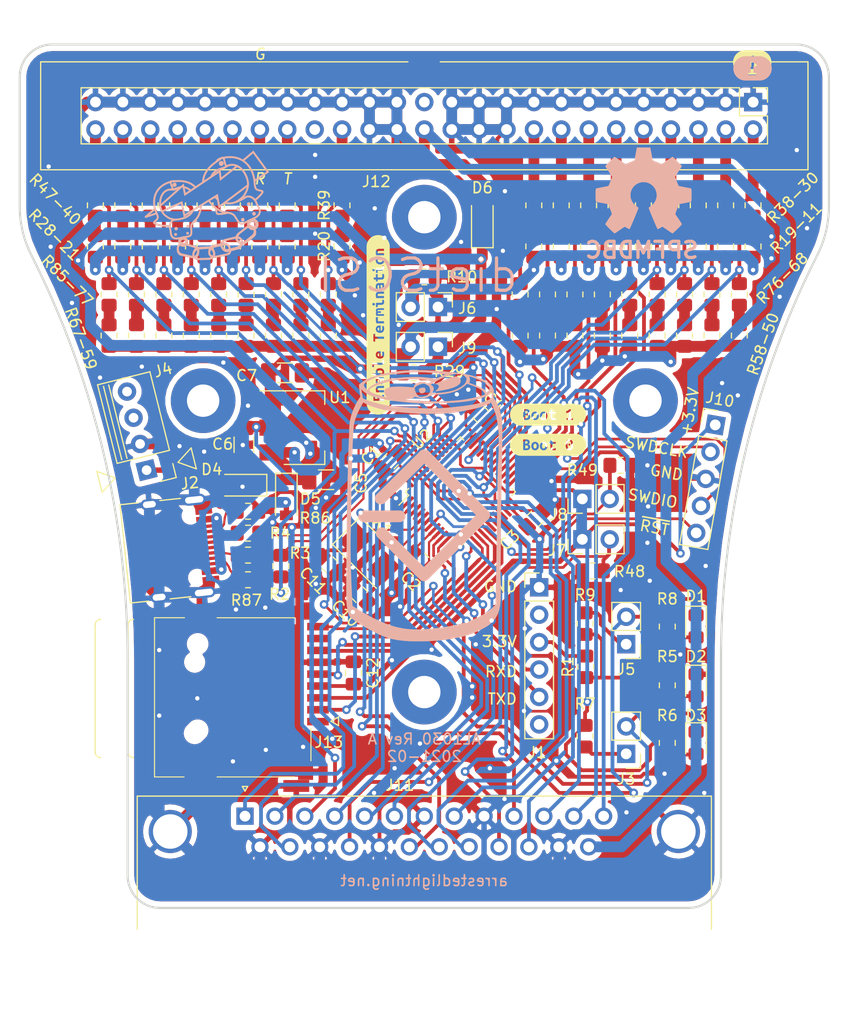
<source format=kicad_pcb>
(kicad_pcb (version 20171130) (host pcbnew 5.1.12-84ad8e8a86~92~ubuntu20.04.1)
  (layers (0 F.Cu signal) (31 B.Cu signal) (34 B.Paste user) (35 F.Paste user) (36 B.SilkS user) (37 F.SilkS user) (38 B.Mask user) (39 F.Mask user) (44 Edge.Cuts user))
  (net 0 "")
  (net 1 GND)
  (net 2 "Net-(C10-Pad1)")
  (net 3 "Net-(C11-Pad1)")
  (net 4 +3V3)
  (net 5 "Net-(D1-Pad2)")
  (net 6 "Net-(D2-Pad2)")
  (net 7 /LED_ACT)
  (net 8 "Net-(D3-Pad2)")
  (net 9 /LED_STAT)
  (net 10 "Net-(D4-Pad2)")
  (net 11 +5V)
  (net 12 /VUSB)
  (net 13 /SCSI_TERMPWR)
  (net 14 /SCSI_DB1)
  (net 15 /SCSI_DB0)
  (net 16 /BOOT0)
  (net 17 /SCSI_I_O)
  (net 18 /SCSI_REQ)
  (net 19 /SCSI_C_D)
  (net 20 /SCSI_SEL)
  (net 21 /SCSI_MSG)
  (net 22 /SCSI_RST)
  (net 23 /SWDCK)
  (net 24 /SWDIO)
  (net 25 /USBD+)
  (net 26 /USBD-)
  (net 27 /SCSI_ACK)
  (net 28 /SCSI_BSY)
  (net 29 /SCSI_ATN)
  (net 30 /SCSI_DB7)
  (net 31 /SCSI_DB6)
  (net 32 /SCSI_DB5)
  (net 33 /SCSI_DB4)
  (net 34 /SCSI_DB3)
  (net 35 /SCSI_DB2)
  (net 36 /BOOT1)
  (net 37 /SCSI_DBP)
  (net 38 /SD_MOSI)
  (net 39 /SD_MISO)
  (net 40 /SD_CLK)
  (net 41 /~SD_CS)
  (net 42 /RX2)
  (net 43 /TX2)
  (net 44 /~RST)
  (net 45 /VBAT)
  (net 46 "Net-(J1-Pad6)")
  (net 47 "Net-(J1-Pad3)")
  (net 48 "Net-(J1-Pad2)")
  (net 49 /U+)
  (net 50 /U-)
  (net 51 "Net-(J3-Pad1)")
  (net 52 "Net-(J4-Pad4)")
  (net 53 "Net-(J4-Pad3)")
  (net 54 "Net-(J5-Pad1)")
  (net 55 "Net-(J6-Pad2)")
  (net 56 "Net-(J9-Pad2)")
  (net 57 "Net-(J12-Pad34)")
  (net 58 "Net-(J12-Pad25)")
  (net 59 "Net-(J13-Pad8)")
  (net 60 "Net-(J13-Pad1)")
  (net 61 "Net-(R11-Pad2)")
  (net 62 "Net-(R12-Pad2)")
  (net 63 "Net-(R13-Pad2)")
  (net 64 "Net-(R14-Pad2)")
  (net 65 "Net-(R15-Pad2)")
  (net 66 "Net-(R16-Pad2)")
  (net 67 "Net-(R17-Pad2)")
  (net 68 "Net-(R18-Pad2)")
  (net 69 "Net-(R19-Pad2)")
  (net 70 "Net-(R20-Pad2)")
  (net 71 "Net-(R21-Pad2)")
  (net 72 "Net-(R22-Pad2)")
  (net 73 "Net-(R23-Pad2)")
  (net 74 "Net-(R24-Pad2)")
  (net 75 "Net-(R25-Pad2)")
  (net 76 "Net-(R26-Pad2)")
  (net 77 "Net-(R27-Pad2)")
  (net 78 "Net-(R28-Pad2)")
  (net 79 "Net-(R50-Pad2)")
  (net 80 "Net-(R51-Pad2)")
  (net 81 "Net-(R52-Pad2)")
  (net 82 "Net-(R53-Pad2)")
  (net 83 "Net-(R54-Pad2)")
  (net 84 "Net-(R55-Pad2)")
  (net 85 "Net-(R56-Pad2)")
  (net 86 "Net-(R57-Pad2)")
  (net 87 "Net-(R58-Pad2)")
  (net 88 "Net-(R59-Pad2)")
  (net 89 "Net-(R60-Pad2)")
  (net 90 "Net-(R61-Pad2)")
  (net 91 "Net-(R62-Pad2)")
  (net 92 "Net-(R63-Pad2)")
  (net 93 "Net-(R64-Pad2)")
  (net 94 "Net-(R65-Pad2)")
  (net 95 "Net-(R66-Pad2)")
  (net 96 "Net-(R67-Pad2)")
  (net 97 "Net-(J2-PadB8)")
  (net 98 "Net-(J2-PadA5)")
  (net 99 "Net-(J2-PadA8)")
  (net 100 "Net-(J2-PadB5)")
  (net 101 "Net-(U2-Pad19)")
  (net 102 "Net-(U2-Pad4)")
  (net 103 "Net-(U2-Pad3)")
  (net 104 /SD_CD)
  (module Connector_USB:USB_C_Receptacle_XKB_U262-16XN-4BVC11 (layer F.Cu) (at 113.538 66.802 276)
    (fp_text reference J2 (at -5.893443 -2.854168 186) (layer F.SilkS))
    (fp_text value MC-107DM)
    (pad S1 thru_hole oval (at -4.32 -3.105 276) (size 1 2.1) (drill oval 0.6 1.7) (layers *.Cu *.Mask) (net 1 GND))
    (pad S1 thru_hole oval (at 4.32 -3.105 276) (size 1 2.1) (drill oval 0.6 1.7) (layers *.Cu *.Mask) (net 1 GND))
    (pad S1 thru_hole oval (at -4.32 1.075 276) (size 1 1.6) (drill oval 0.6 1.2) (layers *.Cu *.Mask) (net 1 GND))
    (pad S1 thru_hole oval (at 4.32 1.075 276) (size 1 1.6) (drill oval 0.6 1.2) (layers *.Cu *.Mask) (net 1 GND))
    (pad "" np_thru_hole circle (at 2.89 -2.605 276) (size 0.65 0.65) (drill 0.65) (layers *.Cu *.Mask))
    (pad "" np_thru_hole circle (at -2.89 -2.605 276) (size 0.65 0.65) (drill 0.65) (layers *.Cu *.Mask))
    (pad B1 smd rect (at 3.05 -3.87 276) (size 0.3 1.55) (layers F.Cu F.Paste F.Mask) (net 1 GND))
    (pad B4 smd rect (at 2.25 -3.87 276) (size 0.3 1.55) (layers F.Cu F.Paste F.Mask) (net 12 /VUSB))
    (pad B5 smd rect (at 1.75 -3.87 276) (size 0.3 1.55) (layers F.Cu F.Paste F.Mask) (net 100 "Net-(J2-PadB5)"))
    (pad A8 smd rect (at 1.25 -3.87 276) (size 0.3 1.55) (layers F.Cu F.Paste F.Mask) (net 99 "Net-(J2-PadA8)"))
    (pad B6 smd rect (at 0.75 -3.87 276) (size 0.3 1.55) (layers F.Cu F.Paste F.Mask) (net 49 /U+))
    (pad A7 smd rect (at 0.25 -3.87 276) (size 0.3 1.55) (layers F.Cu F.Paste F.Mask) (net 50 /U-))
    (pad A6 smd rect (at -0.25 -3.87 276) (size 0.3 1.55) (layers F.Cu F.Paste F.Mask) (net 49 /U+))
    (pad B7 smd rect (at -0.75 -3.87 276) (size 0.3 1.55) (layers F.Cu F.Paste F.Mask) (net 50 /U-))
    (pad A5 smd rect (at -1.25 -3.87 276) (size 0.3 1.55) (layers F.Cu F.Paste F.Mask) (net 98 "Net-(J2-PadA5)"))
    (pad B8 smd rect (at -1.75 -3.87 276) (size 0.3 1.55) (layers F.Cu F.Paste F.Mask) (net 97 "Net-(J2-PadB8)"))
    (pad A4 smd rect (at -2.55 -3.87 276) (size 0.3 1.55) (layers F.Cu F.Paste F.Mask) (net 12 /VUSB))
    (pad A1 smd rect (at -3.35 -3.87 276) (size 0.3 1.55) (layers F.Cu F.Paste F.Mask) (net 1 GND))
    (pad B12 smd rect (at -3.05 -3.87 276) (size 0.3 1.55) (layers F.Cu F.Paste F.Mask) (net 1 GND))
    (pad B9 smd rect (at -2.25 -3.87 276) (size 0.3 1.55) (layers F.Cu F.Paste F.Mask) (net 12 /VUSB))
    (pad A9 smd rect (at 2.55 -3.87 276) (size 0.3 1.55) (layers F.Cu F.Paste F.Mask) (net 12 /VUSB))
    (pad A12 smd rect (at 3.35 -3.87 276) (size 0.3 1.55) (layers F.Cu F.Paste F.Mask) (net 1 GND))
  )
  (module AL_Footprints:TF-015_MEM2075_HYBRID (layer F.Cu) (at 120.142 80.264 270)
    (fp_text reference J13 (at 4.3815 -8.509 180) (layer F.SilkS))
    (fp_text value TF115 hide)
    (pad 11 smd rect (at 7.075 -6.35) (size 1.4 1.6) (layers F.Cu F.Paste F.Mask) (net 1 GND))
    (pad 11 smd rect (at -7.775 -6.35) (size 1.4 1.6) (layers F.Cu F.Paste F.Mask) (net 1 GND))
    (pad "" np_thru_hole circle (at -4.725 3.65 270) (size 1 1) (drill 1) (layers *.Cu *.Mask))
    (pad 9 smd rect (at -6.325 -7.5 270) (size 0.7 2) (layers F.Cu F.Paste F.Mask) (net 104 /SD_CD))
    (pad 8 smd rect (at -5.225 -7.5 270) (size 0.7 2) (layers F.Cu F.Paste F.Mask) (net 59 "Net-(J13-Pad8)"))
    (pad 7 smd rect (at -4.125 -7.5 270) (size 0.7 2) (layers F.Cu F.Paste F.Mask) (net 39 /SD_MISO))
    (pad 6 smd rect (at -3.025 -7.5 270) (size 0.7 2) (layers F.Cu F.Paste F.Mask) (net 1 GND))
    (pad 5 smd rect (at -1.925 -7.5 270) (size 0.7 2) (layers F.Cu F.Paste F.Mask) (net 40 /SD_CLK))
    (pad 4 smd rect (at -0.825 -7.5 270) (size 0.7 2) (layers F.Cu F.Paste F.Mask) (net 4 +3V3))
    (pad 3 smd rect (at 0.275 -7.5 270) (size 0.7 2) (layers F.Cu F.Paste F.Mask) (net 38 /SD_MOSI))
    (pad 2 smd rect (at 1.375 -7.5 270) (size 0.7 2) (layers F.Cu F.Paste F.Mask) (net 41 /~SD_CS))
    (pad 1 smd rect (at 2.475 -7.5 270) (size 0.7 2) (layers F.Cu F.Paste F.Mask) (net 60 "Net-(J13-Pad1)"))
    (pad 14 np_thru_hole circle (at -3.03432 3.92868 270) (size 0.95 0) (drill 0.95) (layers *.Cu *.Mask))
    (pad 11 smd rect (at -7.71432 -5.49132 270) (size 1.1 2.4) (layers F.Cu F.Paste F.Mask) (net 1 GND))
    (pad 11 smd rect (at 8.43568 -5.49132 270) (size 1.1 2.4) (layers F.Cu F.Paste F.Mask) (net 1 GND))
    (pad "" np_thru_hole oval (at 3.416421 3.791421 315) (size 1 1.4) (drill oval 1 1.4) (layers *.Cu *.Mask))
    (pad 11 smd rect (at 8.18896 3.43408 270) (size 1.63 2.57) (layers F.Cu F.Paste F.Mask) (net 1 GND))
    (pad 11 smd rect (at -7.60476 3.43408 270) (size 1.36 2.57) (layers F.Cu F.Paste F.Mask) (net 1 GND))
  )
  (module AL_Footprints:PinHeader_2x25_P2.54mm_Vertical_Shrouded (layer F.Cu) (at 137.5 26.6065)
    (fp_text reference J12 (at -4.4548 6.096) (layer F.SilkS))
    (fp_text value Conn_02x25_Odd_Even)
    (pad 1 thru_hole rect (at 30.48 -1.27 270) (size 1.7 1.7) (drill 1) (layers *.Cu *.Mask) (net 1 GND))
    (pad 2 thru_hole oval (at 30.48 1.27 270) (size 1.7 1.7) (drill 1) (layers *.Cu *.Mask) (net 15 /SCSI_DB0))
    (pad 3 thru_hole oval (at 27.94 -1.27 270) (size 1.7 1.7) (drill 1) (layers *.Cu *.Mask) (net 1 GND))
    (pad 4 thru_hole oval (at 27.94 1.27 270) (size 1.7 1.7) (drill 1) (layers *.Cu *.Mask) (net 14 /SCSI_DB1))
    (pad 5 thru_hole oval (at 25.4 -1.27 270) (size 1.7 1.7) (drill 1) (layers *.Cu *.Mask) (net 1 GND))
    (pad 6 thru_hole oval (at 25.4 1.27 270) (size 1.7 1.7) (drill 1) (layers *.Cu *.Mask) (net 35 /SCSI_DB2))
    (pad 7 thru_hole oval (at 22.86 -1.27 270) (size 1.7 1.7) (drill 1) (layers *.Cu *.Mask) (net 1 GND))
    (pad 8 thru_hole oval (at 22.86 1.27 270) (size 1.7 1.7) (drill 1) (layers *.Cu *.Mask) (net 34 /SCSI_DB3))
    (pad 9 thru_hole oval (at 20.32 -1.27 270) (size 1.7 1.7) (drill 1) (layers *.Cu *.Mask) (net 1 GND))
    (pad 10 thru_hole oval (at 20.32 1.27 270) (size 1.7 1.7) (drill 1) (layers *.Cu *.Mask) (net 33 /SCSI_DB4))
    (pad 11 thru_hole oval (at 17.78 -1.27 270) (size 1.7 1.7) (drill 1) (layers *.Cu *.Mask) (net 1 GND))
    (pad 12 thru_hole oval (at 17.78 1.27 270) (size 1.7 1.7) (drill 1) (layers *.Cu *.Mask) (net 32 /SCSI_DB5))
    (pad 13 thru_hole oval (at 15.24 -1.27 270) (size 1.7 1.7) (drill 1) (layers *.Cu *.Mask) (net 1 GND))
    (pad 14 thru_hole oval (at 15.24 1.27 270) (size 1.7 1.7) (drill 1) (layers *.Cu *.Mask) (net 31 /SCSI_DB6))
    (pad 15 thru_hole oval (at 12.7 -1.27 270) (size 1.7 1.7) (drill 1) (layers *.Cu *.Mask) (net 1 GND))
    (pad 16 thru_hole oval (at 12.7 1.27 270) (size 1.7 1.7) (drill 1) (layers *.Cu *.Mask) (net 30 /SCSI_DB7))
    (pad 17 thru_hole oval (at 10.16 -1.27 270) (size 1.7 1.7) (drill 1) (layers *.Cu *.Mask) (net 1 GND))
    (pad 18 thru_hole oval (at 10.16 1.27 270) (size 1.7 1.7) (drill 1) (layers *.Cu *.Mask) (net 37 /SCSI_DBP))
    (pad 19 thru_hole oval (at 7.62 -1.27 270) (size 1.7 1.7) (drill 1) (layers *.Cu *.Mask) (net 1 GND))
    (pad 20 thru_hole oval (at 7.62 1.27 270) (size 1.7 1.7) (drill 1) (layers *.Cu *.Mask) (net 1 GND))
    (pad 21 thru_hole oval (at 5.08 -1.27 270) (size 1.7 1.7) (drill 1) (layers *.Cu *.Mask) (net 1 GND))
    (pad 22 thru_hole oval (at 5.08 1.27 270) (size 1.7 1.7) (drill 1) (layers *.Cu *.Mask) (net 1 GND))
    (pad 23 thru_hole oval (at 2.54 -1.27 270) (size 1.7 1.7) (drill 1) (layers *.Cu *.Mask) (net 1 GND))
    (pad 24 thru_hole oval (at 2.54 1.27 270) (size 1.7 1.7) (drill 1) (layers *.Cu *.Mask) (net 1 GND))
    (pad 25 thru_hole oval (at 0 -1.27 270) (size 1.7 1.7) (drill 1) (layers *.Cu *.Mask) (net 58 "Net-(J12-Pad25)"))
    (pad 26 thru_hole oval (at 0 1.27 270) (size 1.7 1.7) (drill 1) (layers *.Cu *.Mask) (net 13 /SCSI_TERMPWR))
    (pad 27 thru_hole oval (at -2.54 -1.27 270) (size 1.7 1.7) (drill 1) (layers *.Cu *.Mask) (net 1 GND))
    (pad 28 thru_hole oval (at -2.54 1.27 270) (size 1.7 1.7) (drill 1) (layers *.Cu *.Mask) (net 1 GND))
    (pad 29 thru_hole oval (at -5.08 -1.27 270) (size 1.7 1.7) (drill 1) (layers *.Cu *.Mask) (net 1 GND))
    (pad 30 thru_hole oval (at -5.08 1.27 270) (size 1.7 1.7) (drill 1) (layers *.Cu *.Mask) (net 1 GND))
    (pad 31 thru_hole oval (at -7.62 -1.27 270) (size 1.7 1.7) (drill 1) (layers *.Cu *.Mask) (net 1 GND))
    (pad 32 thru_hole oval (at -7.62 1.27 270) (size 1.7 1.7) (drill 1) (layers *.Cu *.Mask) (net 29 /SCSI_ATN))
    (pad 33 thru_hole oval (at -10.16 -1.27 270) (size 1.7 1.7) (drill 1) (layers *.Cu *.Mask) (net 1 GND))
    (pad 34 thru_hole oval (at -10.16 1.27 270) (size 1.7 1.7) (drill 1) (layers *.Cu *.Mask) (net 57 "Net-(J12-Pad34)"))
    (pad 35 thru_hole oval (at -12.7 -1.27 270) (size 1.7 1.7) (drill 1) (layers *.Cu *.Mask) (net 1 GND))
    (pad 36 thru_hole oval (at -12.7 1.27 270) (size 1.7 1.7) (drill 1) (layers *.Cu *.Mask) (net 28 /SCSI_BSY))
    (pad 37 thru_hole oval (at -15.24 -1.27 270) (size 1.7 1.7) (drill 1) (layers *.Cu *.Mask) (net 1 GND))
    (pad 38 thru_hole oval (at -15.24 1.27 270) (size 1.7 1.7) (drill 1) (layers *.Cu *.Mask) (net 27 /SCSI_ACK))
    (pad 39 thru_hole oval (at -17.78 -1.27 270) (size 1.7 1.7) (drill 1) (layers *.Cu *.Mask) (net 1 GND))
    (pad 40 thru_hole oval (at -17.78 1.27 270) (size 1.7 1.7) (drill 1) (layers *.Cu *.Mask) (net 22 /SCSI_RST))
    (pad 41 thru_hole oval (at -20.32 -1.27 270) (size 1.7 1.7) (drill 1) (layers *.Cu *.Mask) (net 1 GND))
    (pad 42 thru_hole oval (at -20.32 1.27 270) (size 1.7 1.7) (drill 1) (layers *.Cu *.Mask) (net 21 /SCSI_MSG))
    (pad 43 thru_hole oval (at -22.86 -1.27 270) (size 1.7 1.7) (drill 1) (layers *.Cu *.Mask) (net 1 GND))
    (pad 44 thru_hole oval (at -22.86 1.27 270) (size 1.7 1.7) (drill 1) (layers *.Cu *.Mask) (net 20 /SCSI_SEL))
    (pad 45 thru_hole oval (at -25.4 -1.27 270) (size 1.7 1.7) (drill 1) (layers *.Cu *.Mask) (net 1 GND))
    (pad 46 thru_hole oval (at -25.4 1.27 270) (size 1.7 1.7) (drill 1) (layers *.Cu *.Mask) (net 19 /SCSI_C_D))
    (pad 47 thru_hole oval (at -27.94 -1.27 270) (size 1.7 1.7) (drill 1) (layers *.Cu *.Mask) (net 1 GND))
    (pad 48 thru_hole oval (at -27.94 1.27 270) (size 1.7 1.7) (drill 1) (layers *.Cu *.Mask) (net 18 /SCSI_REQ))
    (pad 49 thru_hole oval (at -30.48 -1.27 270) (size 1.7 1.7) (drill 1) (layers *.Cu *.Mask) (net 1 GND))
    (pad 50 thru_hole oval (at -30.48 1.27 270) (size 1.7 1.7) (drill 1) (layers *.Cu *.Mask) (net 17 /SCSI_I_O))
  )
  (module Symbol:OSHW-Symbol_8.9x8mm_SilkScreen (layer B.Cu) (at 157.8356 33.5407 180)
    (fp_text reference REF** hide)
    (fp_text value OSHW-Symbol_8.9x8mm_SilkScreen hide)
  )
  (module AL_Logo:AL_Logo_13mm (layer B.Cu) (at 116.8908 35.5727 180)
    (fp_text reference REF** hide)
    (fp_text value AL_Logo_13mm)
  )
  (module label (layer B.Cu) (at 167.9194 22.2123 180)
    (fp_text reference kibuzzard-61DE6C26 hide)
    (fp_text value G*** hide)
  )
  (module label (layer F.Cu) (at 148.971 54.2925)
    (fp_text reference kibuzzard-61E5068C hide)
    (fp_text value G*** hide)
  )
  (module label (layer F.Cu) (at 148.971 57.0865)
    (fp_text reference kibuzzard-61E5067C hide)
    (fp_text value G*** hide)
  )
  (module Logo:Logo (layer B.Cu) (at 137.5 62.738 180)
    (fp_text reference G*** hide)
    (fp_text value LOGO hide)
  )
  (module Capacitor_SMD:C_0805_2012Metric_Pad1.18x1.45mm_HandSolder (layer F.Cu) (at 134.366 58.6105 45)
    (fp_text reference C1 (at -0.898026 -1.652367 45) (layer F.SilkS))
    (fp_text value 0.1uF)
    (pad 2 smd roundrect (at 1.0375 0 45) (size 1.175 1.45) (layers F.Cu F.Paste F.Mask) (roundrect_rratio 0.2127659574468085) (net 1 GND))
    (pad 1 smd roundrect (at -1.0375 0 45) (size 1.175 1.45) (layers F.Cu F.Paste F.Mask) (roundrect_rratio 0.2127659574468085) (net 4 +3V3))
  )
  (module label (layer F.Cu) (at 133.223 45.974 90)
    (fp_text reference kibuzzard-61DE6CA1 hide)
    (fp_text value G*** hide)
  )
  (module label (layer F.Cu) (at 167.894 21.6535)
    (fp_text reference kibuzzard-61DE6C26 hide)
    (fp_text value G*** hide)
  )
  (module Connector_Dsub:DSUB-25_Male_Horizontal_P2.77x2.84mm_EdgePinOffset7.70mm_Housed_MountingHolesOffset9.12mm (layer F.Cu) (at 120.88 91.5)
    (fp_text reference J11 (at 14.3496 -2.8667) (layer F.SilkS))
    (fp_text value DB25_Male_MountingHoles)
    (pad 0 thru_hole circle (at 40.17 1.42) (size 4 4) (drill 3.2) (layers *.Cu *.Mask) (net 1 GND))
    (pad 0 thru_hole circle (at -6.93 1.42) (size 4 4) (drill 3.2) (layers *.Cu *.Mask) (net 1 GND))
    (pad 25 thru_hole circle (at 31.855 2.84) (size 1.6 1.6) (drill 1) (layers *.Cu *.Mask) (net 13 /SCSI_TERMPWR))
    (pad 24 thru_hole circle (at 29.085 2.84) (size 1.6 1.6) (drill 1) (layers *.Cu *.Mask) (net 1 GND))
    (pad 23 thru_hole circle (at 26.315 2.84) (size 1.6 1.6) (drill 1) (layers *.Cu *.Mask) (net 33 /SCSI_DB4))
    (pad 22 thru_hole circle (at 23.545 2.84) (size 1.6 1.6) (drill 1) (layers *.Cu *.Mask) (net 35 /SCSI_DB2))
    (pad 21 thru_hole circle (at 20.775 2.84) (size 1.6 1.6) (drill 1) (layers *.Cu *.Mask) (net 14 /SCSI_DB1))
    (pad 20 thru_hole circle (at 18.005 2.84) (size 1.6 1.6) (drill 1) (layers *.Cu *.Mask) (net 37 /SCSI_DBP))
    (pad 19 thru_hole circle (at 15.235 2.84) (size 1.6 1.6) (drill 1) (layers *.Cu *.Mask) (net 20 /SCSI_SEL))
    (pad 18 thru_hole circle (at 12.465 2.84) (size 1.6 1.6) (drill 1) (layers *.Cu *.Mask) (net 1 GND))
    (pad 17 thru_hole circle (at 9.695 2.84) (size 1.6 1.6) (drill 1) (layers *.Cu *.Mask) (net 29 /SCSI_ATN))
    (pad 16 thru_hole circle (at 6.925 2.84) (size 1.6 1.6) (drill 1) (layers *.Cu *.Mask) (net 1 GND))
    (pad 15 thru_hole circle (at 4.155 2.84) (size 1.6 1.6) (drill 1) (layers *.Cu *.Mask) (net 19 /SCSI_C_D))
    (pad 14 thru_hole circle (at 1.385 2.84) (size 1.6 1.6) (drill 1) (layers *.Cu *.Mask) (net 1 GND))
    (pad 13 thru_hole circle (at 33.24 0) (size 1.6 1.6) (drill 1) (layers *.Cu *.Mask) (net 30 /SCSI_DB7))
    (pad 12 thru_hole circle (at 30.47 0) (size 1.6 1.6) (drill 1) (layers *.Cu *.Mask) (net 31 /SCSI_DB6))
    (pad 11 thru_hole circle (at 27.7 0) (size 1.6 1.6) (drill 1) (layers *.Cu *.Mask) (net 32 /SCSI_DB5))
    (pad 10 thru_hole circle (at 24.93 0) (size 1.6 1.6) (drill 1) (layers *.Cu *.Mask) (net 34 /SCSI_DB3))
    (pad 9 thru_hole circle (at 22.16 0) (size 1.6 1.6) (drill 1) (layers *.Cu *.Mask) (net 1 GND))
    (pad 8 thru_hole circle (at 19.39 0) (size 1.6 1.6) (drill 1) (layers *.Cu *.Mask) (net 15 /SCSI_DB0))
    (pad 7 thru_hole circle (at 16.62 0) (size 1.6 1.6) (drill 1) (layers *.Cu *.Mask) (net 1 GND))
    (pad 6 thru_hole circle (at 13.85 0) (size 1.6 1.6) (drill 1) (layers *.Cu *.Mask) (net 28 /SCSI_BSY))
    (pad 5 thru_hole circle (at 11.08 0) (size 1.6 1.6) (drill 1) (layers *.Cu *.Mask) (net 27 /SCSI_ACK))
    (pad 4 thru_hole circle (at 8.31 0) (size 1.6 1.6) (drill 1) (layers *.Cu *.Mask) (net 22 /SCSI_RST))
    (pad 3 thru_hole circle (at 5.54 0) (size 1.6 1.6) (drill 1) (layers *.Cu *.Mask) (net 17 /SCSI_I_O))
    (pad 2 thru_hole circle (at 2.77 0) (size 1.6 1.6) (drill 1) (layers *.Cu *.Mask) (net 21 /SCSI_MSG))
    (pad 1 thru_hole rect (at 0 0) (size 1.6 1.6) (drill 1) (layers *.Cu *.Mask) (net 18 /SCSI_REQ))
  )
  (module Resistor_SMD:R_0805_2012Metric_Pad1.20x1.40mm_HandSolder (layer F.Cu) (at 121.158 69.596)
    (fp_text reference R87 (at -0.1524 1.8923) (layer F.SilkS))
    (fp_text value 5.1K)
    (pad 2 smd roundrect (at 1 0) (size 1.2 1.4) (layers F.Cu F.Paste F.Mask) (roundrect_rratio 0.2083325) (net 1 GND))
    (pad 1 smd roundrect (at -1 0) (size 1.2 1.4) (layers F.Cu F.Paste F.Mask) (roundrect_rratio 0.2083325) (net 100 "Net-(J2-PadB5)"))
  )
  (module Resistor_SMD:R_0805_2012Metric_Pad1.20x1.40mm_HandSolder (layer F.Cu) (at 121.158 63.246)
    (fp_text reference R86 (at 6.223 0.635 180) (layer F.SilkS))
    (fp_text value 5.1K)
    (pad 2 smd roundrect (at 1 0) (size 1.2 1.4) (layers F.Cu F.Paste F.Mask) (roundrect_rratio 0.2083325) (net 1 GND))
    (pad 1 smd roundrect (at -1 0) (size 1.2 1.4) (layers F.Cu F.Paste F.Mask) (roundrect_rratio 0.2083325) (net 98 "Net-(J2-PadA5)"))
  )
  (module AL_Footprints:BERG_4PIN (layer F.Cu) (at 111.76 59.436 194)
    (fp_text reference J4 (at -3.721589 8.626923 14) (layer F.SilkS))
    (fp_text value Conn_01x04_Male)
    (pad 1 thru_hole rect (at 0 0 194) (size 1.7 1.7) (drill 0.9) (layers *.Cu *.Mask) (net 10 "Net-(D4-Pad2)"))
    (pad 2 thru_hole oval (at 0 2.5 194) (size 1.7 1.7) (drill 0.9) (layers *.Cu *.Mask) (net 1 GND))
    (pad 3 thru_hole oval (at 0 5 194) (size 1.7 1.7) (drill 0.9) (layers *.Cu *.Mask) (net 53 "Net-(J4-Pad3)"))
    (pad 4 thru_hole oval (at 0 7.5 194) (size 1.7 1.7) (drill 0.9) (layers *.Cu *.Mask) (net 52 "Net-(J4-Pad4)"))
  )
  (module Crystal:Crystal_SMD_5032-2Pin_5.0x3.2mm (layer F.Cu) (at 132.422852 67.208352 315)
    (fp_text reference X1 (at -0.98776 -2.694077 135) (layer F.SilkS))
    (fp_text value 8MHz)
    (pad 2 smd rect (at 1.85 0 315) (size 2 2.4) (layers F.Cu F.Paste F.Mask) (net 2 "Net-(C10-Pad1)"))
    (pad 1 smd rect (at -1.85 0 315) (size 2 2.4) (layers F.Cu F.Paste F.Mask) (net 3 "Net-(C11-Pad1)"))
  )
  (module MountingHole:MountingHole_3mm_Pad (layer F.Cu) (at 137.5 80)
    (fp_text reference H8 hide)
    (fp_text value MountingHole)
    (pad 1 thru_hole circle (at 0 0) (size 6 6) (drill 3) (layers *.Cu *.Mask))
  )
  (module MountingHole:MountingHole_3mm_Pad (layer F.Cu) (at 117 53)
    (fp_text reference H7 hide)
    (fp_text value MountingHole)
    (pad 1 thru_hole circle (at 0 0) (size 6 6) (drill 3) (layers *.Cu *.Mask))
  )
  (module MountingHole:MountingHole_3mm_Pad (layer F.Cu) (at 158 53)
    (fp_text reference H6 hide)
    (fp_text value MountingHole)
    (pad 1 thru_hole circle (at 0 0) (size 6 6) (drill 3) (layers *.Cu *.Mask))
  )
  (module MountingHole:MountingHole_3mm_Pad (layer F.Cu) (at 137.5 36)
    (fp_text reference H5 hide)
    (fp_text value MountingHole)
    (pad 1 thru_hole circle (at 0 0) (size 6 6) (drill 3) (layers *.Cu *.Mask))
  )
  (module Resistor_SMD:R_0805_2012Metric_Pad1.20x1.40mm_HandSolder (layer F.Cu) (at 108.2802 43.1546 90)
    (fp_text reference R85 hide)
    (fp_text value 100)
    (pad 2 smd roundrect (at 1 0 90) (size 1.2 1.4) (layers F.Cu F.Paste F.Mask) (roundrect_rratio 0.2083325) (net 17 /SCSI_I_O))
    (pad 1 smd roundrect (at -1 0 90) (size 1.2 1.4) (layers F.Cu F.Paste F.Mask) (roundrect_rratio 0.2083325) (net 96 "Net-(R67-Pad2)"))
  )
  (module Resistor_SMD:R_0805_2012Metric_Pad1.20x1.40mm_HandSolder (layer F.Cu) (at 110.8202 43.1546 90)
    (fp_text reference R84 hide)
    (fp_text value 100)
    (pad 2 smd roundrect (at 1 0 90) (size 1.2 1.4) (layers F.Cu F.Paste F.Mask) (roundrect_rratio 0.2083325) (net 18 /SCSI_REQ))
    (pad 1 smd roundrect (at -1 0 90) (size 1.2 1.4) (layers F.Cu F.Paste F.Mask) (roundrect_rratio 0.2083325) (net 95 "Net-(R66-Pad2)"))
  )
  (module Resistor_SMD:R_0805_2012Metric_Pad1.20x1.40mm_HandSolder (layer F.Cu) (at 113.3602 43.1546 90)
    (fp_text reference R83 hide)
    (fp_text value 100)
    (pad 2 smd roundrect (at 1 0 90) (size 1.2 1.4) (layers F.Cu F.Paste F.Mask) (roundrect_rratio 0.2083325) (net 19 /SCSI_C_D))
    (pad 1 smd roundrect (at -1 0 90) (size 1.2 1.4) (layers F.Cu F.Paste F.Mask) (roundrect_rratio 0.2083325) (net 94 "Net-(R65-Pad2)"))
  )
  (module Resistor_SMD:R_0805_2012Metric_Pad1.20x1.40mm_HandSolder (layer F.Cu) (at 115.9002 43.1546 90)
    (fp_text reference R82 hide)
    (fp_text value 100)
    (pad 2 smd roundrect (at 1 0 90) (size 1.2 1.4) (layers F.Cu F.Paste F.Mask) (roundrect_rratio 0.2083325) (net 20 /SCSI_SEL))
    (pad 1 smd roundrect (at -1 0 90) (size 1.2 1.4) (layers F.Cu F.Paste F.Mask) (roundrect_rratio 0.2083325) (net 93 "Net-(R64-Pad2)"))
  )
  (module Resistor_SMD:R_0805_2012Metric_Pad1.20x1.40mm_HandSolder (layer F.Cu) (at 118.4402 43.1546 90)
    (fp_text reference R81 hide)
    (fp_text value 100)
    (pad 2 smd roundrect (at 1 0 90) (size 1.2 1.4) (layers F.Cu F.Paste F.Mask) (roundrect_rratio 0.2083325) (net 21 /SCSI_MSG))
    (pad 1 smd roundrect (at -1 0 90) (size 1.2 1.4) (layers F.Cu F.Paste F.Mask) (roundrect_rratio 0.2083325) (net 92 "Net-(R63-Pad2)"))
  )
  (module Resistor_SMD:R_0805_2012Metric_Pad1.20x1.40mm_HandSolder (layer F.Cu) (at 120.9802 43.1546 90)
    (fp_text reference R80 hide)
    (fp_text value 100)
    (pad 2 smd roundrect (at 1 0 90) (size 1.2 1.4) (layers F.Cu F.Paste F.Mask) (roundrect_rratio 0.2083325) (net 22 /SCSI_RST))
    (pad 1 smd roundrect (at -1 0 90) (size 1.2 1.4) (layers F.Cu F.Paste F.Mask) (roundrect_rratio 0.2083325) (net 91 "Net-(R62-Pad2)"))
  )
  (module Resistor_SMD:R_0805_2012Metric_Pad1.20x1.40mm_HandSolder (layer F.Cu) (at 123.5202 43.1546 90)
    (fp_text reference R79 hide)
    (fp_text value 100)
    (pad 2 smd roundrect (at 1 0 90) (size 1.2 1.4) (layers F.Cu F.Paste F.Mask) (roundrect_rratio 0.2083325) (net 27 /SCSI_ACK))
    (pad 1 smd roundrect (at -1 0 90) (size 1.2 1.4) (layers F.Cu F.Paste F.Mask) (roundrect_rratio 0.2083325) (net 90 "Net-(R61-Pad2)"))
  )
  (module Resistor_SMD:R_0805_2012Metric_Pad1.20x1.40mm_HandSolder (layer F.Cu) (at 126.0602 43.1546 90)
    (fp_text reference R78 hide)
    (fp_text value 100)
    (pad 2 smd roundrect (at 1 0 90) (size 1.2 1.4) (layers F.Cu F.Paste F.Mask) (roundrect_rratio 0.2083325) (net 28 /SCSI_BSY))
    (pad 1 smd roundrect (at -1 0 90) (size 1.2 1.4) (layers F.Cu F.Paste F.Mask) (roundrect_rratio 0.2083325) (net 89 "Net-(R60-Pad2)"))
  )
  (module Resistor_SMD:R_0805_2012Metric_Pad1.20x1.40mm_HandSolder (layer F.Cu) (at 128.6002 43.1546 90)
    (fp_text reference R77 hide)
    (fp_text value 100)
    (pad 2 smd roundrect (at 1 0 90) (size 1.2 1.4) (layers F.Cu F.Paste F.Mask) (roundrect_rratio 0.2083325) (net 29 /SCSI_ATN))
    (pad 1 smd roundrect (at -1 0 90) (size 1.2 1.4) (layers F.Cu F.Paste F.Mask) (roundrect_rratio 0.2083325) (net 88 "Net-(R59-Pad2)"))
  )
  (module Resistor_SMD:R_0805_2012Metric_Pad1.20x1.40mm_HandSolder (layer F.Cu) (at 146.3802 43.1546 90)
    (fp_text reference R76 hide)
    (fp_text value 100)
    (pad 2 smd roundrect (at 1 0 90) (size 1.2 1.4) (layers F.Cu F.Paste F.Mask) (roundrect_rratio 0.2083325) (net 37 /SCSI_DBP))
    (pad 1 smd roundrect (at -1 0 90) (size 1.2 1.4) (layers F.Cu F.Paste F.Mask) (roundrect_rratio 0.2083325) (net 87 "Net-(R58-Pad2)"))
  )
  (module Resistor_SMD:R_0805_2012Metric_Pad1.20x1.40mm_HandSolder (layer F.Cu) (at 148.9202 43.1546 90)
    (fp_text reference R75 hide)
    (fp_text value 100)
    (pad 2 smd roundrect (at 1 0 90) (size 1.2 1.4) (layers F.Cu F.Paste F.Mask) (roundrect_rratio 0.2083325) (net 30 /SCSI_DB7))
    (pad 1 smd roundrect (at -1 0 90) (size 1.2 1.4) (layers F.Cu F.Paste F.Mask) (roundrect_rratio 0.2083325) (net 86 "Net-(R57-Pad2)"))
  )
  (module Resistor_SMD:R_0805_2012Metric_Pad1.20x1.40mm_HandSolder (layer F.Cu) (at 151.4602 43.1546 90)
    (fp_text reference R74 hide)
    (fp_text value 100)
    (pad 2 smd roundrect (at 1 0 90) (size 1.2 1.4) (layers F.Cu F.Paste F.Mask) (roundrect_rratio 0.2083325) (net 31 /SCSI_DB6))
    (pad 1 smd roundrect (at -1 0 90) (size 1.2 1.4) (layers F.Cu F.Paste F.Mask) (roundrect_rratio 0.2083325) (net 85 "Net-(R56-Pad2)"))
  )
  (module Resistor_SMD:R_0805_2012Metric_Pad1.20x1.40mm_HandSolder (layer F.Cu) (at 154.0002 43.1546 90)
    (fp_text reference R73 hide)
    (fp_text value 100)
    (pad 2 smd roundrect (at 1 0 90) (size 1.2 1.4) (layers F.Cu F.Paste F.Mask) (roundrect_rratio 0.2083325) (net 32 /SCSI_DB5))
    (pad 1 smd roundrect (at -1 0 90) (size 1.2 1.4) (layers F.Cu F.Paste F.Mask) (roundrect_rratio 0.2083325) (net 84 "Net-(R55-Pad2)"))
  )
  (module Resistor_SMD:R_0805_2012Metric_Pad1.20x1.40mm_HandSolder (layer F.Cu) (at 156.5402 43.1546 90)
    (fp_text reference R72 hide)
    (fp_text value 100)
    (pad 2 smd roundrect (at 1 0 90) (size 1.2 1.4) (layers F.Cu F.Paste F.Mask) (roundrect_rratio 0.2083325) (net 33 /SCSI_DB4))
    (pad 1 smd roundrect (at -1 0 90) (size 1.2 1.4) (layers F.Cu F.Paste F.Mask) (roundrect_rratio 0.2083325) (net 83 "Net-(R54-Pad2)"))
  )
  (module Resistor_SMD:R_0805_2012Metric_Pad1.20x1.40mm_HandSolder (layer F.Cu) (at 159.0802 43.1546 90)
    (fp_text reference R71 hide)
    (fp_text value 100)
    (pad 2 smd roundrect (at 1 0 90) (size 1.2 1.4) (layers F.Cu F.Paste F.Mask) (roundrect_rratio 0.2083325) (net 34 /SCSI_DB3))
    (pad 1 smd roundrect (at -1 0 90) (size 1.2 1.4) (layers F.Cu F.Paste F.Mask) (roundrect_rratio 0.2083325) (net 82 "Net-(R53-Pad2)"))
  )
  (module Resistor_SMD:R_0805_2012Metric_Pad1.20x1.40mm_HandSolder (layer F.Cu) (at 161.6202 43.1546 90)
    (fp_text reference R70 hide)
    (fp_text value 100)
    (pad 2 smd roundrect (at 1 0 90) (size 1.2 1.4) (layers F.Cu F.Paste F.Mask) (roundrect_rratio 0.2083325) (net 35 /SCSI_DB2))
    (pad 1 smd roundrect (at -1 0 90) (size 1.2 1.4) (layers F.Cu F.Paste F.Mask) (roundrect_rratio 0.2083325) (net 81 "Net-(R52-Pad2)"))
  )
  (module Resistor_SMD:R_0805_2012Metric_Pad1.20x1.40mm_HandSolder (layer F.Cu) (at 164.1602 43.1546 90)
    (fp_text reference R69 hide)
    (fp_text value 100)
    (pad 2 smd roundrect (at 1 0 90) (size 1.2 1.4) (layers F.Cu F.Paste F.Mask) (roundrect_rratio 0.2083325) (net 14 /SCSI_DB1))
    (pad 1 smd roundrect (at -1 0 90) (size 1.2 1.4) (layers F.Cu F.Paste F.Mask) (roundrect_rratio 0.2083325) (net 80 "Net-(R51-Pad2)"))
  )
  (module Resistor_SMD:R_0805_2012Metric_Pad1.20x1.40mm_HandSolder (layer F.Cu) (at 166.7002 43.1546 90)
    (fp_text reference R68 hide)
    (fp_text value 100)
    (pad 2 smd roundrect (at 1 0 90) (size 1.2 1.4) (layers F.Cu F.Paste F.Mask) (roundrect_rratio 0.2083325) (net 15 /SCSI_DB0))
    (pad 1 smd roundrect (at -1 0 90) (size 1.2 1.4) (layers F.Cu F.Paste F.Mask) (roundrect_rratio 0.2083325) (net 79 "Net-(R50-Pad2)"))
  )
  (module Resistor_SMD:R_0805_2012Metric_Pad1.20x1.40mm_HandSolder (layer F.Cu) (at 107.0102 34.8996 90)
    (fp_text reference R47 hide)
    (fp_text value 100)
    (pad 2 smd roundrect (at 1 0 90) (size 1.2 1.4) (layers F.Cu F.Paste F.Mask) (roundrect_rratio 0.2083325) (net 17 /SCSI_I_O))
    (pad 1 smd roundrect (at -1 0 90) (size 1.2 1.4) (layers F.Cu F.Paste F.Mask) (roundrect_rratio 0.2083325) (net 78 "Net-(R28-Pad2)"))
  )
  (module Resistor_SMD:R_0805_2012Metric_Pad1.20x1.40mm_HandSolder (layer F.Cu) (at 109.5502 34.8996 90)
    (fp_text reference R46 hide)
    (fp_text value 100)
    (pad 2 smd roundrect (at 1 0 90) (size 1.2 1.4) (layers F.Cu F.Paste F.Mask) (roundrect_rratio 0.2083325) (net 18 /SCSI_REQ))
    (pad 1 smd roundrect (at -1 0 90) (size 1.2 1.4) (layers F.Cu F.Paste F.Mask) (roundrect_rratio 0.2083325) (net 77 "Net-(R27-Pad2)"))
  )
  (module Resistor_SMD:R_0805_2012Metric_Pad1.20x1.40mm_HandSolder (layer F.Cu) (at 112.0902 34.8996 90)
    (fp_text reference R45 hide)
    (fp_text value 100)
    (pad 2 smd roundrect (at 1 0 90) (size 1.2 1.4) (layers F.Cu F.Paste F.Mask) (roundrect_rratio 0.2083325) (net 19 /SCSI_C_D))
    (pad 1 smd roundrect (at -1 0 90) (size 1.2 1.4) (layers F.Cu F.Paste F.Mask) (roundrect_rratio 0.2083325) (net 76 "Net-(R26-Pad2)"))
  )
  (module Resistor_SMD:R_0805_2012Metric_Pad1.20x1.40mm_HandSolder (layer F.Cu) (at 114.6302 34.8996 90)
    (fp_text reference R44 hide)
    (fp_text value 100)
    (pad 2 smd roundrect (at 1 0 90) (size 1.2 1.4) (layers F.Cu F.Paste F.Mask) (roundrect_rratio 0.2083325) (net 20 /SCSI_SEL))
    (pad 1 smd roundrect (at -1 0 90) (size 1.2 1.4) (layers F.Cu F.Paste F.Mask) (roundrect_rratio 0.2083325) (net 75 "Net-(R25-Pad2)"))
  )
  (module Resistor_SMD:R_0805_2012Metric_Pad1.20x1.40mm_HandSolder (layer F.Cu) (at 117.1702 34.8996 90)
    (fp_text reference R43 hide)
    (fp_text value 100)
    (pad 2 smd roundrect (at 1 0 90) (size 1.2 1.4) (layers F.Cu F.Paste F.Mask) (roundrect_rratio 0.2083325) (net 21 /SCSI_MSG))
    (pad 1 smd roundrect (at -1 0 90) (size 1.2 1.4) (layers F.Cu F.Paste F.Mask) (roundrect_rratio 0.2083325) (net 74 "Net-(R24-Pad2)"))
  )
  (module Resistor_SMD:R_0805_2012Metric_Pad1.20x1.40mm_HandSolder (layer F.Cu) (at 119.7102 34.8996 90)
    (fp_text reference R42 hide)
    (fp_text value 100)
    (pad 2 smd roundrect (at 1 0 90) (size 1.2 1.4) (layers F.Cu F.Paste F.Mask) (roundrect_rratio 0.2083325) (net 22 /SCSI_RST))
    (pad 1 smd roundrect (at -1 0 90) (size 1.2 1.4) (layers F.Cu F.Paste F.Mask) (roundrect_rratio 0.2083325) (net 73 "Net-(R23-Pad2)"))
  )
  (module Resistor_SMD:R_0805_2012Metric_Pad1.20x1.40mm_HandSolder (layer F.Cu) (at 122.2502 34.8996 90)
    (fp_text reference R41 hide)
    (fp_text value 100)
    (pad 2 smd roundrect (at 1 0 90) (size 1.2 1.4) (layers F.Cu F.Paste F.Mask) (roundrect_rratio 0.2083325) (net 27 /SCSI_ACK))
    (pad 1 smd roundrect (at -1 0 90) (size 1.2 1.4) (layers F.Cu F.Paste F.Mask) (roundrect_rratio 0.2083325) (net 72 "Net-(R22-Pad2)"))
  )
  (module Resistor_SMD:R_0805_2012Metric_Pad1.20x1.40mm_HandSolder (layer F.Cu) (at 124.7902 34.8996 90)
    (fp_text reference R40 hide)
    (fp_text value 100)
    (pad 2 smd roundrect (at 1 0 90) (size 1.2 1.4) (layers F.Cu F.Paste F.Mask) (roundrect_rratio 0.2083325) (net 28 /SCSI_BSY))
    (pad 1 smd roundrect (at -1 0 90) (size 1.2 1.4) (layers F.Cu F.Paste F.Mask) (roundrect_rratio 0.2083325) (net 71 "Net-(R21-Pad2)"))
  )
  (module Resistor_SMD:R_0805_2012Metric_Pad1.20x1.40mm_HandSolder (layer F.Cu) (at 129.8702 34.8996 90)
    (fp_text reference R39 (at 0 -1.65 90) (layer F.SilkS))
    (fp_text value 100)
    (pad 2 smd roundrect (at 1 0 90) (size 1.2 1.4) (layers F.Cu F.Paste F.Mask) (roundrect_rratio 0.2083325) (net 29 /SCSI_ATN))
    (pad 1 smd roundrect (at -1 0 90) (size 1.2 1.4) (layers F.Cu F.Paste F.Mask) (roundrect_rratio 0.2083325) (net 70 "Net-(R20-Pad2)"))
  )
  (module Resistor_SMD:R_0805_2012Metric_Pad1.20x1.40mm_HandSolder (layer F.Cu) (at 147.6502 34.8996 90)
    (fp_text reference R38 hide)
    (fp_text value 100)
    (pad 2 smd roundrect (at 1 0 90) (size 1.2 1.4) (layers F.Cu F.Paste F.Mask) (roundrect_rratio 0.2083325) (net 37 /SCSI_DBP))
    (pad 1 smd roundrect (at -1 0 90) (size 1.2 1.4) (layers F.Cu F.Paste F.Mask) (roundrect_rratio 0.2083325) (net 69 "Net-(R19-Pad2)"))
  )
  (module Resistor_SMD:R_0805_2012Metric_Pad1.20x1.40mm_HandSolder (layer F.Cu) (at 150.1902 34.8996 90)
    (fp_text reference R37 hide)
    (fp_text value 100)
    (pad 2 smd roundrect (at 1 0 90) (size 1.2 1.4) (layers F.Cu F.Paste F.Mask) (roundrect_rratio 0.2083325) (net 30 /SCSI_DB7))
    (pad 1 smd roundrect (at -1 0 90) (size 1.2 1.4) (layers F.Cu F.Paste F.Mask) (roundrect_rratio 0.2083325) (net 68 "Net-(R18-Pad2)"))
  )
  (module Resistor_SMD:R_0805_2012Metric_Pad1.20x1.40mm_HandSolder (layer F.Cu) (at 152.7302 34.8996 90)
    (fp_text reference R36 hide)
    (fp_text value 100)
    (pad 2 smd roundrect (at 1 0 90) (size 1.2 1.4) (layers F.Cu F.Paste F.Mask) (roundrect_rratio 0.2083325) (net 31 /SCSI_DB6))
    (pad 1 smd roundrect (at -1 0 90) (size 1.2 1.4) (layers F.Cu F.Paste F.Mask) (roundrect_rratio 0.2083325) (net 67 "Net-(R17-Pad2)"))
  )
  (module Resistor_SMD:R_0805_2012Metric_Pad1.20x1.40mm_HandSolder (layer F.Cu) (at 155.2702 34.8996 90)
    (fp_text reference R35 hide)
    (fp_text value 100)
    (pad 2 smd roundrect (at 1 0 90) (size 1.2 1.4) (layers F.Cu F.Paste F.Mask) (roundrect_rratio 0.2083325) (net 32 /SCSI_DB5))
    (pad 1 smd roundrect (at -1 0 90) (size 1.2 1.4) (layers F.Cu F.Paste F.Mask) (roundrect_rratio 0.2083325) (net 66 "Net-(R16-Pad2)"))
  )
  (module Resistor_SMD:R_0805_2012Metric_Pad1.20x1.40mm_HandSolder (layer F.Cu) (at 157.8102 34.8996 90)
    (fp_text reference R34 hide)
    (fp_text value 100)
    (pad 2 smd roundrect (at 1 0 90) (size 1.2 1.4) (layers F.Cu F.Paste F.Mask) (roundrect_rratio 0.2083325) (net 33 /SCSI_DB4))
    (pad 1 smd roundrect (at -1 0 90) (size 1.2 1.4) (layers F.Cu F.Paste F.Mask) (roundrect_rratio 0.2083325) (net 65 "Net-(R15-Pad2)"))
  )
  (module Resistor_SMD:R_0805_2012Metric_Pad1.20x1.40mm_HandSolder (layer F.Cu) (at 160.3502 34.8996 90)
    (fp_text reference R33 hide)
    (fp_text value 100)
    (pad 2 smd roundrect (at 1 0 90) (size 1.2 1.4) (layers F.Cu F.Paste F.Mask) (roundrect_rratio 0.2083325) (net 34 /SCSI_DB3))
    (pad 1 smd roundrect (at -1 0 90) (size 1.2 1.4) (layers F.Cu F.Paste F.Mask) (roundrect_rratio 0.2083325) (net 64 "Net-(R14-Pad2)"))
  )
  (module Resistor_SMD:R_0805_2012Metric_Pad1.20x1.40mm_HandSolder (layer F.Cu) (at 162.8902 34.8996 90)
    (fp_text reference R32 hide)
    (fp_text value 100)
    (pad 2 smd roundrect (at 1 0 90) (size 1.2 1.4) (layers F.Cu F.Paste F.Mask) (roundrect_rratio 0.2083325) (net 35 /SCSI_DB2))
    (pad 1 smd roundrect (at -1 0 90) (size 1.2 1.4) (layers F.Cu F.Paste F.Mask) (roundrect_rratio 0.2083325) (net 63 "Net-(R13-Pad2)"))
  )
  (module Resistor_SMD:R_0805_2012Metric_Pad1.20x1.40mm_HandSolder (layer F.Cu) (at 165.4302 34.8996 90)
    (fp_text reference R31 hide)
    (fp_text value 100)
    (pad 2 smd roundrect (at 1 0 90) (size 1.2 1.4) (layers F.Cu F.Paste F.Mask) (roundrect_rratio 0.2083325) (net 14 /SCSI_DB1))
    (pad 1 smd roundrect (at -1 0 90) (size 1.2 1.4) (layers F.Cu F.Paste F.Mask) (roundrect_rratio 0.2083325) (net 62 "Net-(R12-Pad2)"))
  )
  (module Resistor_SMD:R_0805_2012Metric_Pad1.20x1.40mm_HandSolder (layer F.Cu) (at 167.9702 34.8996 90)
    (fp_text reference R30 hide)
    (fp_text value 100)
    (pad 2 smd roundrect (at 1 0 90) (size 1.2 1.4) (layers F.Cu F.Paste F.Mask) (roundrect_rratio 0.2083325) (net 15 /SCSI_DB0))
    (pad 1 smd roundrect (at -1 0 90) (size 1.2 1.4) (layers F.Cu F.Paste F.Mask) (roundrect_rratio 0.2083325) (net 61 "Net-(R11-Pad2)"))
  )
  (module Capacitor_SMD:C_1206_3216Metric_Pad1.33x1.80mm_HandSolder (layer F.Cu) (at 124.587 50.419 180)
    (fp_text reference C7 (at 3.556 -0.254) (layer F.SilkS))
    (fp_text value 10uF)
    (pad 2 smd roundrect (at 1.5625 0 180) (size 1.325 1.8) (layers F.Cu F.Paste F.Mask) (roundrect_rratio 0.1886769811320755) (net 1 GND))
    (pad 1 smd roundrect (at -1.5625 0 180) (size 1.325 1.8) (layers F.Cu F.Paste F.Mask) (roundrect_rratio 0.1886769811320755) (net 4 +3V3))
  )
  (module Capacitor_SMD:C_1206_3216Metric_Pad1.33x1.80mm_HandSolder (layer F.Cu) (at 120.777 57.0865 270)
    (fp_text reference C6 (at -0.0635 1.9685 180) (layer F.SilkS))
    (fp_text value 10uF)
    (pad 2 smd roundrect (at 1.5625 0 270) (size 1.325 1.8) (layers F.Cu F.Paste F.Mask) (roundrect_rratio 0.1886769811320755) (net 1 GND))
    (pad 1 smd roundrect (at -1.5625 0 270) (size 1.325 1.8) (layers F.Cu F.Paste F.Mask) (roundrect_rratio 0.1886769811320755) (net 4 +3V3))
  )
  (module Capacitor_SMD:C_1206_3216Metric_Pad1.33x1.80mm_HandSolder (layer F.Cu) (at 128.397 60.325)
    (fp_text reference C5 (at 3.2385 0.3175 270) (layer F.SilkS))
    (fp_text value 10uF)
    (pad 1 smd roundrect (at -1.5625 0) (size 1.325 1.8) (layers F.Cu F.Paste F.Mask) (roundrect_rratio 0.1886769811320755) (net 11 +5V))
    (pad 2 smd roundrect (at 1.5625 0) (size 1.325 1.8) (layers F.Cu F.Paste F.Mask) (roundrect_rratio 0.1886769811320755) (net 1 GND))
  )
  (module Capacitor_SMD:C_0805_2012Metric_Pad1.18x1.45mm_HandSolder (layer F.Cu) (at 142.712877 54.257377 315)
    (fp_text reference C4 (at 0 -1.68 135) (layer F.SilkS))
    (fp_text value 0.1uF)
    (pad 2 smd roundrect (at 1.0375 0 315) (size 1.175 1.45) (layers F.Cu F.Paste F.Mask) (roundrect_rratio 0.2127659574468085) (net 1 GND))
    (pad 1 smd roundrect (at -1.0375 0 315) (size 1.175 1.45) (layers F.Cu F.Paste F.Mask) (roundrect_rratio 0.2127659574468085) (net 4 +3V3))
  )
  (module Capacitor_SMD:C_0805_2012Metric_Pad1.18x1.45mm_HandSolder (layer F.Cu) (at 147.7645 63.9445 225)
    (fp_text reference C3 (at 3.062267 0.260427 45) (layer F.SilkS))
    (fp_text value 0.1uF)
    (pad 2 smd roundrect (at 1.0375 0 225) (size 1.175 1.45) (layers F.Cu F.Paste F.Mask) (roundrect_rratio 0.2127659574468085) (net 1 GND))
    (pad 1 smd roundrect (at -1.0375 0 225) (size 1.175 1.45) (layers F.Cu F.Paste F.Mask) (roundrect_rratio 0.2127659574468085) (net 4 +3V3))
  )
  (module Capacitor_SMD:C_0805_2012Metric_Pad1.18x1.45mm_HandSolder (layer F.Cu) (at 137.2108 67.8561 135)
    (fp_text reference C2 (at -0.633388 -2.020558 135) (layer F.SilkS))
    (fp_text value 0.1uF)
    (pad 1 smd roundrect (at -1.0375 0 135) (size 1.175 1.45) (layers F.Cu F.Paste F.Mask) (roundrect_rratio 0.2127659574468085) (net 4 +3V3))
    (pad 2 smd roundrect (at 1.0375 0 135) (size 1.175 1.45) (layers F.Cu F.Paste F.Mask) (roundrect_rratio 0.2127659574468085) (net 1 GND))
  )
  (module Package_TO_SOT_SMD:SOT-223-3_TabPin2 (layer F.Cu) (at 126.365 55.499)
    (fp_text reference U1 (at 3.302 -2.794) (layer F.SilkS))
    (fp_text value LM1117-3.3)
    (pad 1 smd rect (at -3.15 -2.3) (size 2 1.5) (layers F.Cu F.Paste F.Mask) (net 1 GND))
    (pad 3 smd rect (at -3.15 2.3) (size 2 1.5) (layers F.Cu F.Paste F.Mask) (net 11 +5V))
    (pad 2 smd rect (at -3.15 0) (size 2 1.5) (layers F.Cu F.Paste F.Mask) (net 4 +3V3))
    (pad 2 smd rect (at 3.15 0) (size 2 3.8) (layers F.Cu F.Paste F.Mask) (net 4 +3V3))
  )
  (module Resistor_SMD:R_0805_2012Metric_Pad1.20x1.40mm_HandSolder (layer F.Cu) (at 108.2802 46.9646 90)
    (fp_text reference R67 hide)
    (fp_text value 120)
    (pad 2 smd roundrect (at 1 0 90) (size 1.2 1.4) (layers F.Cu F.Paste F.Mask) (roundrect_rratio 0.2083325) (net 96 "Net-(R67-Pad2)"))
    (pad 1 smd roundrect (at -1 0 90) (size 1.2 1.4) (layers F.Cu F.Paste F.Mask) (roundrect_rratio 0.2083325) (net 56 "Net-(J9-Pad2)"))
  )
  (module Resistor_SMD:R_0805_2012Metric_Pad1.20x1.40mm_HandSolder (layer F.Cu) (at 110.8202 46.9646 90)
    (fp_text reference R66 hide)
    (fp_text value 120)
    (pad 2 smd roundrect (at 1 0 90) (size 1.2 1.4) (layers F.Cu F.Paste F.Mask) (roundrect_rratio 0.2083325) (net 95 "Net-(R66-Pad2)"))
    (pad 1 smd roundrect (at -1 0 90) (size 1.2 1.4) (layers F.Cu F.Paste F.Mask) (roundrect_rratio 0.2083325) (net 56 "Net-(J9-Pad2)"))
  )
  (module Resistor_SMD:R_0805_2012Metric_Pad1.20x1.40mm_HandSolder (layer F.Cu) (at 113.3602 46.9646 90)
    (fp_text reference R65 hide)
    (fp_text value 120)
    (pad 2 smd roundrect (at 1 0 90) (size 1.2 1.4) (layers F.Cu F.Paste F.Mask) (roundrect_rratio 0.2083325) (net 94 "Net-(R65-Pad2)"))
    (pad 1 smd roundrect (at -1 0 90) (size 1.2 1.4) (layers F.Cu F.Paste F.Mask) (roundrect_rratio 0.2083325) (net 56 "Net-(J9-Pad2)"))
  )
  (module Resistor_SMD:R_0805_2012Metric_Pad1.20x1.40mm_HandSolder (layer F.Cu) (at 115.9002 46.9646 90)
    (fp_text reference R64 hide)
    (fp_text value 120)
    (pad 2 smd roundrect (at 1 0 90) (size 1.2 1.4) (layers F.Cu F.Paste F.Mask) (roundrect_rratio 0.2083325) (net 93 "Net-(R64-Pad2)"))
    (pad 1 smd roundrect (at -1 0 90) (size 1.2 1.4) (layers F.Cu F.Paste F.Mask) (roundrect_rratio 0.2083325) (net 56 "Net-(J9-Pad2)"))
  )
  (module Resistor_SMD:R_0805_2012Metric_Pad1.20x1.40mm_HandSolder (layer F.Cu) (at 118.4402 46.9646 90)
    (fp_text reference R63 hide)
    (fp_text value 120)
    (pad 2 smd roundrect (at 1 0 90) (size 1.2 1.4) (layers F.Cu F.Paste F.Mask) (roundrect_rratio 0.2083325) (net 92 "Net-(R63-Pad2)"))
    (pad 1 smd roundrect (at -1 0 90) (size 1.2 1.4) (layers F.Cu F.Paste F.Mask) (roundrect_rratio 0.2083325) (net 56 "Net-(J9-Pad2)"))
  )
  (module Resistor_SMD:R_0805_2012Metric_Pad1.20x1.40mm_HandSolder (layer F.Cu) (at 120.9802 46.9646 90)
    (fp_text reference R62 hide)
    (fp_text value 120)
    (pad 2 smd roundrect (at 1 0 90) (size 1.2 1.4) (layers F.Cu F.Paste F.Mask) (roundrect_rratio 0.2083325) (net 91 "Net-(R62-Pad2)"))
    (pad 1 smd roundrect (at -1 0 90) (size 1.2 1.4) (layers F.Cu F.Paste F.Mask) (roundrect_rratio 0.2083325) (net 56 "Net-(J9-Pad2)"))
  )
  (module Resistor_SMD:R_0805_2012Metric_Pad1.20x1.40mm_HandSolder (layer F.Cu) (at 123.5202 46.9646 90)
    (fp_text reference R61 hide)
    (fp_text value 120)
    (pad 2 smd roundrect (at 1 0 90) (size 1.2 1.4) (layers F.Cu F.Paste F.Mask) (roundrect_rratio 0.2083325) (net 90 "Net-(R61-Pad2)"))
    (pad 1 smd roundrect (at -1 0 90) (size 1.2 1.4) (layers F.Cu F.Paste F.Mask) (roundrect_rratio 0.2083325) (net 56 "Net-(J9-Pad2)"))
  )
  (module Resistor_SMD:R_0805_2012Metric_Pad1.20x1.40mm_HandSolder (layer F.Cu) (at 126.0602 46.9646 90)
    (fp_text reference R60 hide)
    (fp_text value 120)
    (pad 2 smd roundrect (at 1 0 90) (size 1.2 1.4) (layers F.Cu F.Paste F.Mask) (roundrect_rratio 0.2083325) (net 89 "Net-(R60-Pad2)"))
    (pad 1 smd roundrect (at -1 0 90) (size 1.2 1.4) (layers F.Cu F.Paste F.Mask) (roundrect_rratio 0.2083325) (net 56 "Net-(J9-Pad2)"))
  )
  (module Resistor_SMD:R_0805_2012Metric_Pad1.20x1.40mm_HandSolder (layer F.Cu) (at 128.6002 46.9646 90)
    (fp_text reference R59 hide)
    (fp_text value 120)
    (pad 2 smd roundrect (at 1 0 90) (size 1.2 1.4) (layers F.Cu F.Paste F.Mask) (roundrect_rratio 0.2083325) (net 88 "Net-(R59-Pad2)"))
    (pad 1 smd roundrect (at -1 0 90) (size 1.2 1.4) (layers F.Cu F.Paste F.Mask) (roundrect_rratio 0.2083325) (net 56 "Net-(J9-Pad2)"))
  )
  (module Resistor_SMD:R_0805_2012Metric_Pad1.20x1.40mm_HandSolder (layer F.Cu) (at 146.3802 46.9646 90)
    (fp_text reference R58 hide)
    (fp_text value 120)
    (pad 2 smd roundrect (at 1 0 90) (size 1.2 1.4) (layers F.Cu F.Paste F.Mask) (roundrect_rratio 0.2083325) (net 87 "Net-(R58-Pad2)"))
    (pad 1 smd roundrect (at -1 0 90) (size 1.2 1.4) (layers F.Cu F.Paste F.Mask) (roundrect_rratio 0.2083325) (net 56 "Net-(J9-Pad2)"))
  )
  (module Resistor_SMD:R_0805_2012Metric_Pad1.20x1.40mm_HandSolder (layer F.Cu) (at 148.9202 46.9646 90)
    (fp_text reference R57 hide)
    (fp_text value 120)
    (pad 2 smd roundrect (at 1 0 90) (size 1.2 1.4) (layers F.Cu F.Paste F.Mask) (roundrect_rratio 0.2083325) (net 86 "Net-(R57-Pad2)"))
    (pad 1 smd roundrect (at -1 0 90) (size 1.2 1.4) (layers F.Cu F.Paste F.Mask) (roundrect_rratio 0.2083325) (net 56 "Net-(J9-Pad2)"))
  )
  (module Resistor_SMD:R_0805_2012Metric_Pad1.20x1.40mm_HandSolder (layer F.Cu) (at 151.4602 46.9646 90)
    (fp_text reference R56 hide)
    (fp_text value 120)
    (pad 2 smd roundrect (at 1 0 90) (size 1.2 1.4) (layers F.Cu F.Paste F.Mask) (roundrect_rratio 0.2083325) (net 85 "Net-(R56-Pad2)"))
    (pad 1 smd roundrect (at -1 0 90) (size 1.2 1.4) (layers F.Cu F.Paste F.Mask) (roundrect_rratio 0.2083325) (net 56 "Net-(J9-Pad2)"))
  )
  (module Resistor_SMD:R_0805_2012Metric_Pad1.20x1.40mm_HandSolder (layer F.Cu) (at 154.0002 46.9646 90)
    (fp_text reference R55 hide)
    (fp_text value 120)
    (pad 2 smd roundrect (at 1 0 90) (size 1.2 1.4) (layers F.Cu F.Paste F.Mask) (roundrect_rratio 0.2083325) (net 84 "Net-(R55-Pad2)"))
    (pad 1 smd roundrect (at -1 0 90) (size 1.2 1.4) (layers F.Cu F.Paste F.Mask) (roundrect_rratio 0.2083325) (net 56 "Net-(J9-Pad2)"))
  )
  (module Resistor_SMD:R_0805_2012Metric_Pad1.20x1.40mm_HandSolder (layer F.Cu) (at 156.5402 46.9646 90)
    (fp_text reference R54 hide)
    (fp_text value 120)
    (pad 2 smd roundrect (at 1 0 90) (size 1.2 1.4) (layers F.Cu F.Paste F.Mask) (roundrect_rratio 0.2083325) (net 83 "Net-(R54-Pad2)"))
    (pad 1 smd roundrect (at -1 0 90) (size 1.2 1.4) (layers F.Cu F.Paste F.Mask) (roundrect_rratio 0.2083325) (net 56 "Net-(J9-Pad2)"))
  )
  (module Resistor_SMD:R_0805_2012Metric_Pad1.20x1.40mm_HandSolder (layer F.Cu) (at 159.0802 46.9646 90)
    (fp_text reference R53 hide)
    (fp_text value 120)
    (pad 2 smd roundrect (at 1 0 90) (size 1.2 1.4) (layers F.Cu F.Paste F.Mask) (roundrect_rratio 0.2083325) (net 82 "Net-(R53-Pad2)"))
    (pad 1 smd roundrect (at -1 0 90) (size 1.2 1.4) (layers F.Cu F.Paste F.Mask) (roundrect_rratio 0.2083325) (net 56 "Net-(J9-Pad2)"))
  )
  (module Resistor_SMD:R_0805_2012Metric_Pad1.20x1.40mm_HandSolder (layer F.Cu) (at 161.6202 46.9646 90)
    (fp_text reference R52 hide)
    (fp_text value 120)
    (pad 2 smd roundrect (at 1 0 90) (size 1.2 1.4) (layers F.Cu F.Paste F.Mask) (roundrect_rratio 0.2083325) (net 81 "Net-(R52-Pad2)"))
    (pad 1 smd roundrect (at -1 0 90) (size 1.2 1.4) (layers F.Cu F.Paste F.Mask) (roundrect_rratio 0.2083325) (net 56 "Net-(J9-Pad2)"))
  )
  (module Resistor_SMD:R_0805_2012Metric_Pad1.20x1.40mm_HandSolder (layer F.Cu) (at 164.1602 46.9646 90)
    (fp_text reference R51 hide)
    (fp_text value 120)
    (pad 2 smd roundrect (at 1 0 90) (size 1.2 1.4) (layers F.Cu F.Paste F.Mask) (roundrect_rratio 0.2083325) (net 80 "Net-(R51-Pad2)"))
    (pad 1 smd roundrect (at -1 0 90) (size 1.2 1.4) (layers F.Cu F.Paste F.Mask) (roundrect_rratio 0.2083325) (net 56 "Net-(J9-Pad2)"))
  )
  (module Resistor_SMD:R_0805_2012Metric_Pad1.20x1.40mm_HandSolder (layer F.Cu) (at 166.7002 46.9646 90)
    (fp_text reference R50 hide)
    (fp_text value 120)
    (pad 2 smd roundrect (at 1 0 90) (size 1.2 1.4) (layers F.Cu F.Paste F.Mask) (roundrect_rratio 0.2083325) (net 79 "Net-(R50-Pad2)"))
    (pad 1 smd roundrect (at -1 0 90) (size 1.2 1.4) (layers F.Cu F.Paste F.Mask) (roundrect_rratio 0.2083325) (net 56 "Net-(J9-Pad2)"))
  )
  (module Resistor_SMD:R_0805_2012Metric_Pad1.20x1.40mm_HandSolder (layer F.Cu) (at 155.702 58.9915)
    (fp_text reference R49 (at -3.556 0.4445 180) (layer F.SilkS))
    (fp_text value 10K)
    (pad 2 smd roundrect (at 1 0) (size 1.2 1.4) (layers F.Cu F.Paste F.Mask) (roundrect_rratio 0.2083325) (net 1 GND))
    (pad 1 smd roundrect (at -1 0) (size 1.2 1.4) (layers F.Cu F.Paste F.Mask) (roundrect_rratio 0.2083325) (net 36 /BOOT1))
  )
  (module Resistor_SMD:R_0805_2012Metric_Pad1.20x1.40mm_HandSolder (layer F.Cu) (at 153.0985 68.7705 180)
    (fp_text reference R48 (at -3.429 -0.0635) (layer F.SilkS))
    (fp_text value 10K)
    (pad 2 smd roundrect (at 1 0 180) (size 1.2 1.4) (layers F.Cu F.Paste F.Mask) (roundrect_rratio 0.2083325) (net 1 GND))
    (pad 1 smd roundrect (at -1 0 180) (size 1.2 1.4) (layers F.Cu F.Paste F.Mask) (roundrect_rratio 0.2083325) (net 16 /BOOT0))
  )
  (module Resistor_SMD:R_0805_2012Metric_Pad1.20x1.40mm_HandSolder (layer F.Cu) (at 136.525 50.419)
    (fp_text reference R29 (at 3.302 -0.127) (layer F.SilkS))
    (fp_text value 0-DNP)
    (pad 2 smd roundrect (at 1 0) (size 1.2 1.4) (layers F.Cu F.Paste F.Mask) (roundrect_rratio 0.2083325) (net 11 +5V))
    (pad 1 smd roundrect (at -1 0) (size 1.2 1.4) (layers F.Cu F.Paste F.Mask) (roundrect_rratio 0.2083325) (net 56 "Net-(J9-Pad2)"))
  )
  (module Resistor_SMD:R_0805_2012Metric_Pad1.20x1.40mm_HandSolder (layer F.Cu) (at 107.0102 38.7096 90)
    (fp_text reference R28 hide)
    (fp_text value 220)
    (pad 2 smd roundrect (at 1 0 90) (size 1.2 1.4) (layers F.Cu F.Paste F.Mask) (roundrect_rratio 0.2083325) (net 78 "Net-(R28-Pad2)"))
    (pad 1 smd roundrect (at -1 0 90) (size 1.2 1.4) (layers F.Cu F.Paste F.Mask) (roundrect_rratio 0.2083325) (net 55 "Net-(J6-Pad2)"))
  )
  (module Resistor_SMD:R_0805_2012Metric_Pad1.20x1.40mm_HandSolder (layer F.Cu) (at 109.5502 38.7096 90)
    (fp_text reference R27 hide)
    (fp_text value 220)
    (pad 2 smd roundrect (at 1 0 90) (size 1.2 1.4) (layers F.Cu F.Paste F.Mask) (roundrect_rratio 0.2083325) (net 77 "Net-(R27-Pad2)"))
    (pad 1 smd roundrect (at -1 0 90) (size 1.2 1.4) (layers F.Cu F.Paste F.Mask) (roundrect_rratio 0.2083325) (net 55 "Net-(J6-Pad2)"))
  )
  (module Resistor_SMD:R_0805_2012Metric_Pad1.20x1.40mm_HandSolder (layer F.Cu) (at 112.0902 38.7096 90)
    (fp_text reference R26 hide)
    (fp_text value 220)
    (pad 2 smd roundrect (at 1 0 90) (size 1.2 1.4) (layers F.Cu F.Paste F.Mask) (roundrect_rratio 0.2083325) (net 76 "Net-(R26-Pad2)"))
    (pad 1 smd roundrect (at -1 0 90) (size 1.2 1.4) (layers F.Cu F.Paste F.Mask) (roundrect_rratio 0.2083325) (net 55 "Net-(J6-Pad2)"))
  )
  (module Resistor_SMD:R_0805_2012Metric_Pad1.20x1.40mm_HandSolder (layer F.Cu) (at 114.6302 38.7096 90)
    (fp_text reference R25 hide)
    (fp_text value 220)
    (pad 2 smd roundrect (at 1 0 90) (size 1.2 1.4) (layers F.Cu F.Paste F.Mask) (roundrect_rratio 0.2083325) (net 75 "Net-(R25-Pad2)"))
    (pad 1 smd roundrect (at -1 0 90) (size 1.2 1.4) (layers F.Cu F.Paste F.Mask) (roundrect_rratio 0.2083325) (net 55 "Net-(J6-Pad2)"))
  )
  (module Resistor_SMD:R_0805_2012Metric_Pad1.20x1.40mm_HandSolder (layer F.Cu) (at 117.1702 38.7096 90)
    (fp_text reference R24 hide)
    (fp_text value 220)
    (pad 2 smd roundrect (at 1 0 90) (size 1.2 1.4) (layers F.Cu F.Paste F.Mask) (roundrect_rratio 0.2083325) (net 74 "Net-(R24-Pad2)"))
    (pad 1 smd roundrect (at -1 0 90) (size 1.2 1.4) (layers F.Cu F.Paste F.Mask) (roundrect_rratio 0.2083325) (net 55 "Net-(J6-Pad2)"))
  )
  (module Resistor_SMD:R_0805_2012Metric_Pad1.20x1.40mm_HandSolder (layer F.Cu) (at 119.7102 38.7096 90)
    (fp_text reference R23 hide)
    (fp_text value 220)
    (pad 2 smd roundrect (at 1 0 90) (size 1.2 1.4) (layers F.Cu F.Paste F.Mask) (roundrect_rratio 0.2083325) (net 73 "Net-(R23-Pad2)"))
    (pad 1 smd roundrect (at -1 0 90) (size 1.2 1.4) (layers F.Cu F.Paste F.Mask) (roundrect_rratio 0.2083325) (net 55 "Net-(J6-Pad2)"))
  )
  (module Resistor_SMD:R_0805_2012Metric_Pad1.20x1.40mm_HandSolder (layer F.Cu) (at 122.2502 38.7096 90)
    (fp_text reference R22 hide)
    (fp_text value 220)
    (pad 2 smd roundrect (at 1 0 90) (size 1.2 1.4) (layers F.Cu F.Paste F.Mask) (roundrect_rratio 0.2083325) (net 72 "Net-(R22-Pad2)"))
    (pad 1 smd roundrect (at -1 0 90) (size 1.2 1.4) (layers F.Cu F.Paste F.Mask) (roundrect_rratio 0.2083325) (net 55 "Net-(J6-Pad2)"))
  )
  (module Resistor_SMD:R_0805_2012Metric_Pad1.20x1.40mm_HandSolder (layer F.Cu) (at 124.7902 38.7096 90)
    (fp_text reference R21 hide)
    (fp_text value 220)
    (pad 2 smd roundrect (at 1 0 90) (size 1.2 1.4) (layers F.Cu F.Paste F.Mask) (roundrect_rratio 0.2083325) (net 71 "Net-(R21-Pad2)"))
    (pad 1 smd roundrect (at -1 0 90) (size 1.2 1.4) (layers F.Cu F.Paste F.Mask) (roundrect_rratio 0.2083325) (net 55 "Net-(J6-Pad2)"))
  )
  (module Resistor_SMD:R_0805_2012Metric_Pad1.20x1.40mm_HandSolder (layer F.Cu) (at 129.8702 38.7096 90)
    (fp_text reference R20 (at 0 -1.65 90) (layer F.SilkS))
    (fp_text value 220)
    (pad 2 smd roundrect (at 1 0 90) (size 1.2 1.4) (layers F.Cu F.Paste F.Mask) (roundrect_rratio 0.2083325) (net 70 "Net-(R20-Pad2)"))
    (pad 1 smd roundrect (at -1 0 90) (size 1.2 1.4) (layers F.Cu F.Paste F.Mask) (roundrect_rratio 0.2083325) (net 55 "Net-(J6-Pad2)"))
  )
  (module Resistor_SMD:R_0805_2012Metric_Pad1.20x1.40mm_HandSolder (layer F.Cu) (at 147.6502 38.7096 90)
    (fp_text reference R19 hide)
    (fp_text value 220)
    (pad 2 smd roundrect (at 1 0 90) (size 1.2 1.4) (layers F.Cu F.Paste F.Mask) (roundrect_rratio 0.2083325) (net 69 "Net-(R19-Pad2)"))
    (pad 1 smd roundrect (at -1 0 90) (size 1.2 1.4) (layers F.Cu F.Paste F.Mask) (roundrect_rratio 0.2083325) (net 55 "Net-(J6-Pad2)"))
  )
  (module Resistor_SMD:R_0805_2012Metric_Pad1.20x1.40mm_HandSolder (layer F.Cu) (at 150.1902 38.7096 90)
    (fp_text reference R18 hide)
    (fp_text value 220)
    (pad 2 smd roundrect (at 1 0 90) (size 1.2 1.4) (layers F.Cu F.Paste F.Mask) (roundrect_rratio 0.2083325) (net 68 "Net-(R18-Pad2)"))
    (pad 1 smd roundrect (at -1 0 90) (size 1.2 1.4) (layers F.Cu F.Paste F.Mask) (roundrect_rratio 0.2083325) (net 55 "Net-(J6-Pad2)"))
  )
  (module Resistor_SMD:R_0805_2012Metric_Pad1.20x1.40mm_HandSolder (layer F.Cu) (at 152.7302 38.7096 90)
    (fp_text reference R17 hide)
    (fp_text value 220)
    (pad 2 smd roundrect (at 1 0 90) (size 1.2 1.4) (layers F.Cu F.Paste F.Mask) (roundrect_rratio 0.2083325) (net 67 "Net-(R17-Pad2)"))
    (pad 1 smd roundrect (at -1 0 90) (size 1.2 1.4) (layers F.Cu F.Paste F.Mask) (roundrect_rratio 0.2083325) (net 55 "Net-(J6-Pad2)"))
  )
  (module Resistor_SMD:R_0805_2012Metric_Pad1.20x1.40mm_HandSolder (layer F.Cu) (at 155.2702 38.7096 90)
    (fp_text reference R16 hide)
    (fp_text value 220)
    (pad 2 smd roundrect (at 1 0 90) (size 1.2 1.4) (layers F.Cu F.Paste F.Mask) (roundrect_rratio 0.2083325) (net 66 "Net-(R16-Pad2)"))
    (pad 1 smd roundrect (at -1 0 90) (size 1.2 1.4) (layers F.Cu F.Paste F.Mask) (roundrect_rratio 0.2083325) (net 55 "Net-(J6-Pad2)"))
  )
  (module Resistor_SMD:R_0805_2012Metric_Pad1.20x1.40mm_HandSolder (layer F.Cu) (at 157.8102 38.7096 90)
    (fp_text reference R15 hide)
    (fp_text value 220)
    (pad 2 smd roundrect (at 1 0 90) (size 1.2 1.4) (layers F.Cu F.Paste F.Mask) (roundrect_rratio 0.2083325) (net 65 "Net-(R15-Pad2)"))
    (pad 1 smd roundrect (at -1 0 90) (size 1.2 1.4) (layers F.Cu F.Paste F.Mask) (roundrect_rratio 0.2083325) (net 55 "Net-(J6-Pad2)"))
  )
  (module Resistor_SMD:R_0805_2012Metric_Pad1.20x1.40mm_HandSolder (layer F.Cu) (at 160.3502 38.7096 90)
    (fp_text reference R14 hide)
    (fp_text value 220)
    (pad 2 smd roundrect (at 1 0 90) (size 1.2 1.4) (layers F.Cu F.Paste F.Mask) (roundrect_rratio 0.2083325) (net 64 "Net-(R14-Pad2)"))
    (pad 1 smd roundrect (at -1 0 90) (size 1.2 1.4) (layers F.Cu F.Paste F.Mask) (roundrect_rratio 0.2083325) (net 55 "Net-(J6-Pad2)"))
  )
  (module Resistor_SMD:R_0805_2012Metric_Pad1.20x1.40mm_HandSolder (layer F.Cu) (at 162.8902 38.7096 90)
    (fp_text reference R13 hide)
    (fp_text value 220)
    (pad 2 smd roundrect (at 1 0 90) (size 1.2 1.4) (layers F.Cu F.Paste F.Mask) (roundrect_rratio 0.2083325) (net 63 "Net-(R13-Pad2)"))
    (pad 1 smd roundrect (at -1 0 90) (size 1.2 1.4) (layers F.Cu F.Paste F.Mask) (roundrect_rratio 0.2083325) (net 55 "Net-(J6-Pad2)"))
  )
  (module Resistor_SMD:R_0805_2012Metric_Pad1.20x1.40mm_HandSolder (layer F.Cu) (at 165.4302 38.7096 90)
    (fp_text reference R12 hide)
    (fp_text value 220)
    (pad 2 smd roundrect (at 1 0 90) (size 1.2 1.4) (layers F.Cu F.Paste F.Mask) (roundrect_rratio 0.2083325) (net 62 "Net-(R12-Pad2)"))
    (pad 1 smd roundrect (at -1 0 90) (size 1.2 1.4) (layers F.Cu F.Paste F.Mask) (roundrect_rratio 0.2083325) (net 55 "Net-(J6-Pad2)"))
  )
  (module Resistor_SMD:R_0805_2012Metric_Pad1.20x1.40mm_HandSolder (layer F.Cu) (at 167.9702 38.7096 90)
    (fp_text reference R11 hide)
    (fp_text value 220)
    (pad 2 smd roundrect (at 1 0 90) (size 1.2 1.4) (layers F.Cu F.Paste F.Mask) (roundrect_rratio 0.2083325) (net 61 "Net-(R11-Pad2)"))
    (pad 1 smd roundrect (at -1 0 90) (size 1.2 1.4) (layers F.Cu F.Paste F.Mask) (roundrect_rratio 0.2083325) (net 55 "Net-(J6-Pad2)"))
  )
  (module Resistor_SMD:R_0805_2012Metric_Pad1.20x1.40mm_HandSolder (layer F.Cu) (at 137.5 41.529)
    (fp_text reference R10 (at 3.47 0) (layer F.SilkS))
    (fp_text value 0-DNP)
    (pad 2 smd roundrect (at 1 0) (size 1.2 1.4) (layers F.Cu F.Paste F.Mask) (roundrect_rratio 0.2083325) (net 1 GND))
    (pad 1 smd roundrect (at -1 0) (size 1.2 1.4) (layers F.Cu F.Paste F.Mask) (roundrect_rratio 0.2083325) (net 55 "Net-(J6-Pad2)"))
  )
  (module Resistor_SMD:R_0805_2012Metric_Pad1.20x1.40mm_HandSolder (layer F.Cu) (at 152.4 73.66 90)
    (fp_text reference R9 (at 2.667 0 180) (layer F.SilkS))
    (fp_text value 1.5K)
    (pad 2 smd roundrect (at 1 0 90) (size 1.2 1.4) (layers F.Cu F.Paste F.Mask) (roundrect_rratio 0.2083325) (net 54 "Net-(J5-Pad1)"))
    (pad 1 smd roundrect (at -1 0 90) (size 1.2 1.4) (layers F.Cu F.Paste F.Mask) (roundrect_rratio 0.2083325) (net 4 +3V3))
  )
  (module Resistor_SMD:R_0805_2012Metric_Pad1.20x1.40mm_HandSolder (layer F.Cu) (at 160.02 73.93 270)
    (fp_text reference R8 (at -2.556 0 180) (layer F.SilkS))
    (fp_text value 1.5K)
    (pad 2 smd roundrect (at 1 0 270) (size 1.2 1.4) (layers F.Cu F.Paste F.Mask) (roundrect_rratio 0.2083325) (net 5 "Net-(D1-Pad2)"))
    (pad 1 smd roundrect (at -1 0 270) (size 1.2 1.4) (layers F.Cu F.Paste F.Mask) (roundrect_rratio 0.2083325) (net 4 +3V3))
  )
  (module Resistor_SMD:R_0805_2012Metric_Pad1.20x1.40mm_HandSolder (layer F.Cu) (at 152.4 84.09 270)
    (fp_text reference R7 (at -3.0005 0 180) (layer F.SilkS))
    (fp_text value 1.5K)
    (pad 2 smd roundrect (at 1 0 270) (size 1.2 1.4) (layers F.Cu F.Paste F.Mask) (roundrect_rratio 0.2083325) (net 51 "Net-(J3-Pad1)"))
    (pad 1 smd roundrect (at -1 0 270) (size 1.2 1.4) (layers F.Cu F.Paste F.Mask) (roundrect_rratio 0.2083325) (net 4 +3V3))
  )
  (module Resistor_SMD:R_0805_2012Metric_Pad1.20x1.40mm_HandSolder (layer F.Cu) (at 160.02 84.709 270)
    (fp_text reference R6 (at -2.54 0 180) (layer F.SilkS))
    (fp_text value 1.5K)
    (pad 2 smd roundrect (at 1 0 270) (size 1.2 1.4) (layers F.Cu F.Paste F.Mask) (roundrect_rratio 0.2083325) (net 8 "Net-(D3-Pad2)"))
    (pad 1 smd roundrect (at -1 0 270) (size 1.2 1.4) (layers F.Cu F.Paste F.Mask) (roundrect_rratio 0.2083325) (net 4 +3V3))
  )
  (module Resistor_SMD:R_0805_2012Metric_Pad1.20x1.40mm_HandSolder (layer F.Cu) (at 160.02 79.375 270)
    (fp_text reference R5 (at -2.667 0 180) (layer F.SilkS))
    (fp_text value 1.5K)
    (pad 2 smd roundrect (at 1 0 270) (size 1.2 1.4) (layers F.Cu F.Paste F.Mask) (roundrect_rratio 0.2083325) (net 6 "Net-(D2-Pad2)"))
    (pad 1 smd roundrect (at -1 0 270) (size 1.2 1.4) (layers F.Cu F.Paste F.Mask) (roundrect_rratio 0.2083325) (net 4 +3V3))
  )
  (module Resistor_SMD:R_0805_2012Metric_Pad1.20x1.40mm_HandSolder (layer F.Cu) (at 121.158 65.278 180)
    (fp_text reference R4 (at -2.9845 0) (layer F.SilkS))
    (fp_text value 22)
    (pad 2 smd roundrect (at 1 0 180) (size 1.2 1.4) (layers F.Cu F.Paste F.Mask) (roundrect_rratio 0.2083325) (net 50 /U-))
    (pad 1 smd roundrect (at -1 0 180) (size 1.2 1.4) (layers F.Cu F.Paste F.Mask) (roundrect_rratio 0.2083325) (net 26 /USBD-))
  )
  (module Resistor_SMD:R_0805_2012Metric_Pad1.20x1.40mm_HandSolder (layer F.Cu) (at 121.158 67.31 180)
    (fp_text reference R3 (at -4.826 0.1905) (layer F.SilkS))
    (fp_text value 22)
    (pad 2 smd roundrect (at 1 0 180) (size 1.2 1.4) (layers F.Cu F.Paste F.Mask) (roundrect_rratio 0.2083325) (net 49 /U+))
    (pad 1 smd roundrect (at -1 0 180) (size 1.2 1.4) (layers F.Cu F.Paste F.Mask) (roundrect_rratio 0.2083325) (net 25 /USBD+))
  )
  (module Resistor_SMD:R_0805_2012Metric_Pad1.20x1.40mm_HandSolder (layer F.Cu) (at 124.206 68.326 90)
    (fp_text reference R2 (at -2.6035 -0.127 180) (layer F.SilkS))
    (fp_text value 1.5K)
    (pad 2 smd roundrect (at 1 0 90) (size 1.2 1.4) (layers F.Cu F.Paste F.Mask) (roundrect_rratio 0.2083325) (net 25 /USBD+))
    (pad 1 smd roundrect (at -1 0 90) (size 1.2 1.4) (layers F.Cu F.Paste F.Mask) (roundrect_rratio 0.2083325) (net 4 +3V3))
  )
  (module Resistor_SMD:R_0805_2012Metric_Pad1.20x1.40mm_HandSolder (layer F.Cu) (at 152.4635 77.6605 90)
    (fp_text reference R1 (at 0 -1.65 90) (layer F.SilkS))
    (fp_text value 0-DNP)
    (pad 2 smd roundrect (at 1 0 90) (size 1.2 1.4) (layers F.Cu F.Paste F.Mask) (roundrect_rratio 0.2083325) (net 47 "Net-(J1-Pad3)"))
    (pad 1 smd roundrect (at -1 0 90) (size 1.2 1.4) (layers F.Cu F.Paste F.Mask) (roundrect_rratio 0.2083325) (net 4 +3V3))
  )
  (module Connector_PinHeader_2.54mm:PinHeader_1x05_P2.54mm_Vertical (layer F.Cu) (at 164.465 55.245 350)
    (fp_text reference J10 (at 0.029761 -2.390992 170) (layer F.SilkS))
    (fp_text value Conn_01x05)
    (pad 5 thru_hole oval (at 0 10.16 350) (size 1.7 1.7) (drill 1) (layers *.Cu *.Mask) (net 44 /~RST))
    (pad 4 thru_hole oval (at 0 7.62 350) (size 1.7 1.7) (drill 1) (layers *.Cu *.Mask) (net 24 /SWDIO))
    (pad 3 thru_hole oval (at 0 5.08 350) (size 1.7 1.7) (drill 1) (layers *.Cu *.Mask) (net 1 GND))
    (pad 2 thru_hole oval (at 0 2.54 350) (size 1.7 1.7) (drill 1) (layers *.Cu *.Mask) (net 23 /SWDCK))
    (pad 1 thru_hole rect (at 0 0 350) (size 1.7 1.7) (drill 1) (layers *.Cu *.Mask) (net 4 +3V3))
  )
  (module Connector_PinHeader_2.54mm:PinHeader_1x02_P2.54mm_Vertical (layer F.Cu) (at 138.77 48.006 270)
    (fp_text reference J9 (at 0.127 -2.708 180) (layer F.SilkS))
    (fp_text value Jumper)
    (pad 2 thru_hole oval (at 0 2.54 270) (size 1.7 1.7) (drill 1) (layers *.Cu *.Mask) (net 56 "Net-(J9-Pad2)"))
    (pad 1 thru_hole rect (at 0 0 270) (size 1.7 1.7) (drill 1) (layers *.Cu *.Mask) (net 11 +5V))
  )
  (module Connector_PinHeader_2.54mm:PinHeader_1x02_P2.54mm_Vertical (layer F.Cu) (at 152.146 62.103 90)
    (fp_text reference J8 (at -1.4605 -2.2225 180) (layer F.SilkS))
    (fp_text value Conn_01x02_Male)
    (pad 2 thru_hole oval (at 0 2.54 90) (size 1.7 1.7) (drill 1) (layers *.Cu *.Mask) (net 36 /BOOT1))
    (pad 1 thru_hole rect (at 0 0 90) (size 1.7 1.7) (drill 1) (layers *.Cu *.Mask) (net 4 +3V3))
  )
  (module Connector_PinHeader_2.54mm:PinHeader_1x02_P2.54mm_Vertical (layer F.Cu) (at 152.146 65.8495 90)
    (fp_text reference J7 (at -1.016 -2.3495 180) (layer F.SilkS))
    (fp_text value Conn_01x02_Male)
    (pad 2 thru_hole oval (at 0 2.54 90) (size 1.7 1.7) (drill 1) (layers *.Cu *.Mask) (net 16 /BOOT0))
    (pad 1 thru_hole rect (at 0 0 90) (size 1.7 1.7) (drill 1) (layers *.Cu *.Mask) (net 4 +3V3))
  )
  (module Connector_PinHeader_2.54mm:PinHeader_1x02_P2.54mm_Vertical (layer F.Cu) (at 138.77 44.323 270)
    (fp_text reference J6 (at 0.127 -2.708 180) (layer F.SilkS))
    (fp_text value Jumper)
    (pad 2 thru_hole oval (at 0 2.54 270) (size 1.7 1.7) (drill 1) (layers *.Cu *.Mask) (net 55 "Net-(J6-Pad2)"))
    (pad 1 thru_hole rect (at 0 0 270) (size 1.7 1.7) (drill 1) (layers *.Cu *.Mask) (net 1 GND))
  )
  (module Connector_PinHeader_2.54mm:PinHeader_1x02_P2.54mm_Vertical (layer F.Cu) (at 156.21 75.565 180)
    (fp_text reference J5 (at 0 -2.33) (layer F.SilkS))
    (fp_text value Conn_01x02_Male)
    (pad 2 thru_hole oval (at 0 2.54 180) (size 1.7 1.7) (drill 1) (layers *.Cu *.Mask) (net 9 /LED_STAT))
    (pad 1 thru_hole rect (at 0 0 180) (size 1.7 1.7) (drill 1) (layers *.Cu *.Mask) (net 54 "Net-(J5-Pad1)"))
  )
  (module Connector_PinHeader_2.54mm:PinHeader_1x02_P2.54mm_Vertical (layer F.Cu) (at 156.21 85.725 180)
    (fp_text reference J3 (at 0 -2.33) (layer F.SilkS))
    (fp_text value Conn_01x02_Male)
    (pad 2 thru_hole oval (at 0 2.54 180) (size 1.7 1.7) (drill 1) (layers *.Cu *.Mask) (net 7 /LED_ACT))
    (pad 1 thru_hole rect (at 0 0 180) (size 1.7 1.7) (drill 1) (layers *.Cu *.Mask) (net 51 "Net-(J3-Pad1)"))
  )
  (module Connector_PinHeader_2.54mm:PinHeader_1x06_P2.54mm_Vertical (layer F.Cu) (at 148.1455 70.2945)
    (fp_text reference J1 (at -0.1905 15.3035) (layer F.SilkS))
    (fp_text value Conn_01x06)
    (pad 6 thru_hole oval (at 0 12.7) (size 1.7 1.7) (drill 1) (layers *.Cu *.Mask) (net 46 "Net-(J1-Pad6)"))
    (pad 5 thru_hole oval (at 0 10.16) (size 1.7 1.7) (drill 1) (layers *.Cu *.Mask) (net 43 /TX2))
    (pad 4 thru_hole oval (at 0 7.62) (size 1.7 1.7) (drill 1) (layers *.Cu *.Mask) (net 42 /RX2))
    (pad 3 thru_hole oval (at 0 5.08) (size 1.7 1.7) (drill 1) (layers *.Cu *.Mask) (net 47 "Net-(J1-Pad3)"))
    (pad 2 thru_hole oval (at 0 2.54) (size 1.7 1.7) (drill 1) (layers *.Cu *.Mask) (net 48 "Net-(J1-Pad2)"))
    (pad 1 thru_hole rect (at 0 0) (size 1.7 1.7) (drill 1) (layers *.Cu *.Mask) (net 1 GND))
  )
  (module Package_QFP:LQFP-48_7x7mm_P0.5mm (layer F.Cu) (at 140.842998 61.449162 45)
    (fp_text reference U2 (at 0.929608 -5.958548 45) (layer F.SilkS))
    (fp_text value GD32F103CBT6)
    (pad 48 smd roundrect (at -2.75 -4.1625 45) (size 0.3 1.475) (layers F.Cu F.Paste F.Mask) (net 4 +3V3))
    (pad 47 smd roundrect (at -2.25 -4.1625 45) (size 0.3 1.475) (layers F.Cu F.Paste F.Mask) (net 1 GND))
    (pad 46 smd roundrect (at -1.75 -4.1625 45) (size 0.3 1.475) (layers F.Cu F.Paste F.Mask) (net 14 /SCSI_DB1))
    (pad 45 smd roundrect (at -1.25 -4.1625 45) (size 0.3 1.475) (layers F.Cu F.Paste F.Mask) (net 15 /SCSI_DB0))
    (pad 44 smd roundrect (at -0.75 -4.1625 45) (size 0.3 1.475) (layers F.Cu F.Paste F.Mask) (net 16 /BOOT0))
    (pad 43 smd roundrect (at -0.25 -4.1625 45) (size 0.3 1.475) (layers F.Cu F.Paste F.Mask) (net 17 /SCSI_I_O))
    (pad 42 smd roundrect (at 0.25 -4.1625 45) (size 0.3 1.475) (layers F.Cu F.Paste F.Mask) (net 18 /SCSI_REQ))
    (pad 41 smd roundrect (at 0.75 -4.1625 45) (size 0.3 1.475) (layers F.Cu F.Paste F.Mask) (net 19 /SCSI_C_D))
    (pad 40 smd roundrect (at 1.25 -4.1625 45) (size 0.3 1.475) (layers F.Cu F.Paste F.Mask) (net 20 /SCSI_SEL))
    (pad 39 smd roundrect (at 1.75 -4.1625 45) (size 0.3 1.475) (layers F.Cu F.Paste F.Mask) (net 21 /SCSI_MSG))
    (pad 38 smd roundrect (at 2.25 -4.1625 45) (size 0.3 1.475) (layers F.Cu F.Paste F.Mask) (net 22 /SCSI_RST))
    (pad 37 smd roundrect (at 2.75 -4.1625 45) (size 0.3 1.475) (layers F.Cu F.Paste F.Mask) (net 23 /SWDCK))
    (pad 36 smd roundrect (at 4.1625 -2.75 45) (size 1.475 0.3) (layers F.Cu F.Paste F.Mask) (net 4 +3V3))
    (pad 35 smd roundrect (at 4.1625 -2.25 45) (size 1.475 0.3) (layers F.Cu F.Paste F.Mask) (net 1 GND))
    (pad 34 smd roundrect (at 4.1625 -1.75 45) (size 1.475 0.3) (layers F.Cu F.Paste F.Mask) (net 24 /SWDIO))
    (pad 33 smd roundrect (at 4.1625 -1.25 45) (size 1.475 0.3) (layers F.Cu F.Paste F.Mask) (net 25 /USBD+))
    (pad 32 smd roundrect (at 4.1625 -0.75 45) (size 1.475 0.3) (layers F.Cu F.Paste F.Mask) (net 26 /USBD-))
    (pad 31 smd roundrect (at 4.1625 -0.25 45) (size 1.475 0.3) (layers F.Cu F.Paste F.Mask) (net 27 /SCSI_ACK))
    (pad 30 smd roundrect (at 4.1625 0.25 45) (size 1.475 0.3) (layers F.Cu F.Paste F.Mask) (net 28 /SCSI_BSY))
    (pad 29 smd roundrect (at 4.1625 0.75 45) (size 1.475 0.3) (layers F.Cu F.Paste F.Mask) (net 29 /SCSI_ATN))
    (pad 28 smd roundrect (at 4.1625 1.25 45) (size 1.475 0.3) (layers F.Cu F.Paste F.Mask) (net 30 /SCSI_DB7))
    (pad 27 smd roundrect (at 4.1625 1.75 45) (size 1.475 0.3) (layers F.Cu F.Paste F.Mask) (net 31 /SCSI_DB6))
    (pad 26 smd roundrect (at 4.1625 2.25 45) (size 1.475 0.3) (layers F.Cu F.Paste F.Mask) (net 32 /SCSI_DB5))
    (pad 25 smd roundrect (at 4.1625 2.75 45) (size 1.475 0.3) (layers F.Cu F.Paste F.Mask) (net 33 /SCSI_DB4))
    (pad 24 smd roundrect (at 2.75 4.1625 45) (size 0.3 1.475) (layers F.Cu F.Paste F.Mask) (net 4 +3V3))
    (pad 23 smd roundrect (at 2.25 4.1625 45) (size 0.3 1.475) (layers F.Cu F.Paste F.Mask) (net 1 GND))
    (pad 22 smd roundrect (at 1.75 4.1625 45) (size 0.3 1.475) (layers F.Cu F.Paste F.Mask) (net 34 /SCSI_DB3))
    (pad 21 smd roundrect (at 1.25 4.1625 45) (size 0.3 1.475) (layers F.Cu F.Paste F.Mask) (net 35 /SCSI_DB2))
    (pad 20 smd roundrect (at 0.75 4.1625 45) (size 0.3 1.475) (layers F.Cu F.Paste F.Mask) (net 36 /BOOT1))
    (pad 19 smd roundrect (at 0.25 4.1625 45) (size 0.3 1.475) (layers F.Cu F.Paste F.Mask) (net 101 "Net-(U2-Pad19)"))
    (pad 18 smd roundrect (at -0.25 4.1625 45) (size 0.3 1.475) (layers F.Cu F.Paste F.Mask) (net 37 /SCSI_DBP))
    (pad 17 smd roundrect (at -0.75 4.1625 45) (size 0.3 1.475) (layers F.Cu F.Paste F.Mask) (net 38 /SD_MOSI))
    (pad 16 smd roundrect (at -1.25 4.1625 45) (size 0.3 1.475) (layers F.Cu F.Paste F.Mask) (net 39 /SD_MISO))
    (pad 15 smd roundrect (at -1.75 4.1625 45) (size 0.3 1.475) (layers F.Cu F.Paste F.Mask) (net 40 /SD_CLK))
    (pad 14 smd roundrect (at -2.25 4.1625 45) (size 0.3 1.475) (layers F.Cu F.Paste F.Mask) (net 41 /~SD_CS))
    (pad 13 smd roundrect (at -2.75 4.1625 45) (size 0.3 1.475) (layers F.Cu F.Paste F.Mask) (net 42 /RX2))
    (pad 12 smd roundrect (at -4.1625 2.75 45) (size 1.475 0.3) (layers F.Cu F.Paste F.Mask) (net 43 /TX2))
    (pad 11 smd roundrect (at -4.1625 2.25 45) (size 1.475 0.3) (layers F.Cu F.Paste F.Mask) (net 104 /SD_CD))
    (pad 10 smd roundrect (at -4.1625 1.75 45) (size 1.475 0.3) (layers F.Cu F.Paste F.Mask) (net 7 /LED_ACT))
    (pad 9 smd roundrect (at -4.1625 1.25 45) (size 1.475 0.3) (layers F.Cu F.Paste F.Mask) (net 4 +3V3))
    (pad 8 smd roundrect (at -4.1625 0.75 45) (size 1.475 0.3) (layers F.Cu F.Paste F.Mask) (net 1 GND))
    (pad 7 smd roundrect (at -4.1625 0.25 45) (size 1.475 0.3) (layers F.Cu F.Paste F.Mask) (net 44 /~RST))
    (pad 6 smd roundrect (at -4.1625 -0.25 45) (size 1.475 0.3) (layers F.Cu F.Paste F.Mask) (net 2 "Net-(C10-Pad1)"))
    (pad 5 smd roundrect (at -4.1625 -0.75 45) (size 1.475 0.3) (layers F.Cu F.Paste F.Mask) (net 3 "Net-(C11-Pad1)"))
    (pad 4 smd roundrect (at -4.1625 -1.25 45) (size 1.475 0.3) (layers F.Cu F.Paste F.Mask) (net 102 "Net-(U2-Pad4)"))
    (pad 3 smd roundrect (at -4.1625 -1.75 45) (size 1.475 0.3) (layers F.Cu F.Paste F.Mask) (net 103 "Net-(U2-Pad3)"))
    (pad 2 smd roundrect (at -4.1625 -2.25 45) (size 1.475 0.3) (layers F.Cu F.Paste F.Mask) (net 9 /LED_STAT))
    (pad 1 smd roundrect (at -4.1625 -2.75 45) (size 1.475 0.3) (layers F.Cu F.Paste F.Mask) (net 45 /VBAT))
  )
  (module Fiducial:Fiducial_1.5mm_Mask3mm (layer F.Cu) (at 114 97.5)
    (fp_text reference H4 hide)
    (fp_text value FIDUCIAL)
    (pad "" smd circle (at 0 0) (size 1.5 1.5) (layers F.Cu F.Mask) (clearance 0.75))
  )
  (module Fiducial:Fiducial_1.5mm_Mask3mm (layer F.Cu) (at 161 97.5)
    (fp_text reference H3 hide)
    (fp_text value FIDUCIAL)
    (pad "" smd circle (at 0 0) (size 1.5 1.5) (layers F.Cu F.Mask) (clearance 0.75))
  )
  (module Fiducial:Fiducial_1.5mm_Mask3mm (layer F.Cu) (at 172.5 24.9555)
    (fp_text reference H2 hide)
    (fp_text value FIDUCIAL)
    (pad "" smd circle (at 0 0) (size 1.5 1.5) (layers F.Cu F.Mask) (clearance 0.75))
  )
  (module Fiducial:Fiducial_1.5mm_Mask3mm (layer F.Cu) (at 102.5 25)
    (fp_text reference H1 hide)
    (fp_text value FIDUCIAL)
    (pad "" smd circle (at 0 0) (size 1.5 1.5) (layers F.Cu F.Mask) (clearance 0.75))
  )
  (module Diode_SMD:D_SOD-123 (layer F.Cu) (at 142.875 36.576 90)
    (fp_text reference D6 (at 3.302 0 180) (layer F.SilkS))
    (fp_text value D)
    (pad 2 smd rect (at 1.65 0 90) (size 0.9 1.2) (layers F.Cu F.Paste F.Mask) (net 13 /SCSI_TERMPWR))
    (pad 1 smd rect (at -1.65 0 90) (size 0.9 1.2) (layers F.Cu F.Paste F.Mask) (net 11 +5V))
  )
  (module Diode_SMD:D_SOD-123 (layer F.Cu) (at 124.714 61.976 270)
    (fp_text reference D5 (at 0.127 -2.2225 180) (layer F.SilkS))
    (fp_text value D)
    (pad 2 smd rect (at 1.65 0 270) (size 0.9 1.2) (layers F.Cu F.Paste F.Mask) (net 12 /VUSB))
    (pad 1 smd rect (at -1.65 0 270) (size 0.9 1.2) (layers F.Cu F.Paste F.Mask) (net 11 +5V))
  )
  (module Diode_SMD:D_SOD-123 (layer F.Cu) (at 120.65 60.833 180)
    (fp_text reference D4 (at 2.8575 1.4605) (layer F.SilkS))
    (fp_text value D)
    (pad 2 smd rect (at 1.65 0 180) (size 0.9 1.2) (layers F.Cu F.Paste F.Mask) (net 10 "Net-(D4-Pad2)"))
    (pad 1 smd rect (at -1.65 0 180) (size 0.9 1.2) (layers F.Cu F.Paste F.Mask) (net 11 +5V))
  )
  (module LED_SMD:LED_0805_2012Metric_Pad1.15x1.40mm_HandSolder (layer F.Cu) (at 162.687 73.905 270)
    (fp_text reference D1 (at -2.785 0 180) (layer F.SilkS))
    (fp_text value Red)
    (pad 2 smd roundrect (at 1.025 0 270) (size 1.15 1.4) (layers F.Cu F.Paste F.Mask) (roundrect_rratio 0.2173904347826087) (net 5 "Net-(D1-Pad2)"))
    (pad 1 smd roundrect (at -1.025 0 270) (size 1.15 1.4) (layers F.Cu F.Paste F.Mask) (roundrect_rratio 0.2173904347826087) (net 9 /LED_STAT))
  )
  (module LED_SMD:LED_0805_2012Metric_Pad1.15x1.40mm_HandSolder (layer F.Cu) (at 162.687 84.709 270)
    (fp_text reference D3 (at -2.54 0 180) (layer F.SilkS))
    (fp_text value Yellow)
    (pad 2 smd roundrect (at 1.025 0 270) (size 1.15 1.4) (layers F.Cu F.Paste F.Mask) (roundrect_rratio 0.2173904347826087) (net 8 "Net-(D3-Pad2)"))
    (pad 1 smd roundrect (at -1.025 0 270) (size 1.15 1.4) (layers F.Cu F.Paste F.Mask) (roundrect_rratio 0.2173904347826087) (net 7 /LED_ACT))
  )
  (module LED_SMD:LED_0805_2012Metric_Pad1.15x1.40mm_HandSolder (layer F.Cu) (at 162.687 79.375 270)
    (fp_text reference D2 (at -2.667 0 180) (layer F.SilkS))
    (fp_text value Green)
    (pad 2 smd roundrect (at 1.025 0 270) (size 1.15 1.4) (layers F.Cu F.Paste F.Mask) (roundrect_rratio 0.2173904347826087) (net 6 "Net-(D2-Pad2)"))
    (pad 1 smd roundrect (at -1.025 0 270) (size 1.15 1.4) (layers F.Cu F.Paste F.Mask) (roundrect_rratio 0.2173904347826087) (net 1 GND))
  )
  (module Capacitor_SMD:C_0805_2012Metric_Pad1.18x1.45mm_HandSolder (layer F.Cu) (at 130.937 78.232 90)
    (fp_text reference C12 (at 0 1.778 270) (layer F.SilkS))
    (fp_text value 0.1uF)
    (pad 2 smd roundrect (at 1.0375 0 90) (size 1.175 1.45) (layers F.Cu F.Paste F.Mask) (roundrect_rratio 0.2127659574468085) (net 1 GND))
    (pad 1 smd roundrect (at -1.0375 0 90) (size 1.175 1.45) (layers F.Cu F.Paste F.Mask) (roundrect_rratio 0.2127659574468085) (net 4 +3V3))
  )
  (module Capacitor_SMD:C_0805_2012Metric_Pad1.18x1.45mm_HandSolder (layer F.Cu) (at 128.7145 68.199 315)
    (fp_text reference C11 (at -0.044901 2.11036 135) (layer F.SilkS))
    (fp_text value 20pF)
    (pad 2 smd roundrect (at 1.0375 0 315) (size 1.175 1.45) (layers F.Cu F.Paste F.Mask) (roundrect_rratio 0.2127659574468085) (net 1 GND))
    (pad 1 smd roundrect (at -1.0375 0 315) (size 1.175 1.45) (layers F.Cu F.Paste F.Mask) (roundrect_rratio 0.2127659574468085) (net 3 "Net-(C11-Pad1)"))
  )
  (module Capacitor_SMD:C_0805_2012Metric_Pad1.18x1.45mm_HandSolder (layer F.Cu) (at 131.5085 70.993 135)
    (fp_text reference C10 (at -0.269408 -2.155261 135) (layer F.SilkS))
    (fp_text value 20pF)
    (pad 2 smd roundrect (at 1.0375 0 135) (size 1.175 1.45) (layers F.Cu F.Paste F.Mask) (roundrect_rratio 0.2127659574468085) (net 1 GND))
    (pad 1 smd roundrect (at -1.0375 0 135) (size 1.175 1.45) (layers F.Cu F.Paste F.Mask) (roundrect_rratio 0.2127659574468085) (net 2 "Net-(C10-Pad1)"))
  )
  (gr_text G (at 122.26 20.8915) (layer F.SilkS) (effects (font (size 1 1) (thickness 0.15) italic)))
  (gr_text T (at 124.8 32.4485) (layer F.SilkS) (effects (font (size 1 1) (thickness 0.15) italic)))
  (gr_text R (at 122.26 32.4485) (layer F.SilkS) (effects (font (size 1 1) (thickness 0.15) italic)))
  (gr_text SPFMDBC (at 157.6578 39.0525) (layer B.SilkS) (effects (font (size 1.5 1.5) (thickness 0.3)) (justify mirror)))
  (gr_text "AL1030 Rev A\n2021-02" (at 137.5 85.1535) (layer B.SilkS) (effects (font (size 1 1)) (justify mirror)))
  (gr_text arrestedlightning.net (at 137.5 97.4725) (layer B.SilkS) (effects (font (size 1 1)) (justify mirror)))
  (gr_text dietSCSI (at 136.906 41.402) (layer B.SilkS) (effects (font (size 3 3) (thickness 0.3)) (justify mirror)))
  (gr_text 3.3V (at 146.177 75.311) (layer F.SilkS) (effects (font (size 1 1)) (justify right)))
  (gr_text TXD (at 146.177 80.645) (layer F.SilkS) (effects (font (size 1 1)) (justify right)))
  (gr_text RXD (at 146.177 78.105) (layer F.SilkS) (effects (font (size 1 1)) (justify right)))
  (gr_text GND (at 146.177 70.231) (layer F.SilkS) (effects (font (size 1 1)) (justify right)))
  (gr_text +3.3V (at 162.4965 51.689 80) (layer F.SilkS) (effects (font (size 1 1)) (justify right)))
  (gr_text SWDCLK (at 162.052 57.8485 -10) (layer F.SilkS) (effects (font (size 1 1)) (justify right)))
  (gr_text GND (at 161.544 59.944 -10) (layer F.SilkS) (effects (font (size 1 1)) (justify right)))
  (gr_text SWDIO (at 161.036 62.484 -10) (layer F.SilkS) (effects (font (size 1 1)) (justify right)))
  (gr_text ~RST (at 160.274 65.024 -10) (layer F.SilkS) (effects (font (size 1 1)) (justify right)))
  (gr_text R58-50 (at 168.91 47.752 70) (layer F.SilkS) (effects (font (size 1 1))))
  (gr_text R76-68 (at 170.688 41.656 45) (layer F.SilkS) (effects (font (size 1 1))))
  (gr_text R19-11 (at 171.958 37.0205 45) (layer F.SilkS) (effects (font (size 1 1))))
  (gr_text R38-30 (at 171.6786 34.2011 45) (layer F.SilkS) (effects (font (size 1 1))))
  (gr_text R67-59 (at 105.664 47.244 -70) (layer F.SilkS) (effects (font (size 1 1))))
  (gr_text R85-77 (at 104.394 41.8846 -45) (layer F.SilkS) (effects (font (size 1 1))))
  (gr_text R28-21 (at 103.2002 37.6301 -45) (layer F.SilkS) (effects (font (size 1 1))))
  (gr_text R47-40 (at 103.2764 34.3535 -45) (layer F.SilkS) (effects (font (size 1 1))))
  (gr_line (start 175 23) (end 175 35) (layer Edge.Cuts) (width 0.2))
  (gr_arc (start 165 35) (end 173.927038 39.506438) (angle -26.785) (layer Edge.Cuts) (width 0.2))
  (gr_arc (start 248.2 77) (end 173.927041 39.506431) (angle -26.785) (layer Edge.Cuts) (width 0.2))
  (gr_line (start 165 97) (end 165 77) (layer Edge.Cuts) (width 0.2))
  (gr_arc (start 162 97) (end 162 100) (angle -90) (layer Edge.Cuts) (width 0.2))
  (gr_line (start 113 100) (end 162 100) (layer Edge.Cuts) (width 0.2))
  (gr_arc (start 113 97) (end 110 97) (angle -90) (layer Edge.Cuts) (width 0.2))
  (gr_line (start 110 77) (end 110 97) (layer Edge.Cuts) (width 0.2))
  (gr_arc (start 26.799999 77) (end 110 77) (angle -26.785) (layer Edge.Cuts) (width 0.2))
  (gr_arc (start 110 35) (end 100 35) (angle -26.785) (layer Edge.Cuts) (width 0.2))
  (gr_line (start 100 23) (end 100 35) (layer Edge.Cuts) (width 0.2))
  (gr_arc (start 103 23) (end 103 20) (angle -90) (layer Edge.Cuts) (width 0.2))
  (gr_line (start 172 20) (end 103 20) (layer Edge.Cuts) (width 0.2))
  (gr_arc (start 172 23) (end 175 23) (angle -90) (layer Edge.Cuts) (width 0.2))
  (via (at 134.747 87.0585) (size 0.8) (drill 0.4) (layers F.Cu B.Cu) (net 1))
  (via (at 137.0965 84.7725) (size 0.8) (drill 0.4) (layers F.Cu B.Cu) (net 1))
  (segment (start 134.8105 87.0585) (end 137.0965 84.7725) (width 0.5) (layer B.Cu) (net 1))
  (segment (start 134.747 87.0585) (end 134.8105 87.0585) (width 0.5) (layer B.Cu) (net 1))
  (segment (start 145.37732 62.834066) (end 147.602377 65.059123) (width 0.25) (layer F.Cu) (net 1))
  (segment (start 145.37732 62.801504) (end 145.37732 62.834066) (width 0.25) (layer F.Cu) (net 1))
  (segment (start 135.099623 58.887767) (end 135.099623 57.876877) (width 0.25) (layer F.Cu) (net 1))
  (segment (start 136.308676 60.09682) (end 135.099623 58.887767) (width 0.25) (layer F.Cu) (net 1))
  (segment (start 138.429996 64.922824) (end 136.835754 66.517066) (width 0.2) (layer F.Cu) (net 1))
  (segment (start 136.835754 66.517066) (end 136.835754 67.303254) (width 0.2) (layer F.Cu) (net 1))
  (segment (start 130.937 77.1945) (end 130.302 77.1945) (width 0.35) (layer F.Cu) (net 1))
  (segment (start 130.8925 77.239) (end 130.937 77.1945) (width 0.35) (layer F.Cu) (net 1))
  (segment (start 127.492 77.239) (end 130.8925 77.239) (width 0.35) (layer F.Cu) (net 1))
  (segment (start 157.196 96.774) (end 161.05 92.92) (width 1) (layer B.Cu) (net 1))
  (segment (start 149.965 94.34) (end 149.965 96.625) (width 1) (layer B.Cu) (net 1))
  (segment (start 149.965 96.625) (end 150.114 96.774) (width 1) (layer B.Cu) (net 1))
  (segment (start 150.114 96.774) (end 157.196 96.774) (width 1) (layer B.Cu) (net 1))
  (segment (start 133.345 96.7055) (end 133.4135 96.774) (width 1) (layer B.Cu) (net 1))
  (segment (start 133.345 94.34) (end 133.345 96.7055) (width 1) (layer B.Cu) (net 1))
  (segment (start 127.805 96.563) (end 128.016 96.774) (width 1) (layer B.Cu) (net 1))
  (segment (start 127.805 94.34) (end 127.805 96.563) (width 1) (layer B.Cu) (net 1))
  (segment (start 128.016 96.774) (end 133.4135 96.774) (width 1) (layer B.Cu) (net 1))
  (segment (start 122.9995 96.774) (end 128.016 96.774) (width 1) (layer B.Cu) (net 1))
  (segment (start 117.804 96.774) (end 113.95 92.92) (width 1) (layer B.Cu) (net 1))
  (segment (start 122.9995 96.774) (end 117.804 96.774) (width 1) (layer B.Cu) (net 1))
  (segment (start 122.265 94.34) (end 122.265 96.5475) (width 1) (layer B.Cu) (net 1))
  (segment (start 134.721 92.964) (end 133.345 94.34) (width 0.5) (layer F.Cu) (net 1))
  (segment (start 136.036 92.964) (end 134.721 92.964) (width 0.5) (layer F.Cu) (net 1))
  (segment (start 137.5 91.5) (end 136.036 92.964) (width 0.5) (layer F.Cu) (net 1))
  (segment (start 143.04 91.5) (end 143.04 96.7485) (width 0.5) (layer B.Cu) (net 1))
  (segment (start 143.04 96.7485) (end 143.0655 96.774) (width 0.5) (layer B.Cu) (net 1))
  (segment (start 133.4135 96.774) (end 143.0655 96.774) (width 1) (layer B.Cu) (net 1))
  (segment (start 123.215 50.6095) (end 123.0245 50.419) (width 1) (layer F.Cu) (net 1))
  (segment (start 123.215 53.199) (end 123.215 50.6095) (width 1) (layer F.Cu) (net 1))
  (via (at 114.808 57.2135) (size 0.8) (drill 0.4) (layers F.Cu B.Cu) (net 1))
  (segment (start 117.831 58.522) (end 117.7925 58.4835) (width 1) (layer F.Cu) (net 1))
  (segment (start 120.777 58.522) (end 117.831 58.522) (width 1) (layer F.Cu) (net 1))
  (via (at 121.158 53.467) (size 0.8) (drill 0.4) (layers F.Cu B.Cu) (net 1))
  (segment (start 122.947 53.467) (end 123.215 53.199) (width 1) (layer F.Cu) (net 1))
  (segment (start 121.158 53.467) (end 122.947 53.467) (width 1) (layer F.Cu) (net 1))
  (segment (start 107.02 25.3365) (end 109.56 25.3365) (width 1) (layer B.Cu) (net 1))
  (segment (start 109.56 25.3365) (end 112.1 25.3365) (width 1) (layer B.Cu) (net 1))
  (segment (start 112.1 25.3365) (end 114.64 25.3365) (width 1) (layer B.Cu) (net 1))
  (segment (start 114.64 25.3365) (end 117.18 25.3365) (width 1) (layer B.Cu) (net 1))
  (segment (start 117.18 25.3365) (end 119.72 25.3365) (width 1) (layer B.Cu) (net 1))
  (segment (start 119.72 25.3365) (end 122.26 25.3365) (width 1) (layer B.Cu) (net 1))
  (segment (start 122.26 25.3365) (end 124.8 25.3365) (width 1) (layer B.Cu) (net 1))
  (segment (start 124.8 25.3365) (end 127.34 25.3365) (width 1) (layer B.Cu) (net 1))
  (segment (start 127.34 25.3365) (end 129.88 25.3365) (width 1) (layer B.Cu) (net 1))
  (segment (start 129.88 25.3365) (end 132.42 25.3365) (width 1) (layer B.Cu) (net 1))
  (segment (start 132.42 25.3365) (end 132.42 27.8765) (width 1) (layer B.Cu) (net 1))
  (segment (start 132.42 27.8765) (end 134.96 27.8765) (width 1) (layer B.Cu) (net 1))
  (segment (start 134.96 25.3365) (end 132.42 25.3365) (width 1) (layer B.Cu) (net 1))
  (segment (start 134.96 25.3365) (end 134.96 27.8765) (width 1) (layer B.Cu) (net 1))
  (segment (start 134.96 23.536) (end 134.96 25.3365) (width 1) (layer B.Cu) (net 1))
  (segment (start 136.2075 22.2885) (end 134.96 23.536) (width 1) (layer B.Cu) (net 1))
  (segment (start 138.811 22.2885) (end 136.2075 22.2885) (width 1) (layer B.Cu) (net 1))
  (segment (start 140.04 23.5175) (end 138.811 22.2885) (width 1) (layer B.Cu) (net 1))
  (segment (start 140.04 25.3365) (end 140.04 23.5175) (width 1) (layer B.Cu) (net 1))
  (segment (start 140.04 25.3365) (end 140.04 27.8765) (width 1) (layer B.Cu) (net 1))
  (segment (start 140.04 27.8765) (end 142.58 27.8765) (width 1) (layer B.Cu) (net 1))
  (segment (start 142.58 27.8765) (end 145.12 27.8765) (width 1) (layer B.Cu) (net 1))
  (segment (start 145.12 27.8765) (end 145.12 25.3365) (width 1) (layer B.Cu) (net 1))
  (segment (start 142.58 25.3365) (end 142.58 27.8765) (width 1) (layer B.Cu) (net 1))
  (segment (start 140.04 25.3365) (end 142.58 25.3365) (width 1) (layer B.Cu) (net 1))
  (segment (start 145.12 25.3365) (end 142.58 25.3365) (width 1) (layer B.Cu) (net 1))
  (segment (start 145.12 25.3365) (end 147.66 25.3365) (width 1) (layer B.Cu) (net 1))
  (segment (start 147.66 25.3365) (end 150.2 25.3365) (width 1) (layer B.Cu) (net 1))
  (segment (start 150.2 25.3365) (end 152.74 25.3365) (width 1) (layer B.Cu) (net 1))
  (segment (start 152.74 25.3365) (end 155.28 25.3365) (width 1) (layer B.Cu) (net 1))
  (segment (start 155.28 25.3365) (end 157.82 25.3365) (width 1) (layer B.Cu) (net 1))
  (segment (start 157.82 25.3365) (end 160.36 25.3365) (width 1) (layer B.Cu) (net 1))
  (segment (start 160.36 25.3365) (end 162.9 25.3365) (width 1) (layer B.Cu) (net 1))
  (segment (start 162.9 25.3365) (end 165.44 25.3365) (width 1) (layer B.Cu) (net 1))
  (segment (start 165.44 25.3365) (end 167.98 25.3365) (width 1) (layer B.Cu) (net 1))
  (segment (start 138.4935 41.5355) (end 138.5 41.529) (width 1) (layer F.Cu) (net 1))
  (segment (start 138.4935 43.053) (end 138.4935 41.5355) (width 1) (layer F.Cu) (net 1))
  (segment (start 138.77 43.3295) (end 138.4935 43.053) (width 1) (layer F.Cu) (net 1))
  (segment (start 138.77 44.323) (end 138.77 43.3295) (width 1) (layer F.Cu) (net 1))
  (segment (start 143.4465 55.66368) (end 143.4465 54.991) (width 0.25) (layer F.Cu) (net 1))
  (segment (start 142.19534 56.91484) (end 143.4465 55.66368) (width 0.25) (layer F.Cu) (net 1))
  (segment (start 117.077553 72.553447) (end 116.892 72.739) (width 0.25) (layer F.Cu) (net 1))
  (segment (start 114.350761 57.010261) (end 115.189 57.8485) (width 1) (layer F.Cu) (net 1))
  (segment (start 117.1575 57.8485) (end 117.7925 58.4835) (width 1) (layer F.Cu) (net 1))
  (segment (start 115.189 57.8485) (end 117.1575 57.8485) (width 1) (layer F.Cu) (net 1))
  (segment (start 116.174428 60.101572) (end 117.7925 58.4835) (width 1) (layer B.Cu) (net 1))
  (segment (start 116.174428 62.181105) (end 116.174428 60.101572) (width 1) (layer B.Cu) (net 1))
  (via (at 126.5555 56.896) (size 0.8) (drill 0.4) (layers F.Cu B.Cu) (net 1))
  (segment (start 112.017326 70.307577) (end 112.920452 71.210703) (width 1) (layer F.Cu) (net 1))
  (segment (start 112.017326 62.618034) (end 112.017326 70.307577) (width 1) (layer F.Cu) (net 1))
  (segment (start 116.892 89.978) (end 113.95 92.92) (width 1) (layer F.Cu) (net 1))
  (segment (start 116.892 88.239) (end 116.892 89.978) (width 1) (layer F.Cu) (net 1))
  (segment (start 116.892 88.239) (end 122.454 88.239) (width 1) (layer F.Cu) (net 1))
  (segment (start 123.354 87.339) (end 126.492 87.339) (width 1) (layer F.Cu) (net 1))
  (segment (start 122.454 88.239) (end 123.354 87.339) (width 1) (layer F.Cu) (net 1))
  (segment (start 120.777 61.849) (end 120.777 58.522) (width 0.35) (layer F.Cu) (net 1))
  (segment (start 122.158 63.246) (end 122.158 63.23) (width 0.35) (layer F.Cu) (net 1))
  (segment (start 152.0985 68.7705) (end 152.0985 70.1835) (width 1) (layer F.Cu) (net 1))
  (segment (start 152.0985 70.1835) (end 152.2095 70.2945) (width 1) (layer F.Cu) (net 1))
  (segment (start 152.2095 70.2945) (end 156.4005 70.2945) (width 1) (layer F.Cu) (net 1))
  (via (at 158.1785 66.167) (size 0.8) (drill 0.4) (layers F.Cu B.Cu) (net 1))
  (via (at 158.178492 58.9915) (size 0.8) (drill 0.4) (layers F.Cu B.Cu) (net 1))
  (segment (start 156.702 58.9915) (end 158.178492 58.9915) (width 0.35) (layer F.Cu) (net 1))
  (segment (start 163.582867 60.247823) (end 159.434815 60.247823) (width 0.35) (layer F.Cu) (net 1))
  (segment (start 159.434815 60.247823) (end 158.178492 58.9915) (width 0.35) (layer F.Cu) (net 1))
  (segment (start 158.496 66.167) (end 158.496 59.309008) (width 1) (layer B.Cu) (net 1))
  (segment (start 158.496 59.309008) (end 158.178492 58.9915) (width 1) (layer B.Cu) (net 1))
  (via (at 161.2265 76.5175) (size 0.8) (drill 0.4) (layers F.Cu B.Cu) (net 1))
  (segment (start 161.2265 76.5175) (end 161.2265 73.914) (width 1) (layer B.Cu) (net 1))
  (segment (start 158.496 71.1835) (end 158.496 66.167) (width 1) (layer B.Cu) (net 1))
  (segment (start 161.2265 73.914) (end 158.496 71.1835) (width 1) (layer B.Cu) (net 1))
  (segment (start 161.2265 76.5175) (end 161.2265 86.487) (width 1) (layer B.Cu) (net 1))
  (segment (start 161.2265 86.487) (end 161.2265 86.868) (width 1) (layer B.Cu) (net 1))
  (segment (start 151.341 92.964) (end 149.965 94.34) (width 0.5) (layer B.Cu) (net 1))
  (segment (start 155.321 92.964) (end 151.341 92.964) (width 0.5) (layer B.Cu) (net 1))
  (segment (start 156.1465 92.075) (end 155.3845 92.837) (width 1) (layer B.Cu) (net 1))
  (segment (start 138.5 41.529) (end 138.5 40.3925) (width 1) (layer F.Cu) (net 1))
  (segment (start 138.5 40.3925) (end 138.049 39.9415) (width 1) (layer F.Cu) (net 1))
  (segment (start 138.049 39.9415) (end 134.4295 39.9415) (width 1) (layer F.Cu) (net 1))
  (segment (start 134.4295 39.9415) (end 132.9055 38.4175) (width 1) (layer F.Cu) (net 1))
  (segment (start 132.9055 38.4175) (end 132.9055 33.5915) (width 1) (layer F.Cu) (net 1))
  (segment (start 134.96 31.537) (end 134.96 27.8765) (width 1) (layer F.Cu) (net 1))
  (segment (start 132.9055 33.5915) (end 134.96 31.537) (width 1) (layer F.Cu) (net 1))
  (segment (start 113.360239 57.010261) (end 114.350761 57.010261) (width 1) (layer F.Cu) (net 1))
  (segment (start 111.155195 57.010261) (end 113.360239 57.010261) (width 1) (layer F.Cu) (net 1))
  (segment (start 112.903 56.553022) (end 113.360239 57.010261) (width 1) (layer F.Cu) (net 1))
  (segment (start 111.1885 49.657) (end 112.903 51.3715) (width 1) (layer F.Cu) (net 1))
  (segment (start 112.903 51.3715) (end 112.903 56.553022) (width 1) (layer F.Cu) (net 1))
  (segment (start 123.0245 50.419) (end 120.904 50.419) (width 0.5) (layer F.Cu) (net 1))
  (segment (start 120.904 50.419) (end 119.8245 49.3395) (width 0.5) (layer F.Cu) (net 1))
  (segment (start 111.506 49.3395) (end 111.1885 49.657) (width 0.5) (layer F.Cu) (net 1))
  (segment (start 119.8245 49.276) (end 111.506 49.276) (width 0.5) (layer F.Cu) (net 1))
  (segment (start 125.829 72.489) (end 126.492 72.489) (width 1) (layer F.Cu) (net 1))
  (segment (start 125.829 77.061) (end 125.829 72.489) (width 0.5) (layer F.Cu) (net 1))
  (segment (start 126.007 77.239) (end 125.829 77.061) (width 0.5) (layer F.Cu) (net 1))
  (segment (start 127.492 77.239) (end 126.007 77.239) (width 0.5) (layer F.Cu) (net 1))
  (segment (start 112.920452 91.890452) (end 113.95 92.92) (width 1) (layer F.Cu) (net 1))
  (segment (start 112.920452 71.210703) (end 112.920452 91.890452) (width 1) (layer F.Cu) (net 1))
  (segment (start 112.017326 62.618034) (end 113.594466 62.618034) (width 1) (layer B.Cu) (net 1))
  (segment (start 114.031395 62.181105) (end 116.174428 62.181105) (width 1) (layer B.Cu) (net 1))
  (segment (start 113.594466 62.618034) (end 114.031395 62.181105) (width 1) (layer B.Cu) (net 1))
  (segment (start 112.017326 66.360826) (end 112.017326 62.618034) (width 1) (layer B.Cu) (net 1))
  (segment (start 112.920452 67.263952) (end 112.017326 66.360826) (width 1) (layer B.Cu) (net 1))
  (segment (start 112.920452 71.210703) (end 112.920452 67.263952) (width 1) (layer B.Cu) (net 1))
  (segment (start 112.920452 71.210703) (end 114.653797 71.210703) (width 1) (layer B.Cu) (net 1))
  (segment (start 115.090726 70.773774) (end 117.077553 70.773774) (width 1) (layer B.Cu) (net 1))
  (segment (start 114.653797 71.210703) (end 115.090726 70.773774) (width 1) (layer B.Cu) (net 1))
  (segment (start 113.95 92.92) (end 117.7405 96.7105) (width 1) (layer F.Cu) (net 1))
  (segment (start 157.2595 96.7105) (end 161.05 92.92) (width 1) (layer F.Cu) (net 1))
  (segment (start 122.265 96.429) (end 121.9835 96.7105) (width 1) (layer F.Cu) (net 1))
  (segment (start 122.265 94.34) (end 122.265 96.429) (width 1) (layer F.Cu) (net 1))
  (segment (start 117.7405 96.7105) (end 121.9835 96.7105) (width 1) (layer F.Cu) (net 1))
  (segment (start 127.805 96.4995) (end 128.016 96.7105) (width 1) (layer F.Cu) (net 1))
  (segment (start 127.805 94.34) (end 127.805 96.4995) (width 1) (layer F.Cu) (net 1))
  (segment (start 121.9835 96.7105) (end 128.016 96.7105) (width 1) (layer F.Cu) (net 1))
  (segment (start 133.345 94.34) (end 133.345 96.642) (width 1) (layer F.Cu) (net 1))
  (segment (start 133.345 96.642) (end 133.4135 96.7105) (width 1) (layer F.Cu) (net 1))
  (segment (start 128.016 96.7105) (end 133.4135 96.7105) (width 1) (layer F.Cu) (net 1))
  (segment (start 149.965 96.5615) (end 150.114 96.7105) (width 1) (layer F.Cu) (net 1))
  (segment (start 149.965 94.34) (end 149.965 96.5615) (width 1) (layer F.Cu) (net 1))
  (segment (start 150.114 96.7105) (end 157.2595 96.7105) (width 1) (layer F.Cu) (net 1))
  (segment (start 143.04 96.431) (end 143.3195 96.7105) (width 0.5) (layer F.Cu) (net 1))
  (segment (start 143.04 91.5) (end 143.04 96.431) (width 0.5) (layer F.Cu) (net 1))
  (segment (start 133.4135 96.7105) (end 143.3195 96.7105) (width 1) (layer F.Cu) (net 1))
  (segment (start 107.02 25.3365) (end 134.96 25.3365) (width 1) (layer F.Cu) (net 1))
  (segment (start 132.42 25.3365) (end 132.42 27.8765) (width 1) (layer F.Cu) (net 1))
  (segment (start 132.42 27.8765) (end 134.96 27.8765) (width 1) (layer F.Cu) (net 1))
  (segment (start 134.96 27.8765) (end 134.96 25.3365) (width 1) (layer F.Cu) (net 1))
  (segment (start 134.96 25.3365) (end 134.96 23.536) (width 1) (layer F.Cu) (net 1))
  (segment (start 134.96 23.536) (end 136.144 22.352) (width 1) (layer F.Cu) (net 1))
  (segment (start 136.144 22.352) (end 138.811 22.352) (width 1) (layer F.Cu) (net 1))
  (segment (start 140.04 23.581) (end 140.04 25.3365) (width 1) (layer F.Cu) (net 1))
  (segment (start 138.811 22.352) (end 140.04 23.581) (width 1) (layer F.Cu) (net 1))
  (segment (start 140.04 25.3365) (end 167.98 25.3365) (width 1) (layer F.Cu) (net 1))
  (segment (start 145.12 25.3365) (end 145.12 27.8765) (width 1) (layer F.Cu) (net 1))
  (segment (start 142.58 27.8765) (end 145.12 27.8765) (width 1) (layer F.Cu) (net 1))
  (segment (start 142.58 25.3365) (end 142.58 27.8765) (width 1) (layer F.Cu) (net 1))
  (segment (start 140.04 27.8765) (end 142.58 27.8765) (width 1) (layer F.Cu) (net 1))
  (segment (start 140.04 27.8765) (end 140.04 25.3365) (width 1) (layer F.Cu) (net 1))
  (segment (start 129.448123 68.932623) (end 128.721246 69.6595) (width 0.5) (layer F.Cu) (net 1))
  (segment (start 128.721246 69.6595) (end 127.9525 69.6595) (width 0.5) (layer F.Cu) (net 1))
  (segment (start 116.892 70.959327) (end 117.077553 70.773774) (width 1) (layer F.Cu) (net 1))
  (segment (start 116.892 72.739) (end 116.892 70.959327) (width 1) (layer F.Cu) (net 1))
  (segment (start 116.174428 62.181105) (end 114.031395 62.181105) (width 1) (layer F.Cu) (net 1))
  (segment (start 113.594466 62.618034) (end 112.017326 62.618034) (width 1) (layer F.Cu) (net 1))
  (segment (start 114.031395 62.181105) (end 113.594466 62.618034) (width 1) (layer F.Cu) (net 1))
  (segment (start 117.077553 70.773774) (end 115.281226 70.773774) (width 1) (layer F.Cu) (net 1))
  (segment (start 114.844297 71.210703) (end 112.920452 71.210703) (width 1) (layer F.Cu) (net 1))
  (segment (start 115.281226 70.773774) (end 114.844297 71.210703) (width 1) (layer F.Cu) (net 1))
  (via (at 128.397 61.976) (size 0.8) (drill 0.4) (layers F.Cu B.Cu) (net 1))
  (segment (start 129.9595 60.4135) (end 128.397 61.976) (width 0.5) (layer F.Cu) (net 1))
  (segment (start 129.9595 60.325) (end 129.9595 60.4135) (width 0.5) (layer F.Cu) (net 1))
  (via (at 134.46849 70.802501) (size 0.8) (drill 0.4) (layers F.Cu B.Cu) (net 1))
  (segment (start 133.223 73.025) (end 134.068491 72.179509) (width 0.5) (layer F.Cu) (net 1))
  (segment (start 127.9525 69.6595) (end 131.318 73.025) (width 0.5) (layer F.Cu) (net 1))
  (segment (start 131.318 73.025) (end 133.223 73.025) (width 0.5) (layer F.Cu) (net 1))
  (segment (start 134.068491 72.179509) (end 134.068491 71.2025) (width 0.5) (layer F.Cu) (net 1))
  (segment (start 134.068491 71.2025) (end 134.46849 70.802501) (width 0.5) (layer F.Cu) (net 1))
  (segment (start 148.1455 70.2945) (end 150.5745 70.2945) (width 0.35) (layer F.Cu) (net 1))
  (segment (start 150.5745 70.2945) (end 152.0985 68.7705) (width 0.35) (layer F.Cu) (net 1))
  (segment (start 148.1455 66.354922) (end 148.432454 66.067968) (width 0.35) (layer B.Cu) (net 1))
  (via (at 148.1836 65.8241) (size 0.8) (drill 0.4) (layers F.Cu B.Cu) (net 1))
  (segment (start 148.432454 65.8892) (end 148.432454 66.067968) (width 0.35) (layer F.Cu) (net 1))
  (segment (start 148.1455 70.2945) (end 148.1455 66.354922) (width 0.35) (layer B.Cu) (net 1))
  (segment (start 128.397 61.976) (end 129.857509 60.515491) (width 0.5) (layer B.Cu) (net 1))
  (via (at 133.361843 56.955641) (size 0.8) (drill 0.4) (layers F.Cu B.Cu) (net 1))
  (segment (start 129.857509 57.956134) (end 130.858002 56.955641) (width 0.5) (layer B.Cu) (net 1))
  (segment (start 130.858002 56.955641) (end 133.361843 56.955641) (width 0.5) (layer B.Cu) (net 1))
  (segment (start 129.857509 60.515491) (end 129.857509 57.956134) (width 0.5) (layer B.Cu) (net 1))
  (segment (start 127.381 57.7215) (end 127.0635 57.7215) (width 1) (layer F.Cu) (net 1))
  (segment (start 129.9595 60.3) (end 127.381 57.7215) (width 1) (layer F.Cu) (net 1))
  (segment (start 129.9595 60.325) (end 129.9595 60.3) (width 1) (layer F.Cu) (net 1))
  (segment (start 143.4465 54.991) (end 144.272 54.1655) (width 0.5) (layer F.Cu) (net 1))
  (segment (start 144.272 54.1655) (end 144.272 53.7845) (width 0.5) (layer F.Cu) (net 1))
  (segment (start 144.272 53.7845) (end 142.4305 51.943) (width 0.5) (layer F.Cu) (net 1))
  (via (at 140.5128 52.4129) (size 0.8) (drill 0.4) (layers F.Cu B.Cu) (net 1))
  (segment (start 141.0335 51.943) (end 140.97 52.0065) (width 0.5) (layer F.Cu) (net 1))
  (segment (start 142.4305 51.943) (end 141.0335 51.943) (width 0.5) (layer F.Cu) (net 1))
  (via (at 131.572 50.038) (size 0.8) (drill 0.4) (layers F.Cu B.Cu) (net 1))
  (segment (start 140.97 52.0065) (end 133.5405 52.0065) (width 0.5) (layer B.Cu) (net 1))
  (segment (start 133.5405 52.0065) (end 131.572 50.038) (width 0.5) (layer B.Cu) (net 1))
  (segment (start 124.37451 49.06899) (end 123.0245 50.419) (width 0.5) (layer F.Cu) (net 1))
  (segment (start 130.60299 49.06899) (end 124.37451 49.06899) (width 0.5) (layer F.Cu) (net 1))
  (segment (start 131.572 50.038) (end 130.60299 49.06899) (width 0.5) (layer F.Cu) (net 1))
  (segment (start 161.2265 86.995) (end 156.083 92.1385) (width 1) (layer B.Cu) (net 1))
  (segment (start 161.2265 86.487) (end 161.2265 86.995) (width 1) (layer B.Cu) (net 1))
  (segment (start 144.78 40.005) (end 143.891 40.894) (width 1) (layer B.Cu) (net 1))
  (segment (start 144.78 38.989) (end 144.78 40.005) (width 1) (layer B.Cu) (net 1))
  (segment (start 142.875 37.084) (end 144.78 38.989) (width 1) (layer B.Cu) (net 1))
  (segment (start 142.875 35.7915) (end 142.875 37.084) (width 1) (layer B.Cu) (net 1))
  (segment (start 134.96 27.8765) (end 142.875 35.7915) (width 1) (layer B.Cu) (net 1))
  (segment (start 134.9375 41.275) (end 134.81699 41.39551) (width 0.75) (layer B.Cu) (net 1))
  (segment (start 143.51 41.275) (end 134.9375 41.275) (width 0.75) (layer B.Cu) (net 1))
  (segment (start 144.018 40.767) (end 143.51 41.275) (width 0.75) (layer B.Cu) (net 1))
  (via (at 127.381 30.226) (size 0.8) (drill 0.4) (layers F.Cu B.Cu) (net 1))
  (via (at 127.381 32.258) (size 0.8) (drill 0.4) (layers F.Cu B.Cu) (net 1))
  (via (at 158.242 62.8015) (size 0.8) (drill 0.4) (layers F.Cu B.Cu) (net 1))
  (via (at 158.3944 69.6849) (size 0.8) (drill 0.4) (layers F.Cu B.Cu) (net 1))
  (segment (start 120.65 53.975) (end 121.158 53.467) (width 0.5) (layer B.Cu) (net 1))
  (segment (start 120.65 55.753) (end 120.65 53.975) (width 0.5) (layer B.Cu) (net 1))
  (segment (start 120.523 55.753) (end 120.65 55.753) (width 0.5) (layer B.Cu) (net 1))
  (segment (start 117.7925 58.4835) (end 120.523 55.753) (width 0.5) (layer B.Cu) (net 1))
  (segment (start 121.285 53.34) (end 121.158 53.467) (width 0.5) (layer B.Cu) (net 1))
  (segment (start 122.936 53.34) (end 121.285 53.34) (width 0.5) (layer B.Cu) (net 1))
  (segment (start 127.0635 57.4675) (end 122.936 53.34) (width 0.5) (layer B.Cu) (net 1))
  (segment (start 127.0635 57.7215) (end 127.0635 57.4675) (width 0.5) (layer B.Cu) (net 1))
  (segment (start 112.920452 91.890452) (end 112.920452 71.210703) (width 1) (layer B.Cu) (net 1))
  (segment (start 113.95 92.92) (end 112.920452 91.890452) (width 1) (layer B.Cu) (net 1))
  (segment (start 161.925 76.5175) (end 161.2265 76.5175) (width 1) (layer F.Cu) (net 1))
  (segment (start 162.687 77.2795) (end 161.925 76.5175) (width 1) (layer F.Cu) (net 1))
  (segment (start 162.687 78.35) (end 162.687 77.2795) (width 1) (layer F.Cu) (net 1))
  (segment (start 158.1785 68.8975) (end 158.369 69.088) (width 1) (layer F.Cu) (net 1))
  (segment (start 158.1785 66.167) (end 158.1785 68.8975) (width 1) (layer F.Cu) (net 1))
  (segment (start 157.607 69.088) (end 156.4005 70.2945) (width 1) (layer F.Cu) (net 1))
  (segment (start 158.369 69.088) (end 157.607 69.088) (width 1) (layer F.Cu) (net 1))
  (segment (start 122.158 63.246) (end 122.174 63.246) (width 0.35) (layer F.Cu) (net 1))
  (segment (start 122.174 63.246) (end 123.952 61.468) (width 0.35) (layer F.Cu) (net 1))
  (segment (start 123.952 61.468) (end 125.73 61.468) (width 0.35) (layer F.Cu) (net 1))
  (segment (start 126.238 61.976) (end 128.397 61.976) (width 0.35) (layer F.Cu) (net 1))
  (segment (start 125.73 61.468) (end 126.238 61.976) (width 0.35) (layer F.Cu) (net 1))
  (segment (start 125.857 64.516) (end 128.397 61.976) (width 0.35) (layer F.Cu) (net 1))
  (segment (start 123.878998 64.516) (end 125.857 64.516) (width 0.35) (layer F.Cu) (net 1))
  (segment (start 123.444 64.081002) (end 123.878998 64.516) (width 0.35) (layer F.Cu) (net 1))
  (segment (start 123.444 63.5635) (end 123.444 64.081002) (width 0.35) (layer F.Cu) (net 1))
  (segment (start 123.1265 63.246) (end 123.444 63.5635) (width 0.35) (layer F.Cu) (net 1))
  (segment (start 122.158 63.246) (end 123.1265 63.246) (width 0.35) (layer F.Cu) (net 1))
  (via (at 111.3155 49.8475) (size 0.8) (drill 0.4) (layers F.Cu B.Cu) (net 1))
  (via (at 143.5735 87.0585) (size 0.8) (drill 0.4) (layers F.Cu B.Cu) (net 1))
  (segment (start 139.8905 88.646) (end 142.7445 91.5) (width 0.35) (layer F.Cu) (net 1))
  (segment (start 139.8905 86.233) (end 139.8905 88.646) (width 0.35) (layer F.Cu) (net 1))
  (segment (start 142.7445 91.5) (end 143.04 91.5) (width 0.35) (layer F.Cu) (net 1))
  (segment (start 140.462 85.6615) (end 139.8905 86.233) (width 0.35) (layer F.Cu) (net 1))
  (segment (start 142.1765 85.6615) (end 140.462 85.6615) (width 0.35) (layer F.Cu) (net 1))
  (segment (start 143.5735 87.0585) (end 142.1765 85.6615) (width 0.35) (layer F.Cu) (net 1))
  (segment (start 145.542 87.0585) (end 143.5735 87.0585) (width 0.35) (layer B.Cu) (net 1))
  (segment (start 146.6215 70.9295) (end 146.6215 85.979) (width 0.35) (layer B.Cu) (net 1))
  (segment (start 146.6215 85.979) (end 145.542 87.0585) (width 0.35) (layer B.Cu) (net 1))
  (segment (start 147.2565 70.2945) (end 146.6215 70.9295) (width 0.35) (layer B.Cu) (net 1))
  (segment (start 148.1455 70.2945) (end 147.2565 70.2945) (width 0.35) (layer B.Cu) (net 1))
  (via (at 132.842 89.3445) (size 0.8) (drill 0.4) (layers F.Cu B.Cu) (net 1))
  (segment (start 133.345 89.8475) (end 132.842 89.3445) (width 0.5) (layer F.Cu) (net 1))
  (segment (start 133.345 94.34) (end 133.345 89.8475) (width 0.35) (layer F.Cu) (net 1))
  (via (at 127.4445 62.9285) (size 0.8) (drill 0.4) (layers F.Cu B.Cu) (net 1))
  (via (at 118.872 49.4665) (size 0.8) (drill 0.4) (layers F.Cu B.Cu) (net 1))
  (via (at 126.9365 57.912) (size 0.8) (drill 0.4) (layers F.Cu B.Cu) (net 1))
  (segment (start 148.078627 65.535373) (end 148.269127 65.535373) (width 0.35) (layer F.Cu) (net 1))
  (segment (start 147.602377 65.059123) (end 148.078627 65.535373) (width 0.35) (layer F.Cu) (net 1))
  (segment (start 148.078627 65.535373) (end 148.432454 65.8892) (width 0.35) (layer F.Cu) (net 1))
  (segment (start 148.269127 65.535373) (end 150.4315 63.373) (width 0.35) (layer F.Cu) (net 1))
  (segment (start 150.4315 63.373) (end 150.4315 62.611) (width 0.35) (layer F.Cu) (net 1))
  (segment (start 149.987 62.1665) (end 149.595978 62.1665) (width 0.35) (layer F.Cu) (net 1))
  (segment (start 150.4315 62.611) (end 149.987 62.1665) (width 0.35) (layer F.Cu) (net 1))
  (via (at 149.595978 62.1665) (size 0.8) (drill 0.4) (layers F.Cu B.Cu) (net 1))
  (segment (start 151.13 60.452) (end 149.2885 60.452) (width 0.35) (layer F.Cu) (net 1))
  (segment (start 149.595978 62.1665) (end 149.595978 60.759478) (width 0.35) (layer B.Cu) (net 1))
  (segment (start 156.702 58.9915) (end 155.4955 57.785) (width 0.35) (layer F.Cu) (net 1))
  (segment (start 149.595978 60.759478) (end 149.2885 60.452) (width 0.35) (layer B.Cu) (net 1))
  (via (at 149.2885 60.452) (size 0.8) (drill 0.4) (layers F.Cu B.Cu) (net 1))
  (segment (start 155.4955 57.785) (end 153.797 57.785) (width 0.35) (layer F.Cu) (net 1))
  (segment (start 153.797 57.785) (end 151.13 60.452) (width 0.35) (layer F.Cu) (net 1))
  (segment (start 142.049496 50.927004) (end 142.049496 49.930543) (width 0.5) (layer B.Cu) (net 1))
  (via (at 142.049496 49.930543) (size 0.8) (drill 0.4) (layers F.Cu B.Cu) (net 1))
  (segment (start 140.97 52.0065) (end 142.049496 50.927004) (width 0.5) (layer B.Cu) (net 1))
  (segment (start 133.985 45.212) (end 134.050989 45.277989) (width 0.5) (layer B.Cu) (net 1))
  (segment (start 133.7945 45.0215) (end 134.0485 45.2755) (width 1) (layer B.Cu) (net 1))
  (segment (start 133.7945 42.418) (end 133.7945 45.0215) (width 1) (layer B.Cu) (net 1))
  (segment (start 134.81699 41.39551) (end 133.7945 42.418) (width 1) (layer B.Cu) (net 1))
  (segment (start 142.049496 48.387004) (end 142.049496 49.930543) (width 0.35) (layer F.Cu) (net 1))
  (segment (start 144.270001 46.166499) (end 142.049496 48.387004) (width 0.35) (layer F.Cu) (net 1))
  (segment (start 144.270001 28.726499) (end 144.270001 46.166499) (width 0.35) (layer F.Cu) (net 1))
  (segment (start 145.12 27.8765) (end 144.270001 28.726499) (width 0.35) (layer F.Cu) (net 1))
  (via (at 131.064 43.2435) (size 0.8) (drill 0.4) (layers F.Cu B.Cu) (net 1))
  (via (at 131.826 45.085) (size 0.8) (drill 0.4) (layers F.Cu B.Cu) (net 1))
  (via (at 135.128 45.974) (size 0.8) (drill 0.4) (layers F.Cu B.Cu) (net 1))
  (via (at 144.2085 44.5135) (size 0.8) (drill 0.4) (layers F.Cu B.Cu) (net 1))
  (via (at 131.5085 40.1955) (size 0.8) (drill 0.4) (layers F.Cu B.Cu) (net 1))
  (via (at 133.7945 37.9095) (size 0.8) (drill 0.4) (layers F.Cu B.Cu) (net 1))
  (via (at 132.9055 35.179) (size 0.8) (drill 0.4) (layers F.Cu B.Cu) (net 1))
  (via (at 140.9065 38.2905) (size 0.8) (drill 0.4) (layers F.Cu B.Cu) (net 1))
  (via (at 144.9705 33.5915) (size 0.8) (drill 0.4) (layers F.Cu B.Cu) (net 1))
  (via (at 144.78 39.116) (size 0.8) (drill 0.4) (layers F.Cu B.Cu) (net 1))
  (via (at 172.0215 29.7815) (size 0.8) (drill 0.4) (layers F.Cu B.Cu) (net 1))
  (via (at 172.974 37.0205) (size 0.8) (drill 0.4) (layers F.Cu B.Cu) (net 1))
  (via (at 170.434 43.3705) (size 0.8) (drill 0.4) (layers F.Cu B.Cu) (net 1))
  (via (at 166.5605 52.5145) (size 0.8) (drill 0.4) (layers F.Cu B.Cu) (net 1))
  (via (at 102.6795 31.3055) (size 0.8) (drill 0.4) (layers F.Cu B.Cu) (net 1))
  (via (at 102.87 38.735) (size 0.8) (drill 0.4) (layers F.Cu B.Cu) (net 1))
  (via (at 107.442 50.8635) (size 0.8) (drill 0.4) (layers F.Cu B.Cu) (net 1))
  (via (at 104.8385 43.942) (size 0.8) (drill 0.4) (layers F.Cu B.Cu) (net 1))
  (segment (start 106.2355 48.7045) (end 107.188 49.657) (width 1) (layer F.Cu) (net 1))
  (segment (start 107.188 49.657) (end 111.1885 49.657) (width 1) (layer F.Cu) (net 1))
  (segment (start 105.0925 45.1485) (end 106.2355 46.2915) (width 1) (layer F.Cu) (net 1))
  (segment (start 106.2355 46.2915) (end 106.2355 48.7045) (width 1) (layer F.Cu) (net 1))
  (segment (start 105.0925 41.7195) (end 105.0925 45.1485) (width 1) (layer F.Cu) (net 1))
  (segment (start 102.6795 39.3065) (end 105.0925 41.7195) (width 1) (layer F.Cu) (net 1))
  (segment (start 102.6795 28.8925) (end 102.6795 39.3065) (width 1) (layer F.Cu) (net 1))
  (segment (start 106.2355 25.3365) (end 102.6795 28.8925) (width 1) (layer F.Cu) (net 1))
  (segment (start 107.02 25.3365) (end 106.2355 25.3365) (width 1) (layer F.Cu) (net 1))
  (segment (start 130.0734 69.5579) (end 130.302 69.5579) (width 0.5) (layer F.Cu) (net 1))
  (segment (start 129.448123 68.932623) (end 130.0734 69.5579) (width 0.5) (layer F.Cu) (net 1))
  (segment (start 130.0734 69.5579) (end 130.774877 70.259377) (width 0.5) (layer F.Cu) (net 1))
  (via (at 134.4676 66.1289) (size 0.8) (drill 0.4) (layers F.Cu B.Cu) (net 1))
  (segment (start 133.731 66.1289) (end 134.4676 66.1289) (width 0.5) (layer F.Cu) (net 1))
  (segment (start 130.302 69.5579) (end 133.731 66.1289) (width 0.5) (layer F.Cu) (net 1))
  (segment (start 134.4676 70.801611) (end 134.46849 70.802501) (width 0.5) (layer B.Cu) (net 1))
  (segment (start 134.4676 66.1289) (end 134.4676 70.801611) (width 0.5) (layer B.Cu) (net 1))
  (via (at 120.0404 72.3519) (size 0.8) (drill 0.4) (layers F.Cu B.Cu) (net 1))
  (via (at 122.7582 72.1741) (size 0.8) (drill 0.4) (layers F.Cu B.Cu) (net 1))
  (via (at 122.809 85.3567) (size 0.8) (drill 0.4) (layers F.Cu B.Cu) (net 1))
  (via (at 116.459 80.5815) (size 0.8) (drill 0.4) (layers F.Cu B.Cu) (net 1))
  (via (at 112.9284 76.1111) (size 0.8) (drill 0.4) (layers F.Cu B.Cu) (net 1))
  (via (at 112.9284 82.1817) (size 0.8) (drill 0.4) (layers F.Cu B.Cu) (net 1))
  (via (at 119.761 86.4235) (size 0.8) (drill 0.4) (layers F.Cu B.Cu) (net 1))
  (via (at 126.2634 85.0773) (size 0.8) (drill 0.4) (layers F.Cu B.Cu) (net 1))
  (via (at 159.766 87.5665) (size 0.8) (drill 0.4) (layers F.Cu B.Cu) (net 1))
  (via (at 156.2354 91.1479) (size 0.8) (drill 0.4) (layers F.Cu B.Cu) (net 1))
  (segment (start 136.3472 68.923791) (end 134.46849 70.802501) (width 0.5) (layer F.Cu) (net 1))
  (segment (start 136.3472 67.347308) (end 136.3472 68.923791) (width 0.5) (layer F.Cu) (net 1))
  (segment (start 136.581754 67.112754) (end 136.3472 67.347308) (width 0.5) (layer F.Cu) (net 1))
  (segment (start 125.7935 70.3326) (end 125.7935 72.4535) (width 0.5) (layer F.Cu) (net 1))
  (segment (start 125.7935 72.4535) (end 125.829 72.489) (width 0.5) (layer F.Cu) (net 1))
  (segment (start 126.6698 69.4563) (end 125.7935 70.3326) (width 0.5) (layer F.Cu) (net 1))
  (segment (start 127.7493 69.4563) (end 126.6698 69.4563) (width 0.5) (layer F.Cu) (net 1))
  (segment (start 127.9525 69.6595) (end 127.7493 69.4563) (width 0.5) (layer F.Cu) (net 1))
  (via (at 144.9324 89.9033) (size 0.8) (drill 0.4) (layers F.Cu B.Cu) (net 1))
  (via (at 149.733 86.36) (size 0.8) (drill 0.4) (layers F.Cu B.Cu) (net 1))
  (segment (start 146.2786 75.8317) (end 146.2786 70.5485) (width 0.35) (layer F.Cu) (net 1))
  (segment (start 147.0914 76.6445) (end 146.2786 75.8317) (width 0.35) (layer F.Cu) (net 1))
  (segment (start 149.1742 76.6445) (end 147.0914 76.6445) (width 0.35) (layer F.Cu) (net 1))
  (segment (start 146.2786 70.5485) (end 146.5326 70.2945) (width 0.35) (layer F.Cu) (net 1))
  (segment (start 149.9616 79.2099) (end 149.9616 77.4319) (width 0.35) (layer F.Cu) (net 1))
  (segment (start 149.7076 79.4639) (end 149.9616 79.2099) (width 0.35) (layer F.Cu) (net 1))
  (segment (start 149.4028 84.2899) (end 149.7076 83.9851) (width 0.35) (layer F.Cu) (net 1))
  (segment (start 149.4028 85.7377) (end 149.4028 84.2899) (width 0.35) (layer F.Cu) (net 1))
  (segment (start 146.5326 70.2945) (end 148.1455 70.2945) (width 0.35) (layer F.Cu) (net 1))
  (segment (start 149.9616 77.4319) (end 149.1742 76.6445) (width 0.35) (layer F.Cu) (net 1))
  (segment (start 149.8854 86.2203) (end 149.4028 85.7377) (width 0.35) (layer F.Cu) (net 1))
  (segment (start 149.7076 81.7753) (end 145.9738 81.7753) (width 0.25) (layer F.Cu) (net 1))
  (segment (start 149.7076 83.9851) (end 149.7076 81.7753) (width 0.35) (layer F.Cu) (net 1))
  (segment (start 149.7076 81.7753) (end 149.7076 79.4639) (width 0.35) (layer F.Cu) (net 1))
  (segment (start 145.9738 81.7753) (end 142.9512 78.7527) (width 0.25) (layer F.Cu) (net 1))
  (segment (start 149.8854 86.2203) (end 149.8854 86.8553) (width 0.35) (layer F.Cu) (net 1))
  (segment (start 149.8854 86.8553) (end 150.876 87.8459) (width 0.35) (layer F.Cu) (net 1))
  (segment (start 150.876 87.8459) (end 157.5816 87.8459) (width 0.35) (layer F.Cu) (net 1))
  (segment (start 157.861 87.5665) (end 159.766 87.5665) (width 0.35) (layer F.Cu) (net 1))
  (segment (start 157.5816 87.8459) (end 157.861 87.5665) (width 0.35) (layer F.Cu) (net 1))
  (via (at 141.9352 79.4639) (size 0.8) (drill 0.4) (layers F.Cu B.Cu) (net 1))
  (via (at 141.9352 80.5053) (size 0.8) (drill 0.4) (layers F.Cu B.Cu) (net 1))
  (via (at 146.7358 81.7499) (size 0.8) (drill 0.4) (layers F.Cu B.Cu) (net 1))
  (via (at 143.7386 73.3679) (size 0.8) (drill 0.4) (layers F.Cu B.Cu) (net 1))
  (via (at 142.2654 75.5777) (size 0.8) (drill 0.4) (layers F.Cu B.Cu) (net 1))
  (segment (start 144.018 44.323) (end 144.2085 44.5135) (width 1) (layer B.Cu) (net 1))
  (segment (start 138.77 44.323) (end 144.018 44.323) (width 1) (layer B.Cu) (net 1))
  (segment (start 140.9065 38.2905) (end 140.9065 44.196) (width 1) (layer F.Cu) (net 1))
  (segment (start 140.7795 44.323) (end 138.77 44.323) (width 1) (layer F.Cu) (net 1))
  (segment (start 140.9065 44.196) (end 140.7795 44.323) (width 1) (layer F.Cu) (net 1))
  (via (at 141.5796 51.9811) (size 0.8) (drill 0.4) (layers F.Cu B.Cu) (net 1))
  (via (at 163.576 68.3133) (size 0.8) (drill 0.4) (layers F.Cu B.Cu) (net 1))
  (via (at 125.222 64.7319) (size 0.8) (drill 0.4) (layers F.Cu B.Cu) (net 1))
  (via (at 123.4186 64.2747) (size 0.8) (drill 0.4) (layers F.Cu B.Cu) (net 1))
  (via (at 120.6754 57.1119) (size 0.8) (drill 0.4) (layers F.Cu B.Cu) (net 1))
  (via (at 120.65 60.9727) (size 0.8) (drill 0.4) (layers F.Cu B.Cu) (net 1))
  (segment (start 121.0945 61.849) (end 120.777 61.849) (width 0.5) (layer F.Cu) (net 1))
  (segment (start 122.158 62.9125) (end 121.0945 61.849) (width 0.5) (layer F.Cu) (net 1))
  (segment (start 122.158 63.23) (end 122.158 62.9125) (width 0.5) (layer F.Cu) (net 1))
  (segment (start 117.316768 63.086732) (end 116.837725 63.086732) (width 0.5) (layer F.Cu) (net 1))
  (segment (start 117.6909 62.7126) (end 117.6909 62.484) (width 0.5) (layer F.Cu) (net 1))
  (segment (start 117.6909 62.7126) (end 117.316768 63.086732) (width 0.5) (layer F.Cu) (net 1))
  (segment (start 117.388005 62.181105) (end 116.174428 62.181105) (width 0.5) (layer F.Cu) (net 1))
  (segment (start 117.6909 62.484) (end 117.388005 62.181105) (width 0.5) (layer F.Cu) (net 1))
  (segment (start 117.6909 62.484) (end 117.1321 62.484) (width 0.5) (layer F.Cu) (net 1))
  (segment (start 116.829205 62.181105) (end 116.174428 62.181105) (width 0.5) (layer F.Cu) (net 1))
  (segment (start 117.1321 62.484) (end 116.829205 62.181105) (width 0.5) (layer F.Cu) (net 1))
  (segment (start 118.11 62.2935) (end 117.6909 62.7126) (width 0.5) (layer F.Cu) (net 1))
  (segment (start 119.6975 61.849) (end 119.253 62.2935) (width 0.5) (layer F.Cu) (net 1))
  (segment (start 119.253 62.2935) (end 118.11 62.2935) (width 0.5) (layer F.Cu) (net 1))
  (segment (start 120.777 61.849) (end 119.6975 61.849) (width 0.5) (layer F.Cu) (net 1))
  (segment (start 123.853 72.489) (end 125.829 72.489) (width 1) (layer F.Cu) (net 1))
  (segment (start 123.5381 72.1741) (end 123.853 72.489) (width 1) (layer F.Cu) (net 1))
  (segment (start 122.7582 72.1741) (end 123.5381 72.1741) (width 1) (layer F.Cu) (net 1))
  (segment (start 122.158 71.5739) (end 122.7582 72.1741) (width 1) (layer F.Cu) (net 1))
  (segment (start 122.158 69.596) (end 122.158 71.5739) (width 1) (layer F.Cu) (net 1))
  (segment (start 120.2182 72.1741) (end 120.0404 72.3519) (width 1) (layer F.Cu) (net 1))
  (segment (start 122.7582 72.1741) (end 120.2182 72.1741) (width 1) (layer F.Cu) (net 1))
  (segment (start 120.0404 72.3519) (end 119.1006 72.3519) (width 1) (layer F.Cu) (net 1))
  (segment (start 118.79326 72.65924) (end 116.70792 72.65924) (width 1) (layer F.Cu) (net 1))
  (segment (start 119.1006 72.3519) (end 118.79326 72.65924) (width 1) (layer F.Cu) (net 1))
  (via (at 163.449 89.3445) (size 0.8) (drill 0.4) (layers F.Cu B.Cu) (net 1))
  (via (at 117.094 57.7215) (size 0.8) (drill 0.4) (layers F.Cu B.Cu) (net 1))
  (via (at 127.381 37.5285) (size 0.8) (drill 0.4) (layers F.Cu B.Cu) (net 1))
  (via (at 105.41 40.005) (size 0.8) (drill 0.4) (layers F.Cu B.Cu) (net 1))
  (via (at 169.672 37.7825) (size 0.8) (drill 0.4) (layers F.Cu B.Cu) (net 1))
  (via (at 169.672 39.8145) (size 0.8) (drill 0.4) (layers F.Cu B.Cu) (net 1))
  (segment (start 140.04 27.8765) (end 142.0085 29.845) (width 0.5) (layer B.Cu) (net 1))
  (segment (start 142.0085 29.845) (end 142.5575 29.845) (width 0.5) (layer B.Cu) (net 1))
  (segment (start 142.58 29.8225) (end 142.58 27.8765) (width 0.5) (layer B.Cu) (net 1))
  (segment (start 142.5575 29.845) (end 142.58 29.8225) (width 0.5) (layer B.Cu) (net 1))
  (via (at 127.4445 69.977) (size 0.8) (drill 0.4) (layers F.Cu B.Cu) (net 1))
  (via (at 128.9685 84.328) (size 0.8) (drill 0.4) (layers F.Cu B.Cu) (net 1))
  (via (at 130.8735 72.5805) (size 0.8) (drill 0.4) (layers F.Cu B.Cu) (net 1))
  (via (at 130.8735 68.453) (size 0.8) (drill 0.4) (layers F.Cu B.Cu) (net 1))
  (via (at 146.812 74.1045) (size 0.8) (drill 0.4) (layers F.Cu B.Cu) (net 1))
  (via (at 155.702 70.5485) (size 0.8) (drill 0.4) (layers F.Cu B.Cu) (net 1))
  (segment (start 142.2654 75.5777) (end 142.2273 75.5777) (width 0.35) (layer F.Cu) (net 1))
  (segment (start 133.361843 56.955641) (end 133.361843 57.098343) (width 0.5) (layer F.Cu) (net 1))
  (segment (start 134.140377 57.876877) (end 135.099623 57.876877) (width 0.5) (layer F.Cu) (net 1))
  (segment (start 133.361843 57.098343) (end 134.140377 57.876877) (width 0.5) (layer F.Cu) (net 1))
  (via (at 165.1 51.3715) (size 0.8) (drill 0.4) (layers F.Cu B.Cu) (net 1))
  (segment (start 125.63332 89.82218) (end 125.0315 90.424) (width 0.5) (layer F.Cu) (net 1))
  (segment (start 125.0315 90.424) (end 125.0315 92.329) (width 0.5) (layer F.Cu) (net 1))
  (segment (start 125.63332 88.69968) (end 125.63332 89.82218) (width 0.5) (layer F.Cu) (net 1))
  (segment (start 145.796 96.7105) (end 145.8595 96.774) (width 0.5) (layer B.Cu) (net 1))
  (segment (start 145.796 93.2815) (end 145.796 96.7105) (width 0.5) (layer B.Cu) (net 1))
  (segment (start 145.8595 96.774) (end 150.114 96.774) (width 1) (layer B.Cu) (net 1))
  (segment (start 143.0655 96.774) (end 145.8595 96.774) (width 1) (layer B.Cu) (net 1))
  (segment (start 145.796 96.3295) (end 146.177 96.7105) (width 0.5) (layer F.Cu) (net 1))
  (segment (start 145.796 93.2815) (end 145.796 96.3295) (width 0.5) (layer F.Cu) (net 1))
  (segment (start 146.177 96.7105) (end 150.114 96.7105) (width 1) (layer F.Cu) (net 1))
  (segment (start 143.3195 96.7105) (end 146.177 96.7105) (width 1) (layer F.Cu) (net 1))
  (segment (start 134.023148 67.915458) (end 137.722889 64.215717) (width 0.2) (layer F.Cu) (net 2))
  (segment (start 133.731 69.5325) (end 133.731 68.5165) (width 0.35) (layer F.Cu) (net 2))
  (segment (start 132.242123 71.021377) (end 133.731 69.5325) (width 0.35) (layer F.Cu) (net 2))
  (segment (start 132.242123 71.726623) (end 132.242123 71.021377) (width 0.35) (layer F.Cu) (net 2))
  (segment (start 130.149408 66.8655) (end 131.114704 65.900204) (width 0.35) (layer F.Cu) (net 3))
  (segment (start 128.580754 66.8655) (end 130.149408 66.8655) (width 0.35) (layer F.Cu) (net 3))
  (segment (start 127.980877 67.465377) (end 128.580754 66.8655) (width 0.35) (layer F.Cu) (net 3))
  (segment (start 136.271 64.9605) (end 137.369336 63.862164) (width 0.2) (layer F.Cu) (net 3))
  (segment (start 132.638704 64.9605) (end 136.271 64.9605) (width 0.2) (layer F.Cu) (net 3))
  (segment (start 131.406852 66.192352) (end 132.638704 64.9605) (width 0.2) (layer F.Cu) (net 3))
  (segment (start 146.465424 63.1825) (end 148.660246 63.1825) (width 0.25) (layer F.Cu) (net 4))
  (segment (start 145.730874 62.44795) (end 146.465424 63.1825) (width 0.25) (layer F.Cu) (net 4))
  (segment (start 141.841786 56.561286) (end 141.841786 56.532214) (width 0.25) (layer F.Cu) (net 4))
  (segment (start 135.955122 60.450374) (end 135.3185 59.813752) (width 0.25) (layer F.Cu) (net 4))
  (segment (start 135.3185 59.813752) (end 134.102006 59.813752) (width 0.25) (layer F.Cu) (net 4))
  (segment (start 130.7675 79.439) (end 130.937 79.2695) (width 0.35) (layer F.Cu) (net 4))
  (segment (start 127.492 79.439) (end 130.7675 79.439) (width 0.35) (layer F.Cu) (net 4))
  (segment (start 152.4 78.724) (end 152.4635 78.6605) (width 0.35) (layer F.Cu) (net 4))
  (segment (start 159.7345 78.6605) (end 160.02 78.375) (width 0.35) (layer F.Cu) (net 4))
  (segment (start 126.1495 50.419) (end 128.4605 50.419) (width 1) (layer F.Cu) (net 4))
  (segment (start 129.515 51.4735) (end 129.515 55.499) (width 1) (layer F.Cu) (net 4))
  (segment (start 128.4605 50.419) (end 129.515 51.4735) (width 1) (layer F.Cu) (net 4))
  (segment (start 123.215 55.499) (end 129.515 55.499) (width 1) (layer F.Cu) (net 4))
  (via (at 124.206 70.8025) (size 0.8) (drill 0.4) (layers F.Cu B.Cu) (net 4))
  (segment (start 124.206 69.326) (end 124.206 70.8025) (width 0.35) (layer F.Cu) (net 4))
  (segment (start 152.0825 62.103) (end 152.0825 65.8495) (width 1) (layer B.Cu) (net 4))
  (segment (start 153.9715 78.6605) (end 159.7345 78.6605) (width 0.35) (layer F.Cu) (net 4))
  (segment (start 152.4635 78.6605) (end 153.9715 78.6605) (width 0.35) (layer F.Cu) (net 4))
  (segment (start 153.9715 75.168) (end 153.9715 78.6605) (width 0.35) (layer F.Cu) (net 4))
  (segment (start 153.4635 74.66) (end 153.9715 75.168) (width 0.35) (layer F.Cu) (net 4))
  (segment (start 152.4 74.66) (end 153.4635 74.66) (width 0.35) (layer F.Cu) (net 4))
  (segment (start 158.496 78.6605) (end 159.7345 78.6605) (width 0.35) (layer F.Cu) (net 4))
  (segment (start 158.496 73.66) (end 158.496 78.6605) (width 0.35) (layer F.Cu) (net 4))
  (segment (start 159.226 72.93) (end 158.496 73.66) (width 0.35) (layer F.Cu) (net 4))
  (segment (start 160.02 72.93) (end 159.226 72.93) (width 0.35) (layer F.Cu) (net 4))
  (segment (start 129.865135 58.364135) (end 130.70751 58.364135) (width 0.5) (layer F.Cu) (net 4))
  (segment (start 129.515 55.499) (end 129.515 58.014) (width 0.5) (layer F.Cu) (net 4))
  (segment (start 129.515 58.014) (end 129.865135 58.364135) (width 0.5) (layer F.Cu) (net 4))
  (via (at 130.70751 58.364135) (size 0.8) (drill 0.4) (layers F.Cu B.Cu) (net 4))
  (via (at 134.874 62.0395) (size 0.8) (drill 0.4) (layers F.Cu B.Cu) (net 4))
  (segment (start 133.632377 60.797877) (end 134.874 62.0395) (width 0.75) (layer F.Cu) (net 4))
  (segment (start 133.632377 59.344123) (end 133.632377 60.797877) (width 0.75) (layer F.Cu) (net 4))
  (segment (start 134.874 62.0395) (end 135.3185 62.484) (width 0.5) (layer B.Cu) (net 4))
  (via (at 135.255 72.0725) (size 0.8) (drill 0.4) (layers F.Cu B.Cu) (net 4))
  (segment (start 135.3185 62.484) (end 135.3185 72.009) (width 0.5) (layer B.Cu) (net 4))
  (segment (start 135.3185 72.009) (end 135.255 72.0725) (width 0.5) (layer B.Cu) (net 4))
  (via (at 138.176 76.073) (size 0.8) (drill 0.4) (layers F.Cu B.Cu) (net 4))
  (via (at 132.564114 58.110378) (size 0.8) (drill 0.4) (layers F.Cu B.Cu) (net 4))
  (segment (start 132.564114 58.27586) (end 132.564114 58.110378) (width 0.5) (layer F.Cu) (net 4))
  (segment (start 133.632377 59.344123) (end 132.564114 58.27586) (width 0.75) (layer F.Cu) (net 4))
  (segment (start 130.70751 58.364135) (end 132.310357 58.364135) (width 0.75) (layer B.Cu) (net 4))
  (segment (start 132.310357 58.364135) (end 132.564114 58.110378) (width 0.75) (layer B.Cu) (net 4))
  (segment (start 132.564114 56.61133) (end 135.071934 54.10351) (width 0.35) (layer F.Cu) (net 4))
  (segment (start 132.564114 58.110378) (end 132.564114 56.61133) (width 0.35) (layer F.Cu) (net 4))
  (segment (start 135.071934 54.10351) (end 135.12649 54.10351) (width 0.35) (layer F.Cu) (net 4))
  (segment (start 141.841786 56.561286) (end 141.841786 55.799286) (width 0.25) (layer F.Cu) (net 4))
  (segment (start 141.841786 55.799286) (end 141.351 55.3085) (width 0.25) (layer F.Cu) (net 4))
  (segment (start 141.351 55.3085) (end 141.351 54.152008) (width 0.25) (layer F.Cu) (net 4))
  (segment (start 141.351 54.152008) (end 141.979254 53.523754) (width 0.25) (layer F.Cu) (net 4))
  (via (at 121.92 55.4355) (size 0.8) (drill 0.4) (layers F.Cu B.Cu) (net 4))
  (segment (start 121.9585 55.397) (end 121.92 55.4355) (width 0.35) (layer F.Cu) (net 4))
  (segment (start 122.072 55.397) (end 121.9585 55.397) (width 0.35) (layer F.Cu) (net 4))
  (segment (start 122.072 55.397) (end 121.92 55.4355) (width 1) (layer F.Cu) (net 4))
  (segment (start 120.777 55.397) (end 122.072 55.397) (width 1) (layer F.Cu) (net 4))
  (segment (start 123.113 55.397) (end 123.215 55.499) (width 1) (layer F.Cu) (net 4))
  (segment (start 120.777 55.397) (end 123.113 55.397) (width 1) (layer F.Cu) (net 4))
  (segment (start 125.603 60.7695) (end 121.92 57.0865) (width 0.35) (layer B.Cu) (net 4))
  (segment (start 125.603 63.119) (end 125.603 60.7695) (width 0.35) (layer B.Cu) (net 4))
  (segment (start 124.206 64.516) (end 125.603 63.119) (width 0.35) (layer B.Cu) (net 4))
  (segment (start 121.92 57.0865) (end 121.92 55.4355) (width 0.35) (layer B.Cu) (net 4))
  (segment (start 124.206 70.8025) (end 124.206 64.516) (width 0.35) (layer B.Cu) (net 4))
  (via (at 152.602535 80.899) (size 0.8) (drill 0.4) (layers F.Cu B.Cu) (net 4))
  (segment (start 152.0825 65.8495) (end 152.602535 66.369535) (width 0.35) (layer B.Cu) (net 4))
  (segment (start 152.602535 66.369535) (end 152.602535 80.333315) (width 0.35) (layer B.Cu) (net 4))
  (segment (start 152.602535 80.333315) (end 152.602535 80.899) (width 0.35) (layer B.Cu) (net 4))
  (segment (start 138.176 75.8825) (end 138.176 76.073) (width 0.5) (layer B.Cu) (net 4))
  (segment (start 135.255 72.9615) (end 138.176 75.8825) (width 0.5) (layer B.Cu) (net 4))
  (segment (start 135.255 72.0725) (end 135.255 72.9615) (width 0.5) (layer B.Cu) (net 4))
  (segment (start 152.5905 80.911035) (end 152.602535 80.899) (width 0.35) (layer F.Cu) (net 4))
  (segment (start 152.5905 81.7245) (end 152.5905 80.911035) (width 0.35) (layer F.Cu) (net 4))
  (segment (start 152.4 81.915) (end 152.5905 81.7245) (width 0.35) (layer F.Cu) (net 4))
  (segment (start 152.4 83.09) (end 152.4 81.915) (width 0.35) (layer F.Cu) (net 4))
  (segment (start 152.5905 80.886965) (end 152.602535 80.899) (width 0.35) (layer F.Cu) (net 4))
  (segment (start 152.5905 78.7875) (end 152.5905 80.886965) (width 0.35) (layer F.Cu) (net 4))
  (segment (start 152.4635 78.6605) (end 152.5905 78.7875) (width 0.35) (layer F.Cu) (net 4))
  (segment (start 148.498123 61.990351) (end 148.498123 63.210877) (width 0.35) (layer F.Cu) (net 4))
  (segment (start 149.197973 61.290501) (end 148.498123 61.990351) (width 0.35) (layer F.Cu) (net 4))
  (segment (start 152.019 62.0395) (end 151.270001 61.290501) (width 0.35) (layer F.Cu) (net 4))
  (segment (start 151.270001 61.290501) (end 149.197973 61.290501) (width 0.35) (layer F.Cu) (net 4))
  (segment (start 138.303 68.7705) (end 137.935978 68.403478) (width 0.2) (layer F.Cu) (net 4))
  (segment (start 137.935978 68.403478) (end 137.935978 66.123948) (width 0.2) (layer F.Cu) (net 4))
  (segment (start 137.935978 66.123948) (end 138.783549 65.276377) (width 0.2) (layer F.Cu) (net 4))
  (segment (start 146.690606 67.87799) (end 150.05401 67.87799) (width 0.5) (layer F.Cu) (net 4))
  (segment (start 146.687096 67.8815) (end 146.690606 67.87799) (width 0.5) (layer F.Cu) (net 4))
  (segment (start 145.732497 67.8815) (end 146.687096 67.8815) (width 0.5) (layer F.Cu) (net 4))
  (segment (start 138.176 75.437998) (end 145.732497 67.8815) (width 0.5) (layer F.Cu) (net 4))
  (segment (start 150.05401 67.87799) (end 152.0825 65.8495) (width 0.5) (layer F.Cu) (net 4))
  (segment (start 138.176 76.073) (end 138.176 75.437998) (width 0.5) (layer F.Cu) (net 4))
  (via (at 134.493001 77.050899) (size 0.8) (drill 0.4) (layers F.Cu B.Cu) (net 4))
  (segment (start 132.2744 79.2695) (end 134.493001 77.050899) (width 0.5) (layer F.Cu) (net 4))
  (segment (start 130.937 79.2695) (end 132.2744 79.2695) (width 0.5) (layer F.Cu) (net 4))
  (segment (start 134.5946 76.9493) (end 134.493001 77.050899) (width 0.5) (layer B.Cu) (net 4))
  (segment (start 134.5946 72.7329) (end 134.5946 76.9493) (width 0.5) (layer B.Cu) (net 4))
  (segment (start 135.255 72.0725) (end 134.5946 72.7329) (width 0.5) (layer B.Cu) (net 4))
  (segment (start 135.077201 77.050899) (end 134.493001 77.050899) (width 0.5) (layer B.Cu) (net 4))
  (segment (start 136.0551 76.073) (end 135.077201 77.050899) (width 0.5) (layer B.Cu) (net 4))
  (segment (start 138.176 76.073) (end 136.0551 76.073) (width 0.5) (layer B.Cu) (net 4))
  (segment (start 150.622 84.868) (end 152.4 83.09) (width 0.35) (layer F.Cu) (net 4))
  (segment (start 150.622 85.7885) (end 150.622 84.868) (width 0.35) (layer F.Cu) (net 4))
  (segment (start 152.077789 87.244289) (end 150.622 85.7885) (width 0.35) (layer F.Cu) (net 4))
  (segment (start 157.405379 87.244289) (end 152.077789 87.244289) (width 0.35) (layer F.Cu) (net 4))
  (segment (start 158.4198 86.229868) (end 157.405379 87.244289) (width 0.35) (layer F.Cu) (net 4))
  (segment (start 158.4198 85.0552) (end 158.4198 86.229868) (width 0.35) (layer F.Cu) (net 4))
  (segment (start 160.02 83.455) (end 158.4198 85.0552) (width 0.35) (layer F.Cu) (net 4))
  (segment (start 138.39039 54.10351) (end 135.071934 54.10351) (width 0.35) (layer F.Cu) (net 4))
  (segment (start 138.970146 53.523754) (end 138.39039 54.10351) (width 0.35) (layer F.Cu) (net 4))
  (segment (start 139.770246 53.523754) (end 138.970146 53.523754) (width 0.35) (layer F.Cu) (net 4))
  (segment (start 139.770246 53.523754) (end 139.75715 53.53685) (width 0.5) (layer F.Cu) (net 4))
  (segment (start 141.979254 53.523754) (end 139.770246 53.523754) (width 0.5) (layer F.Cu) (net 4))
  (segment (start 135.255 72.0725) (end 135.9408 71.3867) (width 0.5) (layer F.Cu) (net 4))
  (segment (start 135.9408 70.593346) (end 137.944423 68.589723) (width 0.5) (layer F.Cu) (net 4))
  (segment (start 135.9408 71.3867) (end 135.9408 70.593346) (width 0.5) (layer F.Cu) (net 4))
  (segment (start 158.5468 64.4525) (end 161.2392 67.1449) (width 0.35) (layer F.Cu) (net 4))
  (segment (start 153.4795 64.4525) (end 158.5468 64.4525) (width 0.35) (layer F.Cu) (net 4))
  (segment (start 152.0825 65.8495) (end 153.4795 64.4525) (width 0.35) (layer F.Cu) (net 4))
  (via (at 161.2392 67.1449) (size 0.8) (drill 0.4) (layers F.Cu B.Cu) (net 4))
  (segment (start 164.1221 55.245) (end 161.2392 58.1279) (width 0.35) (layer B.Cu) (net 4))
  (segment (start 161.2392 58.1279) (end 161.2392 67.1449) (width 0.35) (layer B.Cu) (net 4))
  (segment (start 164.465 55.245) (end 164.1221 55.245) (width 0.35) (layer B.Cu) (net 4))
  (segment (start 160.02 74.93) (end 163.195 74.93) (width 0.35) (layer F.Cu) (net 5))
  (segment (start 163.17 80.375) (end 163.195 80.4) (width 0.35) (layer F.Cu) (net 6))
  (segment (start 160.02 80.375) (end 163.17 80.375) (width 0.35) (layer F.Cu) (net 6))
  (via (at 141.414733 73.401364) (size 0.8) (drill 0.4) (layers F.Cu B.Cu) (net 7))
  (segment (start 157.4165 81.9785) (end 156.21 83.185) (width 0.35) (layer F.Cu) (net 7))
  (segment (start 161.9885 81.9785) (end 157.4165 81.9785) (width 0.35) (layer F.Cu) (net 7))
  (segment (start 162.687 82.677) (end 161.9885 81.9785) (width 0.35) (layer F.Cu) (net 7))
  (segment (start 162.687 83.43) (end 162.687 82.677) (width 0.35) (layer F.Cu) (net 7))
  (segment (start 139.40759 71.394221) (end 139.40759 68.989153) (width 0.35) (layer B.Cu) (net 7))
  (segment (start 141.414733 73.401364) (end 139.40759 71.394221) (width 0.35) (layer B.Cu) (net 7))
  (via (at 139.40759 68.989153) (size 0.8) (drill 0.4) (layers F.Cu B.Cu) (net 7))
  (segment (start 139.40759 68.423468) (end 139.40759 68.989153) (width 0.25) (layer F.Cu) (net 7))
  (segment (start 139.137103 65.629931) (end 138.360989 66.406045) (width 0.25) (layer F.Cu) (net 7))
  (segment (start 138.360989 66.406045) (end 138.360989 67.376867) (width 0.25) (layer F.Cu) (net 7))
  (segment (start 138.360989 67.376867) (end 139.40759 68.423468) (width 0.25) (layer F.Cu) (net 7))
  (segment (start 156.21 83.185) (end 158.149783 85.124783) (width 0.35) (layer B.Cu) (net 7))
  (segment (start 158.149783 85.124783) (end 158.149783 88.39305) (width 0.35) (layer B.Cu) (net 7))
  (via (at 158.149783 88.39305) (size 0.8) (drill 0.4) (layers F.Cu B.Cu) (net 7))
  (segment (start 158.036533 88.5063) (end 158.149783 88.39305) (width 0.35) (layer F.Cu) (net 7))
  (segment (start 150.3426 88.5063) (end 158.036533 88.5063) (width 0.35) (layer F.Cu) (net 7))
  (segment (start 145.034 83.1977) (end 150.3426 88.5063) (width 0.35) (layer F.Cu) (net 7))
  (segment (start 142.4178 83.1977) (end 145.034 83.1977) (width 0.35) (layer F.Cu) (net 7))
  (segment (start 141.1478 81.9277) (end 142.4178 83.1977) (width 0.35) (layer F.Cu) (net 7))
  (segment (start 141.1478 73.668297) (end 141.1478 81.9277) (width 0.35) (layer F.Cu) (net 7))
  (segment (start 141.414733 73.401364) (end 141.1478 73.668297) (width 0.35) (layer F.Cu) (net 7))
  (segment (start 162.8865 85.7885) (end 163.195 85.48) (width 0.35) (layer F.Cu) (net 8))
  (segment (start 160.3535 85.7885) (end 162.8865 85.7885) (width 0.35) (layer F.Cu) (net 8))
  (segment (start 160.02 85.455) (end 160.3535 85.7885) (width 0.35) (layer F.Cu) (net 8))
  (segment (start 136.308676 62.801504) (end 135.22918 63.881) (width 0.25) (layer F.Cu) (net 9))
  (segment (start 135.22918 63.881) (end 133.096 63.881) (width 0.25) (layer F.Cu) (net 9))
  (via (at 131.5466 81.8261) (size 0.8) (drill 0.4) (layers F.Cu B.Cu) (net 9))
  (via (at 156.9085 89.3445) (size 0.8) (drill 0.4) (layers F.Cu B.Cu) (net 9))
  (segment (start 162.687 71.755) (end 162.687 72.88) (width 0.35) (layer F.Cu) (net 9))
  (segment (start 162.306 71.374) (end 162.687 71.755) (width 0.35) (layer F.Cu) (net 9))
  (segment (start 159.131 71.374) (end 162.306 71.374) (width 0.35) (layer F.Cu) (net 9))
  (segment (start 157.48 73.025) (end 159.131 71.374) (width 0.35) (layer F.Cu) (net 9))
  (segment (start 156.21 73.025) (end 157.48 73.025) (width 0.35) (layer F.Cu) (net 9))
  (segment (start 144.4625 83.82) (end 149.987 89.3445) (width 0.35) (layer F.Cu) (net 9))
  (segment (start 135.763 83.82) (end 144.4625 83.82) (width 0.35) (layer F.Cu) (net 9))
  (segment (start 149.987 89.3445) (end 156.9085 89.3445) (width 0.35) (layer F.Cu) (net 9))
  (segment (start 134.1755 82.2325) (end 135.763 83.82) (width 0.35) (layer F.Cu) (net 9))
  (segment (start 132.606732 63.391732) (end 131.590732 63.391732) (width 0.35) (layer F.Cu) (net 9))
  (segment (start 133.096 63.881) (end 132.606732 63.391732) (width 0.35) (layer F.Cu) (net 9))
  (via (at 131.590732 63.391732) (size 0.8) (drill 0.4) (layers F.Cu B.Cu) (net 9))
  (segment (start 131.953 82.2325) (end 131.5466 81.8261) (width 0.35) (layer F.Cu) (net 9))
  (segment (start 134.1755 82.2325) (end 131.953 82.2325) (width 0.35) (layer F.Cu) (net 9))
  (segment (start 154.94 74.295) (end 156.21 73.025) (width 0.35) (layer B.Cu) (net 9))
  (segment (start 154.94 87.376) (end 154.94 74.295) (width 0.35) (layer B.Cu) (net 9))
  (segment (start 156.9085 89.3445) (end 154.94 87.376) (width 0.35) (layer B.Cu) (net 9))
  (segment (start 131.5466 81.8261) (end 131.953 81.4197) (width 0.35) (layer B.Cu) (net 9))
  (segment (start 131.953 81.4197) (end 131.953 63.754) (width 0.35) (layer B.Cu) (net 9))
  (segment (start 131.953 63.754) (end 131.590732 63.391732) (width 0.35) (layer B.Cu) (net 9))
  (segment (start 111.76 59.436) (end 116.459 59.436) (width 0.5) (layer F.Cu) (net 10))
  (segment (start 117.729 60.706) (end 119 60.706) (width 0.5) (layer F.Cu) (net 10))
  (segment (start 116.459 59.436) (end 117.729 60.706) (width 0.5) (layer F.Cu) (net 10))
  (segment (start 126.8335 60.326) (end 126.8345 60.325) (width 0.5) (layer F.Cu) (net 11))
  (segment (start 122.3 60.706) (end 123.063 60.706) (width 1) (layer F.Cu) (net 11))
  (segment (start 123.443 60.326) (end 124.714 60.326) (width 1) (layer F.Cu) (net 11))
  (segment (start 123.063 60.706) (end 123.443 60.326) (width 1) (layer F.Cu) (net 11))
  (segment (start 124.714 60.326) (end 126.8335 60.326) (width 1) (layer F.Cu) (net 11))
  (segment (start 123.215 57.799) (end 123.458 57.799) (width 1) (layer F.Cu) (net 11))
  (segment (start 124.714 59.055) (end 124.714 60.326) (width 1) (layer F.Cu) (net 11))
  (segment (start 123.458 57.799) (end 124.714 59.055) (width 1) (layer F.Cu) (net 11))
  (via (at 125.476 57.785) (size 0.8) (drill 0.4) (layers F.Cu B.Cu) (net 11))
  (segment (start 125.462 57.799) (end 125.476 57.785) (width 1) (layer F.Cu) (net 11))
  (segment (start 123.215 57.799) (end 125.462 57.799) (width 1) (layer F.Cu) (net 11))
  (via (at 142.748 39.878) (size 0.8) (drill 0.4) (layers F.Cu B.Cu) (net 11))
  (segment (start 142.875 39.751) (end 142.875 38.226) (width 1) (layer F.Cu) (net 11))
  (segment (start 142.748 39.878) (end 142.875 39.751) (width 1) (layer F.Cu) (net 11))
  (segment (start 140.1445 48.006) (end 138.77 48.006) (width 1) (layer F.Cu) (net 11))
  (segment (start 142.748 45.4025) (end 140.1445 48.006) (width 1) (layer F.Cu) (net 11))
  (segment (start 142.748 39.878) (end 142.748 45.4025) (width 1) (layer F.Cu) (net 11))
  (segment (start 137.525 50.419) (end 137.6045 50.419) (width 1) (layer F.Cu) (net 11))
  (segment (start 138.77 49.2535) (end 138.77 48.006) (width 1) (layer F.Cu) (net 11))
  (segment (start 137.6045 50.419) (end 138.77 49.2535) (width 1) (layer F.Cu) (net 11))
  (segment (start 129.2225 35.941) (end 133.1595 39.878) (width 1) (layer B.Cu) (net 11))
  (segment (start 125.476 58.801) (end 126.111 59.436) (width 1) (layer B.Cu) (net 11))
  (segment (start 126.111 59.436) (end 127.381 59.436) (width 1) (layer B.Cu) (net 11))
  (segment (start 108.3945 47.879) (end 106.553 46.0375) (width 1) (layer B.Cu) (net 11))
  (segment (start 128.293978 58.523022) (end 128.293978 56.602478) (width 1) (layer B.Cu) (net 11))
  (segment (start 127.381 59.436) (end 128.293978 58.523022) (width 1) (layer B.Cu) (net 11))
  (segment (start 104.267 39.1795) (end 107.5055 35.941) (width 1) (layer B.Cu) (net 11))
  (segment (start 128.293978 56.602478) (end 119.5705 47.879) (width 1) (layer B.Cu) (net 11))
  (segment (start 119.5705 47.879) (end 108.3945 47.879) (width 1) (layer B.Cu) (net 11))
  (segment (start 106.553 46.0375) (end 106.553 43.053) (width 1) (layer B.Cu) (net 11))
  (segment (start 104.267 40.767) (end 104.267 39.1795) (width 1) (layer B.Cu) (net 11))
  (segment (start 133.1595 39.878) (end 142.748 39.878) (width 1) (layer B.Cu) (net 11))
  (segment (start 125.476 57.785) (end 125.476 58.801) (width 1) (layer B.Cu) (net 11))
  (segment (start 107.5055 35.941) (end 129.2225 35.941) (width 1) (layer B.Cu) (net 11))
  (segment (start 106.553 43.053) (end 104.267 40.767) (width 1) (layer B.Cu) (net 11))
  (via (at 118.237 63.881) (size 0.8) (drill 0.4) (layers F.Cu B.Cu) (net 12))
  (via (at 118.6815 68.6435) (size 0.8) (drill 0.4) (layers F.Cu B.Cu) (net 12))
  (segment (start 118.237 63.881) (end 118.345415 65.042585) (width 1) (layer B.Cu) (net 12))
  (via (at 124.6505 62.420502) (size 0.8) (drill 0.4) (layers F.Cu B.Cu) (net 12))
  (segment (start 124.714 63.626) (end 124.714 62.484002) (width 0.5) (layer F.Cu) (net 12))
  (segment (start 124.714 62.484002) (end 124.6505 62.420502) (width 0.5) (layer F.Cu) (net 12))
  (segment (start 118.345415 65.042585) (end 118.6815 68.6435) (width 1) (layer B.Cu) (net 12))
  (segment (start 119.9642 65.4939) (end 118.79673 65.4939) (width 1) (layer B.Cu) (net 12))
  (segment (start 118.79673 65.4939) (end 118.345415 65.042585) (width 1) (layer B.Cu) (net 12))
  (segment (start 123.037598 62.420502) (end 119.9642 65.4939) (width 1) (layer B.Cu) (net 12))
  (segment (start 124.6505 62.420502) (end 123.037598 62.420502) (width 1) (layer B.Cu) (net 12))
  (segment (start 142.875 32.8295) (end 142.875 34.926) (width 1) (layer F.Cu) (net 13))
  (segment (start 138.2395 31.115) (end 141.1605 31.115) (width 1) (layer F.Cu) (net 13))
  (segment (start 141.1605 31.115) (end 142.875 32.8295) (width 1) (layer F.Cu) (net 13))
  (segment (start 137.5 30.3755) (end 138.2395 31.115) (width 1) (layer F.Cu) (net 13))
  (segment (start 137.5 27.8765) (end 137.5 30.3755) (width 1) (layer F.Cu) (net 13))
  (segment (start 141.183 31.5595) (end 137.5 27.8765) (width 1) (layer B.Cu) (net 13))
  (segment (start 152.735 94.34) (end 155.769071 94.34) (width 1) (layer B.Cu) (net 13))
  (segment (start 155.769071 94.34) (end 162.687 87.422071) (width 1) (layer B.Cu) (net 13))
  (segment (start 162.687 87.422071) (end 162.687 70.652504) (width 1) (layer B.Cu) (net 13))
  (segment (start 162.3695 50.4825) (end 168.783 44.069) (width 1) (layer B.Cu) (net 13))
  (segment (start 168.783 44.069) (end 168.783 42.545) (width 1) (layer B.Cu) (net 13))
  (segment (start 162.687 70.652504) (end 159.893 67.858504) (width 1) (layer B.Cu) (net 13))
  (segment (start 159.893 67.858504) (end 159.893 57.15286) (width 1) (layer B.Cu) (net 13))
  (segment (start 159.893 57.15286) (end 162.3695 54.67636) (width 1) (layer B.Cu) (net 13))
  (segment (start 170.942 40.386) (end 170.942 36.703) (width 1) (layer B.Cu) (net 13))
  (segment (start 165.7985 31.5595) (end 141.183 31.5595) (width 1) (layer B.Cu) (net 13))
  (segment (start 162.3695 54.67636) (end 162.3695 50.4825) (width 1) (layer B.Cu) (net 13))
  (segment (start 168.783 42.545) (end 170.942 40.386) (width 1) (layer B.Cu) (net 13))
  (segment (start 170.942 36.703) (end 165.7985 31.5595) (width 1) (layer B.Cu) (net 13))
  (segment (start 165.4302 27.8863) (end 165.44 27.8765) (width 1) (layer F.Cu) (net 14))
  (segment (start 165.4302 33.8996) (end 165.4302 27.8863) (width 1) (layer F.Cu) (net 14))
  (segment (start 164.1475 42.1419) (end 164.1602 42.1546) (width 0.35) (layer F.Cu) (net 14))
  (segment (start 165.3634 33.8996) (end 164.1475 35.1155) (width 0.35) (layer F.Cu) (net 14))
  (segment (start 165.4302 33.8996) (end 165.3634 33.8996) (width 0.35) (layer F.Cu) (net 14))
  (segment (start 164.1475 40.894) (end 164.1475 42.1419) (width 0.35) (layer F.Cu) (net 14))
  (via (at 164.1475 40.894) (size 0.8) (drill 0.4) (layers F.Cu B.Cu) (net 14))
  (segment (start 164.1475 35.1155) (end 164.1475 40.767) (width 0.35) (layer F.Cu) (net 14))
  (segment (start 164.1475 40.767) (end 164.1475 40.894) (width 0.35) (layer F.Cu) (net 14))
  (segment (start 164.1475 40.894) (end 157.7975 47.244) (width 0.35) (layer B.Cu) (net 14))
  (segment (start 153.051715 47.244) (end 150.339978 49.955737) (width 0.35) (layer B.Cu) (net 14))
  (segment (start 150.339978 51.439808) (end 144.326494 57.453292) (width 0.35) (layer B.Cu) (net 14))
  (segment (start 136.662229 59.743267) (end 139.035713 62.116751) (width 0.25) (layer F.Cu) (net 14))
  (segment (start 157.7975 47.244) (end 153.051715 47.244) (width 0.35) (layer B.Cu) (net 14))
  (segment (start 150.339978 49.955737) (end 150.339978 51.439808) (width 0.35) (layer B.Cu) (net 14))
  (segment (start 139.035713 62.116751) (end 141.196084 62.116751) (width 0.25) (layer F.Cu) (net 14))
  (via (at 141.708133 61.604702) (size 0.8) (drill 0.4) (layers F.Cu B.Cu) (net 14))
  (segment (start 141.196084 62.116751) (end 141.708133 61.604702) (width 0.25) (layer F.Cu) (net 14))
  (segment (start 143.5481 61.805588) (end 144.326494 61.027194) (width 0.35) (layer B.Cu) (net 14))
  (segment (start 144.326494 57.453292) (end 144.326494 61.027194) (width 0.35) (layer B.Cu) (net 14))
  (segment (start 141.909019 61.805588) (end 141.708133 61.604702) (width 0.35) (layer B.Cu) (net 14))
  (segment (start 143.5481 61.805588) (end 141.909019 61.805588) (width 0.35) (layer B.Cu) (net 14))
  (segment (start 140.44972 60.513566) (end 141.14215 60.513566) (width 0.35) (layer B.Cu) (net 14))
  (segment (start 141.14215 60.513566) (end 141.708133 61.079549) (width 0.35) (layer B.Cu) (net 14))
  (segment (start 141.655 94.34) (end 140.949 94.34) (width 0.35) (layer B.Cu) (net 14))
  (segment (start 140.949 94.34) (end 138.811 92.202) (width 0.35) (layer B.Cu) (net 14))
  (segment (start 141.179557 62.949989) (end 139.8905 61.660932) (width 0.35) (layer B.Cu) (net 14))
  (segment (start 138.811 92.202) (end 138.811 90.932) (width 0.35) (layer B.Cu) (net 14))
  (segment (start 138.811 90.932) (end 141.5415 88.2015) (width 0.35) (layer B.Cu) (net 14))
  (segment (start 141.5415 88.2015) (end 145.669 88.2015) (width 0.35) (layer B.Cu) (net 14))
  (segment (start 145.669 88.2015) (end 150.0505 83.82) (width 0.35) (layer B.Cu) (net 14))
  (segment (start 150.0505 69.824498) (end 149.207466 68.981465) (width 0.35) (layer B.Cu) (net 14))
  (segment (start 149.207466 68.981465) (end 149.207466 65.510461) (width 0.35) (layer B.Cu) (net 14))
  (segment (start 149.207466 65.510461) (end 146.646994 62.949989) (width 0.35) (layer B.Cu) (net 14))
  (segment (start 139.8905 61.072784) (end 140.44972 60.513566) (width 0.35) (layer B.Cu) (net 14))
  (segment (start 150.0505 83.82) (end 150.0505 69.824498) (width 0.35) (layer B.Cu) (net 14))
  (segment (start 146.646994 62.949989) (end 141.179557 62.949989) (width 0.35) (layer B.Cu) (net 14))
  (segment (start 141.708133 61.079549) (end 141.708133 61.604702) (width 0.35) (layer B.Cu) (net 14))
  (segment (start 139.8905 61.660932) (end 139.8905 61.072784) (width 0.35) (layer B.Cu) (net 14))
  (segment (start 167.98 33.8898) (end 167.9702 33.8996) (width 1) (layer F.Cu) (net 15))
  (segment (start 167.98 27.8765) (end 167.98 33.8898) (width 1) (layer F.Cu) (net 15))
  (segment (start 167.9034 33.8996) (end 166.7002 35.1028) (width 0.35) (layer F.Cu) (net 15))
  (segment (start 167.9702 33.8996) (end 167.9034 33.8996) (width 0.35) (layer F.Cu) (net 15))
  (segment (start 166.7002 40.8432) (end 166.7002 40.8813) (width 0.35) (layer F.Cu) (net 15))
  (segment (start 166.7002 40.8813) (end 166.6875 40.894) (width 0.35) (layer F.Cu) (net 15))
  (segment (start 166.7002 40.894) (end 166.7002 42.1546) (width 0.35) (layer F.Cu) (net 15))
  (segment (start 166.7002 40.8432) (end 166.6875 40.894) (width 0.35) (layer F.Cu) (net 15))
  (segment (start 166.7002 35.1028) (end 166.7002 40.8432) (width 0.35) (layer F.Cu) (net 15))
  (via (at 166.7002 40.894) (size 0.8) (drill 0.4) (layers F.Cu B.Cu) (net 15))
  (segment (start 141.407379 62.399978) (end 140.692457 61.685057) (width 0.35) (layer B.Cu) (net 15))
  (segment (start 138.992928 61.366858) (end 140.692457 61.366858) (width 0.25) (layer F.Cu) (net 15))
  (segment (start 140.692457 61.685057) (end 140.692457 61.366858) (width 0.35) (layer B.Cu) (net 15))
  (segment (start 137.015783 59.389713) (end 138.992928 61.366858) (width 0.25) (layer F.Cu) (net 15))
  (via (at 140.692457 61.366858) (size 0.8) (drill 0.4) (layers F.Cu B.Cu) (net 15))
  (segment (start 144.114722 62.399978) (end 141.407379 62.399978) (width 0.35) (layer B.Cu) (net 15))
  (segment (start 159.7787 47.8155) (end 166.7002 40.894) (width 0.35) (layer B.Cu) (net 15))
  (segment (start 153.258048 47.8155) (end 159.7787 47.8155) (width 0.35) (layer B.Cu) (net 15))
  (segment (start 150.889989 50.183559) (end 153.258048 47.8155) (width 0.35) (layer B.Cu) (net 15))
  (segment (start 150.889989 51.675011) (end 150.889989 50.183559) (width 0.35) (layer B.Cu) (net 15))
  (segment (start 145.2118 57.3532) (end 150.889989 51.675011) (width 0.35) (layer B.Cu) (net 15))
  (segment (start 145.2118 62.399978) (end 145.2118 57.3532) (width 0.35) (layer B.Cu) (net 15))
  (segment (start 144.114722 62.399978) (end 145.2118 62.399978) (width 0.35) (layer B.Cu) (net 15))
  (segment (start 146.002333 88.8365) (end 142.9335 88.8365) (width 0.35) (layer B.Cu) (net 15))
  (segment (start 142.9335 88.8365) (end 140.27 91.5) (width 0.35) (layer B.Cu) (net 15))
  (segment (start 150.6855 84.153333) (end 146.002333 88.8365) (width 0.35) (layer B.Cu) (net 15))
  (segment (start 150.6855 69.681666) (end 150.6855 84.153333) (width 0.35) (layer B.Cu) (net 15))
  (segment (start 149.757477 68.753643) (end 150.6855 69.681666) (width 0.35) (layer B.Cu) (net 15))
  (segment (start 147.108978 62.399978) (end 149.757477 65.048477) (width 0.35) (layer B.Cu) (net 15))
  (segment (start 149.757477 65.048477) (end 149.757477 68.753643) (width 0.35) (layer B.Cu) (net 15))
  (segment (start 144.114722 62.399978) (end 147.108978 62.399978) (width 0.35) (layer B.Cu) (net 15))
  (segment (start 154.0985 68.7705) (end 154.0985 67.7705) (width 0.35) (layer F.Cu) (net 16))
  (segment (start 154.6225 67.2465) (end 154.6225 65.8495) (width 0.35) (layer F.Cu) (net 16))
  (segment (start 154.0985 67.7705) (end 154.07349 67.74549) (width 0.25) (layer F.Cu) (net 16))
  (via (at 143.768154 71.047943) (size 0.8) (drill 0.4) (layers F.Cu B.Cu) (net 16))
  (segment (start 154.432 67.437) (end 154.6225 67.2465) (width 0.35) (layer F.Cu) (net 16))
  (segment (start 154.0985 67.7705) (end 154.432 67.437) (width 0.35) (layer F.Cu) (net 16))
  (segment (start 151.384 67.437) (end 154.432 67.437) (width 0.25) (layer F.Cu) (net 16))
  (segment (start 150.368 68.453) (end 151.384 67.437) (width 0.25) (layer F.Cu) (net 16))
  (segment (start 146.928782 68.453) (end 150.368 68.453) (width 0.25) (layer F.Cu) (net 16))
  (segment (start 144.333839 71.047943) (end 146.928782 68.453) (width 0.25) (layer F.Cu) (net 16))
  (segment (start 143.768154 71.047943) (end 144.333839 71.047943) (width 0.25) (layer F.Cu) (net 16))
  (via (at 134.336107 56.730177) (size 0.8) (drill 0.4) (layers F.Cu B.Cu) (net 16))
  (segment (start 134.338941 56.727343) (end 134.336107 56.730177) (width 0.25) (layer F.Cu) (net 16))
  (segment (start 135.240575 56.727343) (end 134.338941 56.727343) (width 0.25) (layer F.Cu) (net 16))
  (segment (start 136.249157 57.735925) (end 135.240575 56.727343) (width 0.25) (layer F.Cu) (net 16))
  (segment (start 136.249157 57.915981) (end 136.249157 57.735925) (width 0.25) (layer F.Cu) (net 16))
  (segment (start 137.369336 59.03616) (end 136.249157 57.915981) (width 0.25) (layer F.Cu) (net 16))
  (via (at 138.34048 70.171501) (size 0.8) (drill 0.4) (layers F.Cu B.Cu) (net 16))
  (segment (start 138.34048 71.72898) (end 138.34048 70.171501) (width 0.25) (layer B.Cu) (net 16))
  (segment (start 141.7828 74.2569) (end 140.8684 74.2569) (width 0.25) (layer B.Cu) (net 16))
  (segment (start 143.768154 72.271546) (end 141.7828 74.2569) (width 0.25) (layer B.Cu) (net 16))
  (segment (start 140.8684 74.2569) (end 138.34048 71.72898) (width 0.25) (layer B.Cu) (net 16))
  (segment (start 143.768154 71.047943) (end 143.768154 72.271546) (width 0.25) (layer B.Cu) (net 16))
  (via (at 128.2065 71.882) (size 0.8) (drill 0.4) (layers F.Cu B.Cu) (net 16))
  (segment (start 138.34048 70.171501) (end 134.90829 73.603691) (width 0.25) (layer F.Cu) (net 16))
  (segment (start 134.90829 73.603691) (end 129.928191 73.603691) (width 0.25) (layer F.Cu) (net 16))
  (segment (start 129.928191 73.603691) (end 128.2065 71.882) (width 0.25) (layer F.Cu) (net 16))
  (segment (start 128.5875 71.501) (end 128.2065 71.882) (width 0.25) (layer B.Cu) (net 16))
  (segment (start 128.5875 63.112502) (end 128.5875 71.501) (width 0.25) (layer B.Cu) (net 16))
  (segment (start 134.336107 57.363895) (end 128.5875 63.112502) (width 0.25) (layer B.Cu) (net 16))
  (segment (start 134.336107 56.730177) (end 134.336107 57.363895) (width 0.25) (layer B.Cu) (net 16))
  (segment (start 107.02 33.8898) (end 107.0102 33.8996) (width 0.5) (layer F.Cu) (net 17))
  (segment (start 107.0102 27.8863) (end 107.02 27.8765) (width 1) (layer F.Cu) (net 17))
  (segment (start 107.0102 33.8996) (end 107.0102 27.8863) (width 1) (layer F.Cu) (net 17))
  (segment (start 107.0516 33.8996) (end 107.0102 33.8996) (width 0.35) (layer F.Cu) (net 17))
  (segment (start 108.2802 35.1282) (end 107.0516 33.8996) (width 0.35) (layer F.Cu) (net 17))
  (segment (start 108.2802 42.1546) (end 108.2802 40.9448) (width 0.35) (layer F.Cu) (net 17))
  (segment (start 108.2802 40.9448) (end 108.2802 35.1282) (width 0.35) (layer F.Cu) (net 17))
  (via (at 108.2802 40.894) (size 0.8) (drill 0.4) (layers F.Cu B.Cu) (net 17))
  (via (at 129.2225 86.106) (size 0.8) (drill 0.4) (layers F.Cu B.Cu) (net 17))
  (segment (start 134.542272 55.9435) (end 134.599253 55.9435) (width 0.35) (layer B.Cu) (net 17))
  (segment (start 134.599253 55.9435) (end 134.731221 55.811532) (width 0.35) (layer B.Cu) (net 17))
  (via (at 134.731221 55.811532) (size 0.8) (drill 0.4) (layers F.Cu B.Cu) (net 17))
  (segment (start 135.197021 56.277332) (end 134.731221 55.811532) (width 0.25) (layer F.Cu) (net 17))
  (segment (start 137.722889 58.682607) (end 136.699168 57.658886) (width 0.25) (layer F.Cu) (net 17))
  (segment (start 136.699168 57.658886) (end 136.699168 57.549525) (width 0.25) (layer F.Cu) (net 17))
  (segment (start 136.699168 57.549525) (end 135.426975 56.277332) (width 0.25) (layer F.Cu) (net 17))
  (segment (start 135.426975 56.277332) (end 135.197021 56.277332) (width 0.25) (layer F.Cu) (net 17))
  (segment (start 130.7465 55.8165) (end 130.751468 55.811532) (width 0.35) (layer B.Cu) (net 17))
  (segment (start 134.165536 55.811532) (end 134.731221 55.811532) (width 0.35) (layer B.Cu) (net 17))
  (segment (start 130.751468 55.811532) (end 134.165536 55.811532) (width 0.35) (layer B.Cu) (net 17))
  (segment (start 120.269 46.736) (end 129.3495 55.8165) (width 0.35) (layer B.Cu) (net 17))
  (segment (start 114.1222 46.736) (end 120.269 46.736) (width 0.35) (layer B.Cu) (net 17))
  (segment (start 108.2802 40.894) (end 114.1222 46.736) (width 0.35) (layer B.Cu) (net 17))
  (segment (start 129.7305 55.8165) (end 130.7465 55.8165) (width 0.35) (layer B.Cu) (net 17))
  (segment (start 129.3495 55.8165) (end 129.7305 55.8165) (width 0.35) (layer B.Cu) (net 17))
  (segment (start 129.168989 55.997011) (end 129.3495 55.8165) (width 0.35) (layer B.Cu) (net 17))
  (segment (start 129.168989 59.616511) (end 129.168989 55.997011) (width 0.35) (layer B.Cu) (net 17))
  (segment (start 126.161498 62.624002) (end 129.168989 59.616511) (width 0.35) (layer B.Cu) (net 17))
  (segment (start 126.161498 83.044998) (end 126.161498 62.624002) (width 0.35) (layer B.Cu) (net 17))
  (segment (start 129.2225 86.106) (end 126.161498 83.044998) (width 0.35) (layer B.Cu) (net 17))
  (segment (start 126.654425 91.5) (end 126.42 91.5) (width 0.35) (layer F.Cu) (net 17))
  (segment (start 129.2225 88.931925) (end 126.654425 91.5) (width 0.35) (layer F.Cu) (net 17))
  (segment (start 129.2225 86.106) (end 129.2225 88.931925) (width 0.35) (layer F.Cu) (net 17))
  (segment (start 109.56 33.8898) (end 109.5502 33.8996) (width 0.5) (layer F.Cu) (net 18))
  (segment (start 109.56 27.8765) (end 109.56 33.8898) (width 1) (layer F.Cu) (net 18))
  (segment (start 109.5916 33.8996) (end 109.5502 33.8996) (width 0.35) (layer F.Cu) (net 18))
  (segment (start 110.8202 35.1282) (end 109.5916 33.8996) (width 0.35) (layer F.Cu) (net 18))
  (segment (start 110.8202 42.1546) (end 110.8202 40.9448) (width 0.35) (layer F.Cu) (net 18))
  (segment (start 110.8202 40.9448) (end 110.8202 35.1282) (width 0.35) (layer F.Cu) (net 18))
  (via (at 110.8202 40.894) (size 0.8) (drill 0.4) (layers F.Cu B.Cu) (net 18))
  (segment (start 137.149179 57.363125) (end 135.703478 55.917424) (width 0.25) (layer F.Cu) (net 18))
  (segment (start 138.076443 58.329053) (end 137.149179 57.401789) (width 0.25) (layer F.Cu) (net 18))
  (segment (start 135.703478 55.917424) (end 135.703478 55.577565) (width 0.25) (layer F.Cu) (net 18))
  (via (at 135.703478 55.577565) (size 0.8) (drill 0.4) (layers F.Cu B.Cu) (net 18))
  (segment (start 137.149179 57.401789) (end 137.149179 57.363125) (width 0.25) (layer F.Cu) (net 18))
  (segment (start 135.155063 55.02915) (end 135.703478 55.577565) (width 0.35) (layer B.Cu) (net 18))
  (segment (start 130.46715 55.02915) (end 135.155063 55.02915) (width 0.35) (layer B.Cu) (net 18))
  (segment (start 121.285 45.847) (end 130.46715 55.02915) (width 0.35) (layer B.Cu) (net 18))
  (segment (start 115.7732 45.847) (end 121.285 45.847) (width 0.35) (layer B.Cu) (net 18))
  (segment (start 110.8202 40.894) (end 115.7732 45.847) (width 0.35) (layer B.Cu) (net 18))
  (segment (start 135.703478 56.703646) (end 135.703478 55.577565) (width 0.35) (layer B.Cu) (net 18))
  (segment (start 129.159 63.248124) (end 135.703478 56.703646) (width 0.35) (layer B.Cu) (net 18))
  (segment (start 129.159 72.8345) (end 129.159 63.248124) (width 0.35) (layer B.Cu) (net 18))
  (segment (start 127.9525 81.8515) (end 127.9525 74.041) (width 0.35) (layer B.Cu) (net 18))
  (segment (start 129.997502 83.896502) (end 127.9525 81.8515) (width 0.35) (layer B.Cu) (net 18))
  (segment (start 129.997502 86.981998) (end 129.997502 83.896502) (width 0.35) (layer B.Cu) (net 18))
  (segment (start 129.413 87.5665) (end 129.997502 86.981998) (width 0.35) (layer B.Cu) (net 18))
  (segment (start 127.9525 74.041) (end 129.159 72.8345) (width 0.35) (layer B.Cu) (net 18))
  (segment (start 120.88 90.067) (end 123.3805 87.5665) (width 0.35) (layer B.Cu) (net 18))
  (segment (start 123.3805 87.5665) (end 129.413 87.5665) (width 0.35) (layer B.Cu) (net 18))
  (segment (start 120.88 91.5) (end 120.88 90.067) (width 0.35) (layer B.Cu) (net 18))
  (segment (start 112.0902 27.8863) (end 112.1 27.8765) (width 0.5) (layer F.Cu) (net 19))
  (segment (start 112.0902 33.8996) (end 112.0902 27.8863) (width 1) (layer F.Cu) (net 19))
  (segment (start 112.1316 33.8996) (end 112.0902 33.8996) (width 0.35) (layer F.Cu) (net 19))
  (segment (start 113.3602 35.1282) (end 112.1316 33.8996) (width 0.35) (layer F.Cu) (net 19))
  (segment (start 113.3602 42.1546) (end 113.3602 40.9448) (width 0.35) (layer F.Cu) (net 19))
  (segment (start 113.3602 40.9448) (end 113.3602 35.1282) (width 0.35) (layer F.Cu) (net 19))
  (via (at 113.3602 40.894) (size 0.8) (drill 0.4) (layers F.Cu B.Cu) (net 19))
  (segment (start 136.513766 56.05927) (end 136.513766 54.991514) (width 0.25) (layer F.Cu) (net 19))
  (segment (start 138.429996 57.9755) (end 136.513766 56.05927) (width 0.25) (layer F.Cu) (net 19))
  (via (at 136.513766 54.991514) (size 0.8) (drill 0.4) (layers F.Cu B.Cu) (net 19))
  (segment (start 135.941752 54.4195) (end 136.513766 54.991514) (width 0.35) (layer B.Cu) (net 19))
  (segment (start 131.1275 54.4195) (end 135.941752 54.4195) (width 0.35) (layer B.Cu) (net 19))
  (segment (start 121.666 44.958) (end 131.1275 54.4195) (width 0.35) (layer B.Cu) (net 19))
  (segment (start 117.4242 44.958) (end 121.666 44.958) (width 0.35) (layer B.Cu) (net 19))
  (segment (start 113.3602 40.894) (end 117.4242 44.958) (width 0.35) (layer B.Cu) (net 19))
  (segment (start 129.7305 63.454457) (end 136.513766 56.671191) (width 0.35) (layer B.Cu) (net 19))
  (segment (start 129.7305 73.533) (end 129.7305 63.454457) (width 0.35) (layer B.Cu) (net 19))
  (segment (start 128.7145 74.549) (end 129.7305 73.533) (width 0.35) (layer B.Cu) (net 19))
  (segment (start 131.0005 83.8835) (end 128.7145 81.5975) (width 0.35) (layer B.Cu) (net 19))
  (segment (start 131.0005 86.868) (end 131.0005 83.8835) (width 0.35) (layer B.Cu) (net 19))
  (segment (start 122.3645 90.3605) (end 124.1425 88.5825) (width 0.35) (layer B.Cu) (net 19))
  (segment (start 129.286 88.5825) (end 131.0005 86.868) (width 0.35) (layer B.Cu) (net 19))
  (segment (start 122.3645 92.3925) (end 122.3645 90.3605) (width 0.35) (layer B.Cu) (net 19))
  (segment (start 136.513766 56.671191) (end 136.513766 54.991514) (width 0.35) (layer B.Cu) (net 19))
  (segment (start 124.1425 88.5825) (end 129.286 88.5825) (width 0.35) (layer B.Cu) (net 19))
  (segment (start 124.312 94.34) (end 122.3645 92.3925) (width 0.35) (layer B.Cu) (net 19))
  (segment (start 128.7145 81.5975) (end 128.7145 74.549) (width 0.35) (layer B.Cu) (net 19))
  (segment (start 125.035 94.34) (end 124.312 94.34) (width 0.35) (layer B.Cu) (net 19))
  (segment (start 114.64 33.8898) (end 114.6302 33.8996) (width 0.5) (layer F.Cu) (net 20))
  (segment (start 114.64 27.8765) (end 114.64 33.8898) (width 1) (layer F.Cu) (net 20))
  (segment (start 114.6716 33.8996) (end 114.6302 33.8996) (width 0.35) (layer F.Cu) (net 20))
  (segment (start 115.9002 35.1282) (end 114.6716 33.8996) (width 0.35) (layer F.Cu) (net 20))
  (segment (start 115.9002 42.1546) (end 115.9002 40.9448) (width 0.35) (layer F.Cu) (net 20))
  (segment (start 115.9002 40.9448) (end 115.9002 35.1282) (width 0.35) (layer F.Cu) (net 20))
  (via (at 115.9002 40.894) (size 0.8) (drill 0.4) (layers F.Cu B.Cu) (net 20))
  (via (at 131.730805 83.169726) (size 0.8) (drill 0.4) (layers F.Cu B.Cu) (net 20))
  (segment (start 138.783549 57.621947) (end 137.513601 56.351999) (width 0.25) (layer F.Cu) (net 20))
  (segment (start 137.513601 56.351999) (end 137.513601 55.57598) (width 0.25) (layer F.Cu) (net 20))
  (via (at 137.513601 55.010295) (size 0.8) (drill 0.4) (layers F.Cu B.Cu) (net 20))
  (segment (start 137.513601 55.57598) (end 137.513601 55.010295) (width 0.25) (layer F.Cu) (net 20))
  (segment (start 137.513601 54.44461) (end 137.513601 55.010295) (width 0.35) (layer B.Cu) (net 20))
  (segment (start 136.800524 53.731533) (end 137.513601 54.44461) (width 0.35) (layer B.Cu) (net 20))
  (segment (start 122.047 44.069) (end 131.709533 53.731533) (width 0.35) (layer B.Cu) (net 20))
  (segment (start 119.0752 44.069) (end 122.047 44.069) (width 0.35) (layer B.Cu) (net 20))
  (segment (start 115.9002 40.894) (end 119.0752 44.069) (width 0.35) (layer B.Cu) (net 20))
  (segment (start 131.709533 53.731533) (end 136.800524 53.731533) (width 0.35) (layer B.Cu) (net 20))
  (segment (start 132.503011 61.459779) (end 137.063777 56.899013) (width 0.35) (layer B.Cu) (net 20))
  (segment (start 132.503011 82.39752) (end 132.503011 61.459779) (width 0.35) (layer B.Cu) (net 20))
  (segment (start 131.730805 83.169726) (end 132.503011 82.39752) (width 0.35) (layer B.Cu) (net 20))
  (segment (start 137.063777 56.025804) (end 137.513601 55.57598) (width 0.35) (layer B.Cu) (net 20))
  (segment (start 137.063777 56.899013) (end 137.063777 56.025804) (width 0.35) (layer B.Cu) (net 20))
  (segment (start 137.513601 55.57598) (end 137.513601 55.010295) (width 0.35) (layer B.Cu) (net 20))
  (segment (start 138.8745 88.0364) (end 134.007826 83.169726) (width 0.35) (layer F.Cu) (net 20))
  (segment (start 138.8745 92.202) (end 138.8745 88.0364) (width 0.35) (layer F.Cu) (net 20))
  (segment (start 134.007826 83.169726) (end 131.730805 83.169726) (width 0.35) (layer F.Cu) (net 20))
  (segment (start 136.7365 94.34) (end 138.8745 92.202) (width 0.35) (layer F.Cu) (net 20))
  (segment (start 136.115 94.34) (end 136.7365 94.34) (width 0.35) (layer F.Cu) (net 20))
  (segment (start 117.18 33.8898) (end 117.1702 33.8996) (width 0.5) (layer F.Cu) (net 21))
  (segment (start 117.18 27.8765) (end 117.18 33.8898) (width 1) (layer F.Cu) (net 21))
  (segment (start 118.4402 35.0647) (end 117.2751 33.8996) (width 0.35) (layer F.Cu) (net 21))
  (segment (start 117.2751 33.8996) (end 117.1702 33.8996) (width 0.35) (layer F.Cu) (net 21))
  (segment (start 118.4402 42.1546) (end 118.4402 40.9448) (width 0.35) (layer F.Cu) (net 21))
  (segment (start 118.4402 40.9448) (end 118.4402 35.0647) (width 0.35) (layer F.Cu) (net 21))
  (via (at 118.4402 40.894) (size 0.8) (drill 0.4) (layers F.Cu B.Cu) (net 21))
  (segment (start 138.366589 55.278519) (end 138.766588 54.87852) (width 0.25) (layer F.Cu) (net 21))
  (segment (start 138.366589 56.497879) (end 138.366589 55.278519) (width 0.25) (layer F.Cu) (net 21))
  (segment (start 139.137103 57.268393) (end 138.366589 56.497879) (width 0.25) (layer F.Cu) (net 21))
  (via (at 138.766588 54.87852) (size 0.8) (drill 0.4) (layers F.Cu B.Cu) (net 21))
  (segment (start 137.06959 53.181522) (end 138.766588 54.87852) (width 0.35) (layer B.Cu) (net 21))
  (segment (start 122.555 43.307) (end 132.429522 53.181522) (width 0.35) (layer B.Cu) (net 21))
  (segment (start 132.429522 53.181522) (end 137.06959 53.181522) (width 0.35) (layer B.Cu) (net 21))
  (segment (start 120.8532 43.307) (end 122.555 43.307) (width 0.35) (layer B.Cu) (net 21))
  (segment (start 118.4402 40.894) (end 120.8532 43.307) (width 0.35) (layer B.Cu) (net 21))
  (segment (start 138.766588 55.974035) (end 138.766588 54.87852) (width 0.35) (layer B.Cu) (net 21))
  (segment (start 133.104488 61.636135) (end 138.766588 55.974035) (width 0.35) (layer B.Cu) (net 21))
  (segment (start 133.104488 85.907012) (end 133.104488 61.636135) (width 0.35) (layer B.Cu) (net 21))
  (segment (start 129.3495 89.662) (end 133.104488 85.907012) (width 0.35) (layer B.Cu) (net 21))
  (segment (start 125.488 89.662) (end 129.3495 89.662) (width 0.35) (layer B.Cu) (net 21))
  (segment (start 123.65 91.5) (end 125.488 89.662) (width 0.35) (layer B.Cu) (net 21))
  (segment (start 119.7102 27.8863) (end 119.72 27.8765) (width 0.5) (layer F.Cu) (net 22))
  (segment (start 119.72 33.8898) (end 119.7102 33.8996) (width 1) (layer F.Cu) (net 22))
  (segment (start 119.72 27.8765) (end 119.72 33.8898) (width 1) (layer F.Cu) (net 22))
  (segment (start 119.7516 33.8996) (end 119.7102 33.8996) (width 0.35) (layer F.Cu) (net 22))
  (segment (start 120.9802 35.1282) (end 119.7516 33.8996) (width 0.35) (layer F.Cu) (net 22))
  (segment (start 120.9802 42.1546) (end 120.9802 41.1353) (width 0.35) (layer F.Cu) (net 22))
  (segment (start 120.9802 41.1353) (end 120.9802 35.1282) (width 0.35) (layer F.Cu) (net 22))
  (via (at 120.9802 40.894) (size 0.8) (drill 0.4) (layers F.Cu B.Cu) (net 22))
  (via (at 139.954 54.61) (size 0.8) (drill 0.4) (layers F.Cu B.Cu) (net 22))
  (segment (start 139.954 54.732014) (end 139.954 54.61) (width 0.25) (layer F.Cu) (net 22))
  (segment (start 139.490656 56.91484) (end 138.922709 56.346893) (width 0.25) (layer F.Cu) (net 22))
  (segment (start 138.922709 55.763305) (end 139.954 54.732014) (width 0.25) (layer F.Cu) (net 22))
  (segment (start 138.922709 56.346893) (end 138.922709 55.763305) (width 0.25) (layer F.Cu) (net 22))
  (segment (start 137.975511 52.631511) (end 139.954 54.61) (width 0.35) (layer B.Cu) (net 22))
  (segment (start 133.018507 52.631511) (end 137.975511 52.631511) (width 0.35) (layer B.Cu) (net 22))
  (segment (start 122.677996 42.291) (end 133.018507 52.631511) (width 0.35) (layer B.Cu) (net 22))
  (segment (start 121.7041 42.291) (end 122.677996 42.291) (width 0.35) (layer B.Cu) (net 22))
  (segment (start 120.9802 41.5671) (end 121.7041 42.291) (width 0.35) (layer B.Cu) (net 22))
  (segment (start 120.9802 40.894) (end 120.9802 41.5671) (width 0.35) (layer B.Cu) (net 22))
  (segment (start 133.654499 87.035501) (end 133.654499 61.863957) (width 0.35) (layer B.Cu) (net 22))
  (segment (start 129.19 91.5) (end 133.654499 87.035501) (width 0.35) (layer B.Cu) (net 22))
  (segment (start 139.954 55.564456) (end 139.954 54.61) (width 0.35) (layer B.Cu) (net 22))
  (segment (start 133.654499 61.863957) (end 139.954 55.564456) (width 0.35) (layer B.Cu) (net 22))
  (segment (start 139.84421 56.561286) (end 140.843 57.560076) (width 0.25) (layer F.Cu) (net 23))
  (segment (start 151.565878 59.309) (end 153.589889 57.284989) (width 0.25) (layer F.Cu) (net 23))
  (segment (start 153.589889 57.284989) (end 163.562511 57.284989) (width 0.25) (layer F.Cu) (net 23))
  (segment (start 149.358498 59.309) (end 151.565878 59.309) (width 0.25) (layer F.Cu) (net 23))
  (segment (start 163.562511 57.284989) (end 164.023934 57.746412) (width 0.25) (layer F.Cu) (net 23))
  (segment (start 142.889258 59.2455) (end 145.111758 61.468) (width 0.25) (layer F.Cu) (net 23))
  (segment (start 145.111758 61.468) (end 147.199498 61.468) (width 0.25) (layer F.Cu) (net 23))
  (segment (start 147.199498 61.468) (end 149.358498 59.309) (width 0.25) (layer F.Cu) (net 23))
  (segment (start 140.843 58.9153) (end 141.1732 59.2455) (width 0.25) (layer F.Cu) (net 23))
  (segment (start 141.1732 59.2455) (end 142.889258 59.2455) (width 0.25) (layer F.Cu) (net 23))
  (segment (start 140.843 57.560076) (end 140.843 58.9153) (width 0.25) (layer F.Cu) (net 23))
  (segment (start 141.605 58.212286) (end 141.605 58.4835) (width 0.25) (layer F.Cu) (net 24))
  (segment (start 142.548893 57.268393) (end 141.605 58.212286) (width 0.25) (layer F.Cu) (net 24))
  (via (at 141.605 58.4835) (size 0.8) (drill 0.4) (layers F.Cu B.Cu) (net 24))
  (segment (start 165.354 57.337476) (end 164.576025 56.559501) (width 0.25) (layer F.Cu) (net 24))
  (segment (start 164.576025 56.559501) (end 153.561999 56.559501) (width 0.25) (layer F.Cu) (net 24))
  (segment (start 151.765 58.3565) (end 150.748996 58.3565) (width 0.25) (layer F.Cu) (net 24))
  (segment (start 153.561999 56.559501) (end 151.765 58.3565) (width 0.25) (layer F.Cu) (net 24))
  (via (at 150.748996 58.3565) (size 0.8) (drill 0.4) (layers F.Cu B.Cu) (net 24))
  (via (at 147.492729 50.859688) (size 0.8) (drill 0.4) (layers F.Cu B.Cu) (net 24))
  (segment (start 165.354 57.337476) (end 165.354 59.182) (width 0.25) (layer F.Cu) (net 24))
  (segment (start 165.354 59.182) (end 164.973 59.563) (width 0.25) (layer F.Cu) (net 24))
  (segment (start 164.973 60.918036) (end 163.141801 62.749235) (width 0.25) (layer F.Cu) (net 24))
  (segment (start 164.973 59.563) (end 164.973 60.918036) (width 0.25) (layer F.Cu) (net 24))
  (segment (start 147.492729 51.897271) (end 147.492729 50.859688) (width 0.25) (layer B.Cu) (net 24))
  (segment (start 142.654055 56.735945) (end 147.492729 51.897271) (width 0.25) (layer B.Cu) (net 24))
  (segment (start 142.654055 57.434445) (end 142.654055 56.735945) (width 0.25) (layer B.Cu) (net 24))
  (segment (start 141.605 58.4835) (end 142.654055 57.434445) (width 0.25) (layer B.Cu) (net 24))
  (segment (start 148.9075 56.515004) (end 148.9075 55.5625) (width 0.25) (layer B.Cu) (net 24))
  (via (at 148.9075 55.5625) (size 0.8) (drill 0.4) (layers F.Cu B.Cu) (net 24))
  (segment (start 150.748996 58.3565) (end 148.9075 56.515004) (width 0.25) (layer B.Cu) (net 24))
  (segment (start 147.492729 50.859688) (end 148.9075 52.274459) (width 0.25) (layer F.Cu) (net 24))
  (segment (start 148.9075 52.274459) (end 148.9075 55.5625) (width 0.25) (layer F.Cu) (net 24))
  (segment (start 124.19 67.31) (end 124.206 67.326) (width 0.2) (layer F.Cu) (net 25))
  (segment (start 122.158 67.31) (end 124.19 67.31) (width 0.2) (layer F.Cu) (net 25))
  (segment (start 125.521 66.011) (end 124.206 67.326) (width 0.2) (layer F.Cu) (net 25))
  (segment (start 127.918 66.011) (end 125.521 66.011) (width 0.2) (layer F.Cu) (net 25))
  (segment (start 134.7132 53.6285) (end 131.8605 56.4812) (width 0.2) (layer F.Cu) (net 25))
  (segment (start 131.8605 62.0685) (end 127.918 66.011) (width 0.2) (layer F.Cu) (net 25))
  (segment (start 131.8605 56.4812) (end 131.8605 62.0685) (width 0.2) (layer F.Cu) (net 25))
  (segment (start 140.6822 51.0885) (end 138.1422 53.6285) (width 0.2) (layer F.Cu) (net 25))
  (segment (start 138.1422 53.6285) (end 134.7132 53.6285) (width 0.2) (layer F.Cu) (net 25))
  (segment (start 142.7183 51.0885) (end 140.6822 51.0885) (width 0.2) (layer F.Cu) (net 25))
  (segment (start 144.9995 53.3697) (end 142.7183 51.0885) (width 0.2) (layer F.Cu) (net 25))
  (segment (start 144.9995 55.524894) (end 144.9995 53.3697) (width 0.2) (layer F.Cu) (net 25))
  (segment (start 142.902447 57.621947) (end 144.9995 55.524894) (width 0.2) (layer F.Cu) (net 25))
  (segment (start 134.5268 53.1785) (end 131.4105 56.2948) (width 0.2) (layer F.Cu) (net 26))
  (segment (start 140.4958 50.6385) (end 137.9558 53.1785) (width 0.2) (layer F.Cu) (net 26))
  (segment (start 142.9047 50.6385) (end 140.4958 50.6385) (width 0.2) (layer F.Cu) (net 26))
  (segment (start 122.3485 65.4685) (end 122.158 65.278) (width 0.2) (layer F.Cu) (net 26))
  (segment (start 145.4495 53.1833) (end 142.9047 50.6385) (width 0.2) (layer F.Cu) (net 26))
  (segment (start 137.9558 53.1785) (end 134.5268 53.1785) (width 0.2) (layer F.Cu) (net 26))
  (segment (start 145.4495 55.782) (end 145.4495 53.1833) (width 0.2) (layer F.Cu) (net 26))
  (segment (start 127.6978 65.4685) (end 122.3485 65.4685) (width 0.2) (layer F.Cu) (net 26))
  (segment (start 131.4105 61.7558) (end 127.6978 65.4685) (width 0.2) (layer F.Cu) (net 26))
  (segment (start 131.4105 56.2948) (end 131.4105 61.7558) (width 0.2) (layer F.Cu) (net 26))
  (segment (start 143.256 57.9755) (end 145.4495 55.782) (width 0.2) (layer F.Cu) (net 26))
  (segment (start 122.26 33.8898) (end 122.2502 33.8996) (width 0.5) (layer F.Cu) (net 27))
  (segment (start 122.2502 27.8863) (end 122.26 27.8765) (width 1) (layer F.Cu) (net 27))
  (segment (start 122.2502 33.8996) (end 122.2502 27.8863) (width 1) (layer F.Cu) (net 27))
  (segment (start 122.3551 33.8996) (end 122.2502 33.8996) (width 0.35) (layer F.Cu) (net 27))
  (segment (start 123.5202 35.0647) (end 122.3551 33.8996) (width 0.35) (layer F.Cu) (net 27))
  (segment (start 123.5202 42.1546) (end 123.5202 41.0083) (width 0.35) (layer F.Cu) (net 27))
  (segment (start 123.5202 41.0083) (end 123.5202 35.0647) (width 0.35) (layer F.Cu) (net 27))
  (via (at 123.5202 40.894) (size 0.8) (drill 0.4) (layers F.Cu B.Cu) (net 27))
  (segment (start 145.87451 52.936545) (end 145.7325 52.794535) (width 0.25) (layer F.Cu) (net 27))
  (segment (start 145.87451 56.064096) (end 145.87451 52.936545) (width 0.25) (layer F.Cu) (net 27))
  (segment (start 143.609553 58.329053) (end 145.87451 56.064096) (width 0.25) (layer F.Cu) (net 27))
  (via (at 142.987842 49.583003) (size 0.8) (drill 0.4) (layers F.Cu B.Cu) (net 27))
  (segment (start 136.093501 72.475199) (end 136.093501 60.202788) (width 0.35) (layer B.Cu) (net 27))
  (segment (start 136.093501 60.202788) (end 142.987842 53.308447) (width 0.35) (layer B.Cu) (net 27))
  (segment (start 142.7734 81.2673) (end 142.7734 79.155098) (width 0.35) (layer B.Cu) (net 27))
  (segment (start 142.987842 53.308447) (end 142.987842 49.583003) (width 0.35) (layer B.Cu) (net 27))
  (segment (start 124.9172 42.291) (end 124.972004 42.291) (width 0.35) (layer B.Cu) (net 27))
  (segment (start 131.96 91.5) (end 132.5407 91.5) (width 0.35) (layer B.Cu) (net 27))
  (segment (start 123.5202 40.894) (end 124.9172 42.291) (width 0.35) (layer B.Cu) (net 27))
  (segment (start 142.7734 79.155098) (end 136.093501 72.475199) (width 0.35) (layer B.Cu) (net 27))
  (segment (start 142.987842 50.049877) (end 142.987842 49.583003) (width 0.35) (layer F.Cu) (net 27))
  (segment (start 142.560372 49.155533) (end 142.987842 49.583003) (width 0.35) (layer B.Cu) (net 27))
  (segment (start 132.5407 91.5) (end 142.7734 81.2673) (width 0.35) (layer B.Cu) (net 27))
  (segment (start 140.049164 50.7365) (end 141.630131 49.155533) (width 0.35) (layer B.Cu) (net 27))
  (segment (start 133.417504 50.7365) (end 140.049164 50.7365) (width 0.35) (layer B.Cu) (net 27))
  (segment (start 124.972004 42.291) (end 133.417504 50.7365) (width 0.35) (layer B.Cu) (net 27))
  (segment (start 141.630131 49.155533) (end 142.560372 49.155533) (width 0.35) (layer B.Cu) (net 27))
  (segment (start 145.7325 52.794535) (end 142.987842 50.049877) (width 0.35) (layer F.Cu) (net 27))
  (segment (start 124.7902 27.8863) (end 124.8 27.8765) (width 0.5) (layer F.Cu) (net 28))
  (segment (start 124.8 33.8898) (end 124.7902 33.8996) (width 1) (layer F.Cu) (net 28))
  (segment (start 124.8 27.8765) (end 124.8 33.8898) (width 1) (layer F.Cu) (net 28))
  (segment (start 124.8951 33.8996) (end 124.7902 33.8996) (width 0.35) (layer F.Cu) (net 28))
  (segment (start 126.0602 35.0647) (end 124.8951 33.8996) (width 0.35) (layer F.Cu) (net 28))
  (segment (start 126.0602 42.1546) (end 126.0602 40.9448) (width 0.35) (layer F.Cu) (net 28))
  (segment (start 126.0602 40.9448) (end 126.0602 35.0647) (width 0.35) (layer F.Cu) (net 28))
  (via (at 126.0602 40.894) (size 0.8) (drill 0.4) (layers F.Cu B.Cu) (net 28))
  (segment (start 146.37452 56.271194) (end 146.37452 55.9435) (width 0.25) (layer F.Cu) (net 28))
  (segment (start 143.963107 58.682607) (end 146.37452 56.271194) (width 0.25) (layer F.Cu) (net 28))
  (segment (start 143.980169 53.093953) (end 143.980169 49.459269) (width 0.35) (layer B.Cu) (net 28))
  (via (at 143.980169 49.459269) (size 0.8) (drill 0.4) (layers F.Cu B.Cu) (net 28))
  (segment (start 140.033332 49.9745) (end 141.40231 48.605522) (width 0.35) (layer B.Cu) (net 28))
  (segment (start 136.7028 72.1614) (end 136.7028 60.371322) (width 0.35) (layer B.Cu) (net 28))
  (segment (start 126.0602 40.894) (end 126.0602 42.2402) (width 0.35) (layer B.Cu) (net 28))
  (segment (start 143.980169 50.206501) (end 143.980169 49.459269) (width 0.35) (layer F.Cu) (net 28))
  (segment (start 126.0602 42.2402) (end 133.7945 49.9745) (width 0.35) (layer B.Cu) (net 28))
  (segment (start 133.7945 49.9745) (end 140.033332 49.9745) (width 0.35) (layer B.Cu) (net 28))
  (segment (start 141.40231 48.605522) (end 143.126422 48.605522) (width 0.35) (layer B.Cu) (net 28))
  (segment (start 146.37452 55.9435) (end 146.37452 52.600852) (width 0.35) (layer F.Cu) (net 28))
  (segment (start 146.37452 52.600852) (end 143.980169 50.206501) (width 0.35) (layer F.Cu) (net 28))
  (segment (start 143.126422 48.605522) (end 143.980169 49.459269) (width 0.35) (layer B.Cu) (net 28))
  (segment (start 143.323411 78.782011) (end 136.7028 72.1614) (width 0.35) (layer B.Cu) (net 28))
  (segment (start 143.323411 81.707889) (end 143.323411 78.782011) (width 0.35) (layer B.Cu) (net 28))
  (segment (start 136.7028 60.371322) (end 143.980169 53.093953) (width 0.35) (layer B.Cu) (net 28))
  (segment (start 134.73 91.5) (end 134.73 90.3013) (width 0.35) (layer B.Cu) (net 28))
  (segment (start 134.73 90.3013) (end 143.323411 81.707889) (width 0.35) (layer B.Cu) (net 28))
  (segment (start 129.88 33.8898) (end 129.8702 33.8996) (width 0.5) (layer F.Cu) (net 29))
  (segment (start 129.88 27.8765) (end 129.88 33.8898) (width 1) (layer F.Cu) (net 29))
  (segment (start 129.8702 34.2157) (end 129.8702 33.8996) (width 0.35) (layer F.Cu) (net 29))
  (segment (start 128.6002 35.4857) (end 129.8702 34.2157) (width 0.35) (layer F.Cu) (net 29))
  (segment (start 128.6002 42.1546) (end 128.6002 40.9448) (width 0.35) (layer F.Cu) (net 29))
  (segment (start 128.6002 40.9448) (end 128.6002 35.4857) (width 0.35) (layer F.Cu) (net 29))
  (via (at 128.6002 40.894) (size 0.8) (drill 0.4) (layers F.Cu B.Cu) (net 29))
  (via (at 137.922 88.3285) (size 0.8) (drill 0.4) (layers F.Cu B.Cu) (net 29))
  (segment (start 130.575 90.278) (end 130.575 94.34) (width 0.35) (layer F.Cu) (net 29))
  (segment (start 132.5245 88.3285) (end 130.575 90.278) (width 0.35) (layer F.Cu) (net 29))
  (segment (start 137.922 88.3285) (end 132.5245 88.3285) (width 0.35) (layer F.Cu) (net 29))
  (via (at 144.272 48.4505) (size 0.8) (drill 0.4) (layers F.Cu B.Cu) (net 29))
  (segment (start 146.92453 56.42829) (end 146.92453 55.88) (width 0.25) (layer F.Cu) (net 29))
  (segment (start 144.31666 59.03616) (end 146.92453 56.42829) (width 0.25) (layer F.Cu) (net 29))
  (segment (start 141.174489 48.055511) (end 143.877011 48.055511) (width 0.35) (layer B.Cu) (net 29))
  (segment (start 143.877011 48.055511) (end 144.272 48.4505) (width 0.35) (layer B.Cu) (net 29))
  (segment (start 128.6002 40.894) (end 128.6002 43.5737) (width 0.35) (layer B.Cu) (net 29))
  (segment (start 139.8905 49.3395) (end 141.174489 48.055511) (width 0.35) (layer B.Cu) (net 29))
  (segment (start 134.366 49.3395) (end 139.8905 49.3395) (width 0.35) (layer B.Cu) (net 29))
  (segment (start 128.6002 43.5737) (end 134.366 49.3395) (width 0.35) (layer B.Cu) (net 29))
  (segment (start 144.831464 53.020491) (end 144.831464 49.009964) (width 0.35) (layer B.Cu) (net 29))
  (segment (start 137.3505 60.501455) (end 144.831464 53.020491) (width 0.35) (layer B.Cu) (net 29))
  (segment (start 143.891 78.3463) (end 137.3505 71.8058) (width 0.35) (layer B.Cu) (net 29))
  (segment (start 137.3505 71.8058) (end 137.3505 60.501455) (width 0.35) (layer B.Cu) (net 29))
  (segment (start 143.891 82.3595) (end 143.891 78.3463) (width 0.35) (layer B.Cu) (net 29))
  (segment (start 144.831464 49.009964) (end 144.272 48.4505) (width 0.35) (layer B.Cu) (net 29))
  (segment (start 137.922 88.3285) (end 143.891 82.3595) (width 0.35) (layer B.Cu) (net 29))
  (segment (start 146.92453 52.373031) (end 146.92453 55.88) (width 0.35) (layer F.Cu) (net 29))
  (segment (start 144.755179 50.20368) (end 146.92453 52.373031) (width 0.35) (layer F.Cu) (net 29))
  (segment (start 144.755179 48.933679) (end 144.755179 50.20368) (width 0.35) (layer F.Cu) (net 29))
  (segment (start 144.272 48.4505) (end 144.755179 48.933679) (width 0.35) (layer F.Cu) (net 29))
  (segment (start 150.2 33.8898) (end 150.1902 33.8996) (width 0.5) (layer F.Cu) (net 30))
  (segment (start 150.2 27.8765) (end 150.2 33.8898) (width 1) (layer F.Cu) (net 30))
  (segment (start 148.9202 42.1546) (end 148.9202 40.8178) (width 0.35) (layer F.Cu) (net 30))
  (segment (start 150.1234 33.8996) (end 150.1902 33.8996) (width 0.35) (layer F.Cu) (net 30))
  (segment (start 148.9202 35.12098) (end 150.1234 33.8996) (width 0.35) (layer F.Cu) (net 30))
  (segment (start 148.9202 40.8305) (end 148.9202 35.12098) (width 0.35) (layer F.Cu) (net 30))
  (segment (start 146.718417 57.341509) (end 146.747491 57.341509) (width 0.25) (layer F.Cu) (net 30))
  (segment (start 144.670213 59.389713) (end 146.718417 57.341509) (width 0.25) (layer F.Cu) (net 30))
  (segment (start 150.423275 52.67207) (end 150.423275 53.237755) (width 0.35) (layer F.Cu) (net 30))
  (segment (start 147.6375 49.886295) (end 150.423275 52.67207) (width 0.35) (layer F.Cu) (net 30))
  (segment (start 147.6375 43.4373) (end 147.6375 49.886295) (width 0.35) (layer F.Cu) (net 30))
  (segment (start 148.9202 42.1546) (end 147.6375 43.4373) (width 0.35) (layer F.Cu) (net 30))
  (via (at 150.423275 53.237755) (size 0.8) (drill 0.4) (layers F.Cu B.Cu) (net 30))
  (segment (start 151.59103 52.07) (end 150.423275 53.237755) (width 0.35) (layer B.Cu) (net 30))
  (segment (start 153.289 52.07) (end 151.59103 52.07) (width 0.35) (layer B.Cu) (net 30))
  (segment (start 154.178 52.959) (end 153.289 52.07) (width 0.35) (layer B.Cu) (net 30))
  (segment (start 156.337 58.217388) (end 154.178 56.058388) (width 0.35) (layer B.Cu) (net 30))
  (segment (start 154.178 56.058388) (end 154.178 52.959) (width 0.35) (layer B.Cu) (net 30))
  (segment (start 156.337 67.056) (end 156.337 58.217388) (width 0.35) (layer B.Cu) (net 30))
  (segment (start 154.12 69.273) (end 156.337 67.056) (width 0.35) (layer B.Cu) (net 30))
  (segment (start 154.12 91.5) (end 154.12 69.273) (width 0.35) (layer B.Cu) (net 30))
  (segment (start 150.023276 53.637754) (end 150.423275 53.237755) (width 0.35) (layer F.Cu) (net 30))
  (segment (start 150.023276 55.593728) (end 150.023276 53.637754) (width 0.35) (layer F.Cu) (net 30))
  (segment (start 146.747491 57.341509) (end 147.497498 56.591502) (width 0.35) (layer F.Cu) (net 30))
  (segment (start 149.025502 56.591502) (end 150.023276 55.593728) (width 0.35) (layer F.Cu) (net 30))
  (segment (start 147.497498 56.591502) (end 149.025502 56.591502) (width 0.35) (layer F.Cu) (net 30))
  (segment (start 151.70519 41.90961) (end 151.4602 42.1546) (width 0.25) (layer F.Cu) (net 31))
  (segment (start 152.7302 27.8863) (end 152.74 27.8765) (width 0.5) (layer F.Cu) (net 31))
  (segment (start 152.74 33.8898) (end 152.7302 33.8996) (width 1) (layer F.Cu) (net 31))
  (segment (start 152.74 27.8765) (end 152.74 33.8898) (width 1) (layer F.Cu) (net 31))
  (segment (start 152.6634 33.8996) (end 151.4602 35.1028) (width 0.35) (layer F.Cu) (net 31))
  (segment (start 152.7302 33.8996) (end 152.6634 33.8996) (width 0.35) (layer F.Cu) (net 31))
  (segment (start 151.4602 40.894) (end 151.4602 42.1546) (width 0.35) (layer F.Cu) (net 31))
  (segment (start 151.4602 35.1028) (end 151.4602 40.8813) (width 0.35) (layer F.Cu) (net 31))
  (segment (start 147.283608 58.066108) (end 147.73901 57.610706) (width 0.25) (layer F.Cu) (net 31))
  (segment (start 146.700926 58.066108) (end 147.283608 58.066108) (width 0.25) (layer F.Cu) (net 31))
  (segment (start 145.023767 59.743267) (end 146.700926 58.066108) (width 0.25) (layer F.Cu) (net 31))
  (segment (start 151.59103 52.313285) (end 151.59103 53.16603) (width 0.35) (layer F.Cu) (net 31))
  (segment (start 152.7175 51.186815) (end 151.59103 52.313285) (width 0.35) (layer F.Cu) (net 31))
  (segment (start 152.7175 43.4119) (end 152.7175 51.186815) (width 0.35) (layer F.Cu) (net 31))
  (segment (start 151.4602 42.1546) (end 152.7175 43.4119) (width 0.35) (layer F.Cu) (net 31))
  (via (at 151.59103 53.16603) (size 0.8) (drill 0.4) (layers F.Cu B.Cu) (net 31))
  (segment (start 153.416 89.434) (end 151.35 91.5) (width 0.35) (layer B.Cu) (net 31))
  (segment (start 153.416 53.086) (end 153.416 89.434) (width 0.35) (layer B.Cu) (net 31))
  (segment (start 153.035 52.705) (end 153.416 53.086) (width 0.35) (layer B.Cu) (net 31))
  (segment (start 152.05206 52.705) (end 153.035 52.705) (width 0.35) (layer B.Cu) (net 31))
  (segment (start 151.59103 53.16603) (end 152.05206 52.705) (width 0.35) (layer B.Cu) (net 31))
  (segment (start 150.622 54.13506) (end 151.59103 53.16603) (width 0.35) (layer F.Cu) (net 31))
  (segment (start 148.784131 57.610706) (end 150.622 55.772837) (width 0.35) (layer F.Cu) (net 31))
  (segment (start 147.73901 57.610706) (end 148.784131 57.610706) (width 0.35) (layer F.Cu) (net 31))
  (segment (start 150.622 55.772837) (end 150.622 54.13506) (width 0.35) (layer F.Cu) (net 31))
  (segment (start 155.28 33.8898) (end 155.2702 33.8996) (width 0.5) (layer F.Cu) (net 32))
  (segment (start 155.28 27.8765) (end 155.28 33.8898) (width 1) (layer F.Cu) (net 32))
  (segment (start 155.1399 33.8996) (end 154.0002 35.0393) (width 0.35) (layer F.Cu) (net 32))
  (segment (start 155.2702 33.8996) (end 155.1399 33.8996) (width 0.35) (layer F.Cu) (net 32))
  (segment (start 154.0002 35.0393) (end 154.0002 40.8178) (width 0.35) (layer F.Cu) (net 32))
  (segment (start 154.0002 40.8305) (end 154.0002 42.1546) (width 0.35) (layer F.Cu) (net 32))
  (segment (start 146.818478 58.655662) (end 147.719374 58.655662) (width 0.25) (layer F.Cu) (net 32))
  (segment (start 147.719374 58.655662) (end 147.748103 58.626933) (width 0.25) (layer F.Cu) (net 32))
  (segment (start 145.37732 60.09682) (end 146.818478 58.655662) (width 0.25) (layer F.Cu) (net 32))
  (via (at 152.602535 53.490485) (size 0.8) (drill 0.4) (layers F.Cu B.Cu) (net 32))
  (segment (start 152.602535 52.121465) (end 152.602535 53.490485) (width 0.35) (layer F.Cu) (net 32))
  (segment (start 154.0002 42.1546) (end 155.207989 43.362389) (width 0.35) (layer F.Cu) (net 32))
  (segment (start 155.207989 49.516011) (end 152.602535 52.121465) (width 0.35) (layer F.Cu) (net 32))
  (segment (start 155.207989 43.362389) (end 155.207989 49.516011) (width 0.35) (layer F.Cu) (net 32))
  (segment (start 152.827534 58.456801) (end 152.827534 53.715484) (width 0.35) (layer B.Cu) (net 32))
  (segment (start 150.920999 67.063001) (end 150.920999 60.363336) (width 0.35) (layer B.Cu) (net 32))
  (segment (start 152.827534 53.715484) (end 152.602535 53.490485) (width 0.35) (layer B.Cu) (net 32))
  (segment (start 151.827532 67.969534) (end 150.920999 67.063001) (width 0.35) (layer B.Cu) (net 32))
  (segment (start 148.58 91.5) (end 151.827532 88.252468) (width 0.35) (layer B.Cu) (net 32))
  (segment (start 151.827532 88.252468) (end 151.827532 67.969534) (width 0.35) (layer B.Cu) (net 32))
  (segment (start 150.920999 60.363336) (end 152.827534 58.456801) (width 0.35) (layer B.Cu) (net 32))
  (segment (start 151.1935 54.89952) (end 152.602535 53.490485) (width 0.35) (layer F.Cu) (net 32))
  (segment (start 151.1935 55.97917) (end 151.1935 54.89952) (width 0.35) (layer F.Cu) (net 32))
  (segment (start 147.748103 58.626933) (end 148.545737 58.626933) (width 0.35) (layer F.Cu) (net 32))
  (segment (start 148.545737 58.626933) (end 151.1935 55.97917) (width 0.35) (layer F.Cu) (net 32))
  (segment (start 157.8102 27.8863) (end 157.82 27.8765) (width 0.5) (layer F.Cu) (net 33))
  (segment (start 157.82 33.8898) (end 157.8102 33.8996) (width 1) (layer F.Cu) (net 33))
  (segment (start 157.82 27.8765) (end 157.82 33.8898) (width 1) (layer F.Cu) (net 33))
  (segment (start 156.5275 42.1419) (end 156.5402 42.1546) (width 0.35) (layer F.Cu) (net 33))
  (segment (start 157.6799 33.8996) (end 156.5275 35.052) (width 0.35) (layer F.Cu) (net 33))
  (segment (start 157.8102 33.8996) (end 157.6799 33.8996) (width 0.35) (layer F.Cu) (net 33))
  (segment (start 156.5275 35.052) (end 156.5275 40.8305) (width 0.35) (layer F.Cu) (net 33))
  (segment (start 156.5275 40.8305) (end 156.5275 42.1419) (width 0.35) (layer F.Cu) (net 33))
  (segment (start 146.57391 59.61059) (end 147.55223 59.61059) (width 0.25) (layer F.Cu) (net 33))
  (segment (start 145.734126 60.450374) (end 146.57391 59.61059) (width 0.25) (layer F.Cu) (net 33))
  (segment (start 145.730874 60.450374) (end 145.734126 60.450374) (width 0.25) (layer F.Cu) (net 33))
  (segment (start 156.5402 42.1546) (end 156.8356 42.1546) (width 0.35) (layer F.Cu) (net 33))
  (segment (start 153.7335 53.467) (end 152.019 55.1815) (width 0.35) (layer F.Cu) (net 33))
  (segment (start 153.7335 52.481952) (end 153.7335 53.467) (width 0.35) (layer F.Cu) (net 33))
  (segment (start 157.861 48.354452) (end 153.7335 52.481952) (width 0.35) (layer F.Cu) (net 33))
  (segment (start 156.5402 42.1546) (end 157.861 43.4754) (width 0.35) (layer F.Cu) (net 33))
  (via (at 152.019 55.1815) (size 0.8) (drill 0.4) (layers F.Cu B.Cu) (net 33))
  (segment (start 157.861 43.4754) (end 157.861 48.354452) (width 0.35) (layer F.Cu) (net 33))
  (segment (start 152.019 58.487502) (end 152.019 55.1815) (width 0.35) (layer B.Cu) (net 33))
  (segment (start 150.370988 60.135514) (end 152.019 58.487502) (width 0.35) (layer B.Cu) (net 33))
  (segment (start 147.195 90.1045) (end 151.277521 86.021979) (width 0.35) (layer B.Cu) (net 33))
  (segment (start 147.195 94.34) (end 147.195 90.1045) (width 0.35) (layer B.Cu) (net 33))
  (segment (start 150.370988 67.471823) (end 150.370988 60.135514) (width 0.35) (layer B.Cu) (net 33))
  (segment (start 151.277521 68.378356) (end 150.370988 67.471823) (width 0.35) (layer B.Cu) (net 33))
  (segment (start 151.277521 86.021979) (end 151.277521 68.378356) (width 0.35) (layer B.Cu) (net 33))
  (segment (start 152.019 55.931503) (end 152.019 55.1815) (width 0.35) (layer F.Cu) (net 33))
  (segment (start 147.55223 59.61059) (end 148.339913 59.61059) (width 0.35) (layer F.Cu) (net 33))
  (segment (start 148.339913 59.61059) (end 152.019 55.931503) (width 0.35) (layer F.Cu) (net 33))
  (segment (start 160.36 33.8898) (end 160.3502 33.8996) (width 0.5) (layer F.Cu) (net 34))
  (segment (start 160.36 27.8765) (end 160.36 33.8898) (width 1) (layer F.Cu) (net 34))
  (segment (start 159.0675 42.1419) (end 159.0802 42.1546) (width 0.35) (layer F.Cu) (net 34))
  (segment (start 160.2834 33.8996) (end 159.0675 35.1155) (width 0.35) (layer F.Cu) (net 34))
  (segment (start 160.3502 33.8996) (end 160.2834 33.8996) (width 0.35) (layer F.Cu) (net 34))
  (via (at 159.0675 40.894) (size 0.8) (drill 0.4) (layers F.Cu B.Cu) (net 34))
  (segment (start 159.0675 35.1155) (end 159.0675 40.894) (width 0.35) (layer F.Cu) (net 34))
  (segment (start 159.0675 40.894) (end 159.0675 42.1419) (width 0.35) (layer F.Cu) (net 34))
  (segment (start 145.81 91.5) (end 145.81 86.524845) (width 0.35) (layer F.Cu) (net 34))
  (via (at 144.749088 85.463933) (size 0.8) (drill 0.4) (layers F.Cu B.Cu) (net 34))
  (segment (start 145.81 86.524845) (end 144.749088 85.463933) (width 0.35) (layer F.Cu) (net 34))
  (via (at 142.621 60.0075) (size 0.8) (drill 0.4) (layers F.Cu B.Cu) (net 34))
  (segment (start 145.023767 63.155057) (end 144.044502 62.175792) (width 0.25) (layer F.Cu) (net 34))
  (segment (start 143.014848 60.0075) (end 142.621 60.0075) (width 0.25) (layer F.Cu) (net 34))
  (segment (start 144.044503 61.037155) (end 143.014848 60.0075) (width 0.25) (layer F.Cu) (net 34))
  (segment (start 144.044502 62.175792) (end 144.044503 61.037155) (width 0.25) (layer F.Cu) (net 34))
  (segment (start 142.621 60.0075) (end 143.154066 59.474434) (width 0.35) (layer B.Cu) (net 34))
  (segment (start 143.154066 57.070056) (end 149.239956 50.984166) (width 0.35) (layer B.Cu) (net 34))
  (segment (start 149.239956 50.984166) (end 149.239956 49.500093) (width 0.35) (layer B.Cu) (net 34))
  (segment (start 152.766049 45.974) (end 153.9875 45.974) (width 0.35) (layer B.Cu) (net 34))
  (segment (start 153.9875 45.974) (end 159.0675 40.894) (width 0.35) (layer B.Cu) (net 34))
  (segment (start 143.154066 59.474434) (end 143.154066 57.070056) (width 0.35) (layer B.Cu) (net 34))
  (segment (start 149.239956 49.500093) (end 152.766049 45.974) (width 0.35) (layer B.Cu) (net 34))
  (segment (start 140.745402 64.0715) (end 138.763111 62.089209) (width 0.35) (layer B.Cu) (net 34))
  (segment (start 139.994076 59.413544) (end 142.027044 59.413544) (width 0.35) (layer B.Cu) (net 34))
  (segment (start 144.150859 64.0715) (end 140.745402 64.0715) (width 0.35) (layer B.Cu) (net 34))
  (segment (start 144.749088 85.463933) (end 145.093167 85.119854) (width 0.35) (layer B.Cu) (net 34))
  (segment (start 138.763111 62.089209) (end 138.763111 60.644509) (width 0.35) (layer B.Cu) (net 34))
  (segment (start 146.400088 66.320729) (end 144.150859 64.0715) (width 0.35) (layer B.Cu) (net 34))
  (segment (start 145.093167 85.119854) (end 145.093167 69.155833) (width 0.35) (layer B.Cu) (net 34))
  (segment (start 138.763111 60.644509) (end 139.994076 59.413544) (width 0.35) (layer B.Cu) (net 34))
  (segment (start 142.027044 59.413544) (end 142.621 60.0075) (width 0.35) (layer B.Cu) (net 34))
  (segment (start 145.093167 69.155833) (end 146.400088 67.848912) (width 0.35) (layer B.Cu) (net 34))
  (segment (start 146.400088 67.848912) (end 146.400088 66.320729) (width 0.35) (layer B.Cu) (net 34))
  (segment (start 162.9 33.8898) (end 162.8902 33.8996) (width 1) (layer F.Cu) (net 35))
  (segment (start 162.9 27.8765) (end 162.9 33.8898) (width 1) (layer F.Cu) (net 35))
  (segment (start 161.6075 42.1419) (end 161.6202 42.1546) (width 0.35) (layer F.Cu) (net 35))
  (segment (start 162.8234 33.8996) (end 161.6075 35.1155) (width 0.35) (layer F.Cu) (net 35))
  (segment (start 162.8902 33.8996) (end 162.8234 33.8996) (width 0.35) (layer F.Cu) (net 35))
  (segment (start 161.6075 40.767) (end 161.6075 42.1419) (width 0.35) (layer F.Cu) (net 35))
  (segment (start 161.6075 40.8305) (end 161.6075 40.767) (width 0.35) (layer F.Cu) (net 35))
  (segment (start 161.6075 35.1155) (end 161.6075 40.8305) (width 0.35) (layer F.Cu) (net 35))
  (via (at 161.6075 40.894) (size 0.8) (drill 0.4) (layers F.Cu B.Cu) (net 35))
  (via (at 141.279235 87.367735) (size 0.8) (drill 0.4) (layers F.Cu B.Cu) (net 35))
  (segment (start 144.670213 63.508611) (end 143.003763 61.842161) (width 0.25) (layer F.Cu) (net 35))
  (segment (start 143.003763 61.842161) (end 143.003763 61.021737) (width 0.25) (layer F.Cu) (net 35))
  (via (at 143.003763 61.021737) (size 0.8) (drill 0.4) (layers F.Cu B.Cu) (net 35))
  (segment (start 143.003763 61.021737) (end 143.704077 60.321423) (width 0.35) (layer B.Cu) (net 35))
  (segment (start 143.704077 60.321423) (end 143.704077 57.297877) (width 0.35) (layer B.Cu) (net 35))
  (segment (start 155.807511 46.693989) (end 161.6075 40.894) (width 0.35) (layer B.Cu) (net 35))
  (segment (start 152.823893 46.693989) (end 155.807511 46.693989) (width 0.35) (layer B.Cu) (net 35))
  (segment (start 149.789967 49.727915) (end 152.823893 46.693989) (width 0.35) (layer B.Cu) (net 35))
  (segment (start 149.789967 51.211987) (end 149.789967 49.727915) (width 0.35) (layer B.Cu) (net 35))
  (segment (start 143.704077 57.297877) (end 149.789967 51.211987) (width 0.35) (layer B.Cu) (net 35))
  (segment (start 141.279235 87.367735) (end 142.408035 86.238935) (width 0.35) (layer B.Cu) (net 35))
  (segment (start 142.408035 86.238935) (end 145.12109 86.238935) (width 0.35) (layer B.Cu) (net 35))
  (segment (start 145.12109 86.238935) (end 145.643178 85.716847) (width 0.35) (layer B.Cu) (net 35))
  (segment (start 145.643178 85.716847) (end 145.643178 69.748822) (width 0.35) (layer B.Cu) (net 35))
  (segment (start 145.643178 69.748822) (end 147.17509 68.21691) (width 0.35) (layer B.Cu) (net 35))
  (segment (start 147.17509 68.21691) (end 147.17509 66.370501) (width 0.35) (layer B.Cu) (net 35))
  (segment (start 144.425 94.34) (end 144.425 90.5135) (width 0.35) (layer F.Cu) (net 35))
  (segment (start 144.425 90.5135) (end 141.279235 87.367735) (width 0.35) (layer F.Cu) (net 35))
  (segment (start 147.17509 66.317898) (end 144.357192 63.5) (width 0.35) (layer B.Cu) (net 35))
  (segment (start 139.319 61.867265) (end 139.319 60.866452) (width 0.35) (layer B.Cu) (net 35))
  (segment (start 141.379896 59.963555) (end 142.438078 61.021737) (width 0.35) (layer B.Cu) (net 35))
  (segment (start 142.438078 61.021737) (end 143.003763 61.021737) (width 0.35) (layer B.Cu) (net 35))
  (segment (start 140.951735 63.5) (end 139.319 61.867265) (width 0.35) (layer B.Cu) (net 35))
  (segment (start 140.221899 59.963555) (end 141.379896 59.963555) (width 0.35) (layer B.Cu) (net 35))
  (segment (start 144.357192 63.5) (end 140.951735 63.5) (width 0.35) (layer B.Cu) (net 35))
  (segment (start 139.319 60.866452) (end 140.221899 59.963555) (width 0.35) (layer B.Cu) (net 35))
  (segment (start 154.702 62.0235) (end 154.6225 62.103) (width 0.35) (layer F.Cu) (net 36))
  (segment (start 154.702 58.9915) (end 154.702 62.0235) (width 0.35) (layer F.Cu) (net 36))
  (segment (start 151.516098 63.494489) (end 153.231011 63.494489) (width 0.25) (layer F.Cu) (net 36))
  (segment (start 149.250252 66.45275) (end 149.250252 65.760335) (width 0.25) (layer F.Cu) (net 36))
  (segment (start 147.247474 66.792978) (end 148.910024 66.792978) (width 0.25) (layer F.Cu) (net 36))
  (segment (start 149.250252 65.760335) (end 151.516098 63.494489) (width 0.25) (layer F.Cu) (net 36))
  (segment (start 144.31666 63.862164) (end 147.247474 66.792978) (width 0.25) (layer F.Cu) (net 36))
  (segment (start 148.910024 66.792978) (end 149.250252 66.45275) (width 0.25) (layer F.Cu) (net 36))
  (segment (start 153.231011 63.494489) (end 154.6225 62.103) (width 0.25) (layer F.Cu) (net 36))
  (segment (start 147.66 33.8898) (end 147.6502 33.8996) (width 0.5) (layer F.Cu) (net 37))
  (segment (start 147.66 27.8765) (end 147.66 33.8898) (width 1) (layer F.Cu) (net 37))
  (segment (start 147.5199 33.8996) (end 147.6502 33.8996) (width 0.35) (layer F.Cu) (net 37))
  (segment (start 146.3802 35.0393) (end 147.5199 33.8996) (width 0.35) (layer F.Cu) (net 37))
  (segment (start 146.3802 42.1546) (end 146.3802 35.0393) (width 0.35) (layer F.Cu) (net 37))
  (segment (start 142.978793 63.938511) (end 142.346823 63.938511) (width 0.25) (layer F.Cu) (net 37))
  (segment (start 143.609553 64.569271) (end 142.978793 63.938511) (width 0.25) (layer F.Cu) (net 37))
  (segment (start 142.346823 63.938511) (end 140.886256 65.399078) (width 0.25) (layer F.Cu) (net 37))
  (via (at 140.886256 65.399078) (size 0.8) (drill 0.4) (layers F.Cu B.Cu) (net 37))
  (segment (start 138.885 94.34) (end 138.123999 94.34) (width 0.35) (layer B.Cu) (net 37))
  (segment (start 144.543156 82.854348) (end 144.543156 69.055978) (width 0.35) (layer B.Cu) (net 37))
  (segment (start 144.543156 69.055978) (end 140.886256 65.399078) (width 0.35) (layer B.Cu) (net 37))
  (segment (start 137.287 89.5985) (end 137.799004 89.5985) (width 0.35) (layer B.Cu) (net 37))
  (segment (start 136.0805 92.296501) (end 136.0805 90.805) (width 0.35) (layer B.Cu) (net 37))
  (segment (start 136.0805 90.805) (end 137.287 89.5985) (width 0.35) (layer B.Cu) (net 37))
  (segment (start 138.123999 94.34) (end 136.0805 92.296501) (width 0.35) (layer B.Cu) (net 37))
  (segment (start 137.799004 89.5985) (end 144.543156 82.854348) (width 0.35) (layer B.Cu) (net 37))
  (via (at 146.311044 50.606298) (size 0.8) (drill 0.4) (layers F.Cu B.Cu) (net 37))
  (segment (start 146.311044 52.318744) (end 146.311044 50.606298) (width 0.35) (layer B.Cu) (net 37))
  (segment (start 138.133989 60.495799) (end 146.311044 52.318744) (width 0.35) (layer B.Cu) (net 37))
  (segment (start 138.133989 64.132741) (end 138.133989 60.495799) (width 0.35) (layer B.Cu) (net 37))
  (segment (start 139.400326 65.399078) (end 138.133989 64.132741) (width 0.35) (layer B.Cu) (net 37))
  (segment (start 140.886256 65.399078) (end 139.400326 65.399078) (width 0.35) (layer B.Cu) (net 37))
  (segment (start 145.30519 49.600444) (end 146.311044 50.606298) (width 0.35) (layer F.Cu) (net 37))
  (segment (start 145.30519 43.22961) (end 145.30519 49.600444) (width 0.35) (layer F.Cu) (net 37))
  (segment (start 146.3802 42.1546) (end 145.30519 43.22961) (width 0.35) (layer F.Cu) (net 37))
  (segment (start 144.653 66.319824) (end 144.653 66.3575) (width 0.25) (layer F.Cu) (net 38))
  (segment (start 143.256 64.922824) (end 144.653 66.319824) (width 0.25) (layer F.Cu) (net 38))
  (segment (start 144.653 66.3575) (end 144.653 68.014766) (width 0.35) (layer F.Cu) (net 38))
  (segment (start 144.653 68.014766) (end 132.128766 80.539) (width 0.35) (layer F.Cu) (net 38))
  (segment (start 132.128766 80.539) (end 127.492 80.539) (width 0.35) (layer F.Cu) (net 38))
  (segment (start 144.031001 66.497501) (end 144.018 66.4845) (width 0.35) (layer F.Cu) (net 39))
  (segment (start 144.031001 66.404931) (end 144.031001 66.497501) (width 0.25) (layer F.Cu) (net 39))
  (segment (start 142.902447 65.276377) (end 144.031001 66.404931) (width 0.25) (layer F.Cu) (net 39))
  (segment (start 135.710011 76.179922) (end 144.031001 67.858932) (width 0.35) (layer F.Cu) (net 39))
  (segment (start 127.532922 76.179922) (end 135.710011 76.179922) (width 0.35) (layer F.Cu) (net 39))
  (segment (start 144.031001 67.858932) (end 144.031001 66.497501) (width 0.35) (layer F.Cu) (net 39))
  (segment (start 127.492 76.139) (end 127.532922 76.179922) (width 0.35) (layer F.Cu) (net 39))
  (via (at 129.48951 78.436913) (size 0.8) (drill 0.4) (layers F.Cu B.Cu) (net 40))
  (segment (start 129.391597 78.339) (end 129.48951 78.436913) (width 0.35) (layer F.Cu) (net 40))
  (segment (start 127.492 78.339) (end 129.391597 78.339) (width 0.35) (layer F.Cu) (net 40))
  (segment (start 129.630923 78.2955) (end 129.48951 78.436913) (width 0.35) (layer B.Cu) (net 40))
  (segment (start 143.383 66.464038) (end 143.383 67.7291) (width 0.25) (layer F.Cu) (net 40))
  (segment (start 143.383 67.7291) (end 143.223302 67.888798) (width 0.25) (layer F.Cu) (net 40))
  (segment (start 142.548893 65.629931) (end 143.383 66.464038) (width 0.25) (layer F.Cu) (net 40))
  (via (at 129.921 75.3745) (size 0.8) (drill 0.4) (layers F.Cu B.Cu) (net 40))
  (segment (start 129.48951 78.436913) (end 129.48951 75.80599) (width 0.35) (layer B.Cu) (net 40))
  (segment (start 129.48951 75.80599) (end 129.921 75.3745) (width 0.35) (layer B.Cu) (net 40))
  (segment (start 130.175 75.6285) (end 129.921 75.3745) (width 0.35) (layer F.Cu) (net 40))
  (segment (start 135.4836 75.6285) (end 130.175 75.6285) (width 0.35) (layer F.Cu) (net 40))
  (segment (start 143.223302 67.888798) (end 135.4836 75.6285) (width 0.35) (layer F.Cu) (net 40))
  (via (at 130.279998 81.639) (size 0.8) (drill 0.4) (layers F.Cu B.Cu) (net 41))
  (segment (start 127.492 81.639) (end 130.279998 81.639) (width 0.35) (layer F.Cu) (net 41))
  (segment (start 142.875 67.4497) (end 142.572798 67.751902) (width 0.25) (layer F.Cu) (net 41))
  (segment (start 142.875 66.675) (end 142.875 67.4497) (width 0.25) (layer F.Cu) (net 41))
  (segment (start 142.19534 65.99534) (end 142.875 66.675) (width 0.25) (layer F.Cu) (net 41))
  (segment (start 142.19534 65.983484) (end 142.19534 65.99534) (width 0.25) (layer F.Cu) (net 41))
  (segment (start 131.076161 80.842837) (end 131.076161 74.85349) (width 0.35) (layer B.Cu) (net 41))
  (via (at 131.076161 74.85349) (size 0.8) (drill 0.4) (layers F.Cu B.Cu) (net 41))
  (segment (start 142.572798 67.751902) (end 135.47121 74.85349) (width 0.35) (layer F.Cu) (net 41))
  (segment (start 130.279998 81.639) (end 131.076161 80.842837) (width 0.35) (layer B.Cu) (net 41))
  (segment (start 135.47121 74.85349) (end 131.641846 74.85349) (width 0.35) (layer F.Cu) (net 41))
  (segment (start 131.641846 74.85349) (end 131.076161 74.85349) (width 0.35) (layer F.Cu) (net 41))
  (segment (start 142.9315 71.884597) (end 141.385036 70.338133) (width 0.35) (layer B.Cu) (net 42))
  (segment (start 141.385036 70.338133) (end 141.385036 67.407536) (width 0.35) (layer B.Cu) (net 42))
  (via (at 142.9315 71.884597) (size 0.8) (drill 0.4) (layers F.Cu B.Cu) (net 42))
  (via (at 141.385036 67.407536) (size 0.8) (drill 0.4) (layers F.Cu B.Cu) (net 42))
  (segment (start 141.841786 66.337038) (end 141.841786 66.950786) (width 0.25) (layer F.Cu) (net 42))
  (segment (start 141.841786 66.950786) (end 141.385036 67.407536) (width 0.25) (layer F.Cu) (net 42))
  (segment (start 142.9315 73.2917) (end 142.9315 71.884597) (width 0.35) (layer F.Cu) (net 42))
  (segment (start 142.9315 73.907) (end 142.9315 73.2917) (width 0.35) (layer F.Cu) (net 42))
  (segment (start 146.939 77.9145) (end 142.9315 73.907) (width 0.35) (layer F.Cu) (net 42))
  (segment (start 148.1455 77.9145) (end 146.939 77.9145) (width 0.35) (layer F.Cu) (net 42))
  (via (at 142.121847 72.694249) (size 0.8) (drill 0.4) (layers F.Cu B.Cu) (net 43))
  (via (at 140.817601 66.560699) (size 0.8) (drill 0.4) (layers F.Cu B.Cu) (net 43))
  (segment (start 140.214397 70.786799) (end 140.214397 67.163903) (width 0.35) (layer B.Cu) (net 43))
  (segment (start 139.84421 66.337038) (end 140.067871 66.560699) (width 0.25) (layer F.Cu) (net 43))
  (segment (start 140.067871 66.560699) (end 140.817601 66.560699) (width 0.25) (layer F.Cu) (net 43))
  (segment (start 140.214397 67.163903) (end 140.817601 66.560699) (width 0.35) (layer B.Cu) (net 43))
  (segment (start 142.121847 72.694249) (end 140.214397 70.786799) (width 0.35) (layer B.Cu) (net 43))
  (segment (start 142.190272 74.334172) (end 142.190272 72.762674) (width 0.35) (layer F.Cu) (net 43))
  (segment (start 148.1455 80.2894) (end 142.190272 74.334172) (width 0.35) (layer F.Cu) (net 43))
  (segment (start 142.190272 72.762674) (end 142.121847 72.694249) (width 0.35) (layer F.Cu) (net 43))
  (segment (start 148.1455 80.4545) (end 148.1455 80.2894) (width 0.35) (layer F.Cu) (net 43))
  (via (at 145.580366 66.995795) (size 0.8) (drill 0.4) (layers F.Cu B.Cu) (net 44))
  (segment (start 145.82756 67.242989) (end 145.580366 66.995795) (width 0.25) (layer F.Cu) (net 44))
  (segment (start 149.701512 66.637901) (end 149.096424 67.242989) (width 0.25) (layer F.Cu) (net 44))
  (segment (start 162.700735 65.250647) (end 161.394588 63.9445) (width 0.25) (layer F.Cu) (net 44))
  (segment (start 151.702498 63.9445) (end 149.701512 65.945486) (width 0.25) (layer F.Cu) (net 44))
  (segment (start 161.394588 63.9445) (end 151.702498 63.9445) (width 0.25) (layer F.Cu) (net 44))
  (segment (start 149.701512 65.945486) (end 149.701512 66.637901) (width 0.25) (layer F.Cu) (net 44))
  (segment (start 149.096424 67.242989) (end 145.82756 67.242989) (width 0.25) (layer F.Cu) (net 44))
  (segment (start 138.076443 64.569271) (end 139.0142 63.631514) (width 0.25) (layer F.Cu) (net 44))
  (segment (start 140.200977 64.674077) (end 139.0142 63.4873) (width 0.25) (layer B.Cu) (net 44))
  (segment (start 143.258648 64.674077) (end 140.200977 64.674077) (width 0.25) (layer B.Cu) (net 44))
  (segment (start 145.580366 66.995795) (end 143.258648 64.674077) (width 0.25) (layer B.Cu) (net 44))
  (segment (start 139.0142 63.631514) (end 139.0142 63.4873) (width 0.25) (layer F.Cu) (net 44))
  (via (at 139.0142 63.4873) (size 0.8) (drill 0.4) (layers F.Cu B.Cu) (net 44))
  (segment (start 148.1455 75.3745) (end 149.352 75.3745) (width 0.35) (layer F.Cu) (net 47))
  (segment (start 150.638 76.6605) (end 152.4635 76.6605) (width 0.35) (layer F.Cu) (net 47))
  (segment (start 149.352 75.3745) (end 150.638 76.6605) (width 0.35) (layer F.Cu) (net 47))
  (segment (start 117.266292 67.164272) (end 117.519772 67.164272) (width 0.2) (layer F.Cu) (net 49))
  (segment (start 117.519772 67.164272) (end 117.501044 67.183) (width 0.2) (layer F.Cu) (net 49))
  (segment (start 117.266292 67.164272) (end 118.618 67.056) (width 0.2) (layer F.Cu) (net 49))
  (segment (start 118.618 67.056) (end 120.158 67.31) (width 0.2) (layer F.Cu) (net 49))
  (segment (start 117.361763 66.14975) (end 118.564 66.02) (width 0.2) (layer F.Cu) (net 49))
  (segment (start 118.564 66.02) (end 118.7545 66.147) (width 0.2) (layer F.Cu) (net 49))
  (segment (start 118.7545 66.147) (end 118.818 66.528) (width 0.2) (layer F.Cu) (net 49))
  (segment (start 118.818 66.528) (end 118.818 67.036) (width 0.2) (layer F.Cu) (net 49))
  (segment (start 116.2685 66.7385) (end 117.214027 66.667011) (width 0.2) (layer F.Cu) (net 50))
  (segment (start 115.824 66.7385) (end 116.2685 66.7385) (width 0.2) (layer F.Cu) (net 50))
  (segment (start 115.6335 66.421) (end 115.824 66.7385) (width 0.2) (layer F.Cu) (net 50))
  (segment (start 115.6335 66.04) (end 115.6335 66.421) (width 0.2) (layer F.Cu) (net 50))
  (segment (start 116.0145 65.786) (end 115.6335 66.04) (width 0.2) (layer F.Cu) (net 50))
  (segment (start 117.109499 65.672489) (end 116.0145 65.786) (width 0.2) (layer F.Cu) (net 50))
  (segment (start 117.109499 65.672489) (end 120.158 65.278) (width 0.2) (layer F.Cu) (net 50))
  (segment (start 153.035 85.725) (end 152.4 85.09) (width 0.35) (layer F.Cu) (net 51))
  (segment (start 156.21 85.725) (end 153.035 85.725) (width 0.35) (layer F.Cu) (net 51))
  (segment (start 153.4955 72.66) (end 152.4 72.66) (width 0.35) (layer F.Cu) (net 54))
  (segment (start 153.8605 73.025) (end 153.4955 72.66) (width 0.35) (layer F.Cu) (net 54))
  (segment (start 153.8605 73.7235) (end 153.8605 73.025) (width 0.35) (layer F.Cu) (net 54))
  (segment (start 155.702 75.565) (end 153.8605 73.7235) (width 0.35) (layer F.Cu) (net 54))
  (segment (start 156.21 75.565) (end 155.702 75.565) (width 0.35) (layer F.Cu) (net 54))
  (via (at 147.6502 40.894) (size 0.8) (drill 0.4) (layers F.Cu B.Cu) (net 55))
  (segment (start 147.6502 40.8178) (end 147.6375 40.8305) (width 0.35) (layer F.Cu) (net 55))
  (segment (start 147.6502 39.7096) (end 147.6502 40.894) (width 0.9) (layer F.Cu) (net 55))
  (via (at 165.4302 40.894) (size 0.8) (drill 0.4) (layers F.Cu B.Cu) (net 55))
  (segment (start 165.4302 40.8178) (end 165.4175 40.8305) (width 0.35) (layer F.Cu) (net 55))
  (segment (start 165.4302 39.7096) (end 165.4302 40.894) (width 0.9) (layer F.Cu) (net 55))
  (via (at 162.8902 40.894) (size 0.8) (drill 0.4) (layers F.Cu B.Cu) (net 55))
  (segment (start 162.8902 40.7797) (end 162.941 40.8305) (width 0.35) (layer F.Cu) (net 55))
  (segment (start 162.8902 39.7096) (end 162.8902 40.894) (width 0.9) (layer F.Cu) (net 55))
  (via (at 160.3502 40.894) (size 0.8) (drill 0.4) (layers F.Cu B.Cu) (net 55))
  (segment (start 160.3502 40.7543) (end 160.274 40.8305) (width 0.35) (layer F.Cu) (net 55))
  (segment (start 160.3502 39.7096) (end 160.3502 40.894) (width 0.9) (layer F.Cu) (net 55))
  (segment (start 157.8102 40.8178) (end 157.7975 40.8305) (width 0.35) (layer F.Cu) (net 55))
  (via (at 157.8102 40.894) (size 0.8) (drill 0.4) (layers F.Cu B.Cu) (net 55))
  (segment (start 157.8102 39.7096) (end 157.8102 40.894) (width 0.9) (layer F.Cu) (net 55))
  (via (at 155.2702 40.894) (size 0.8) (drill 0.4) (layers F.Cu B.Cu) (net 55))
  (segment (start 155.2702 40.8178) (end 155.2575 40.8305) (width 0.35) (layer F.Cu) (net 55))
  (segment (start 155.2702 39.7096) (end 155.2702 40.894) (width 0.9) (layer F.Cu) (net 55))
  (via (at 152.7302 40.894) (size 0.8) (drill 0.4) (layers F.Cu B.Cu) (net 55))
  (segment (start 152.7302 40.7797) (end 152.781 40.8305) (width 0.35) (layer F.Cu) (net 55))
  (segment (start 152.7302 39.7096) (end 152.7302 40.894) (width 0.9) (layer F.Cu) (net 55))
  (segment (start 150.1902 40.6908) (end 150.0505 40.8305) (width 0.35) (layer F.Cu) (net 55))
  (via (at 150.1902 40.894) (size 0.8) (drill 0.4) (layers F.Cu B.Cu) (net 55))
  (segment (start 150.1902 39.7096) (end 150.1902 40.894) (width 0.9) (layer F.Cu) (net 55))
  (via (at 167.9702 40.894) (size 0.8) (drill 0.4) (layers F.Cu B.Cu) (net 55))
  (segment (start 167.9702 39.7096) (end 167.9702 40.894) (width 0.9) (layer F.Cu) (net 55))
  (segment (start 167.9702 40.9067) (end 168.0845 41.021) (width 0.35) (layer F.Cu) (net 55))
  (segment (start 147.6502 40.328315) (end 147.6502 40.894) (width 1) (layer B.Cu) (net 55))
  (segment (start 148.418015 39.5605) (end 147.6502 40.328315) (width 1) (layer B.Cu) (net 55))
  (segment (start 165.4302 39.6367) (end 165.354 39.5605) (width 1) (layer B.Cu) (net 55))
  (segment (start 165.4302 40.894) (end 165.4302 39.6367) (width 1) (layer B.Cu) (net 55))
  (segment (start 162.8902 39.8272) (end 162.6235 39.5605) (width 1) (layer B.Cu) (net 55))
  (segment (start 162.8902 40.894) (end 162.8902 39.8272) (width 1) (layer B.Cu) (net 55))
  (segment (start 165.354 39.5605) (end 162.6235 39.5605) (width 1) (layer B.Cu) (net 55))
  (segment (start 160.3502 39.6748) (end 160.4645 39.5605) (width 1) (layer B.Cu) (net 55))
  (segment (start 160.3502 40.894) (end 160.3502 39.6748) (width 1) (layer B.Cu) (net 55))
  (segment (start 162.6235 39.5605) (end 160.4645 39.5605) (width 1) (layer B.Cu) (net 55))
  (segment (start 157.8102 39.8272) (end 157.5435 39.5605) (width 1) (layer B.Cu) (net 55))
  (segment (start 157.8102 40.894) (end 157.8102 39.8272) (width 1) (layer B.Cu) (net 55))
  (segment (start 160.4645 39.5605) (end 157.5435 39.5605) (width 1) (layer B.Cu) (net 55))
  (segment (start 155.2702 39.6113) (end 155.321 39.5605) (width 1) (layer B.Cu) (net 55))
  (segment (start 155.2702 40.894) (end 155.2702 39.6113) (width 1) (layer B.Cu) (net 55))
  (segment (start 157.5435 39.5605) (end 155.321 39.5605) (width 1) (layer B.Cu) (net 55))
  (segment (start 152.7302 39.6748) (end 152.8445 39.5605) (width 1) (layer B.Cu) (net 55))
  (segment (start 152.7302 40.894) (end 152.7302 39.6748) (width 1) (layer B.Cu) (net 55))
  (segment (start 155.321 39.5605) (end 152.8445 39.5605) (width 1) (layer B.Cu) (net 55))
  (segment (start 150.1902 39.8653) (end 150.495 39.5605) (width 1) (layer B.Cu) (net 55))
  (segment (start 150.1902 40.894) (end 150.1902 39.8653) (width 1) (layer B.Cu) (net 55))
  (segment (start 150.495 39.5605) (end 148.418015 39.5605) (width 1) (layer B.Cu) (net 55))
  (segment (start 152.8445 39.5605) (end 150.495 39.5605) (width 1) (layer B.Cu) (net 55))
  (via (at 107.0102 40.894) (size 0.8) (drill 0.4) (layers F.Cu B.Cu) (net 55))
  (via (at 109.5502 40.894) (size 0.8) (drill 0.4) (layers F.Cu B.Cu) (net 55))
  (via (at 112.0902 40.894) (size 0.8) (drill 0.4) (layers F.Cu B.Cu) (net 55))
  (via (at 114.6302 40.894) (size 0.8) (drill 0.4) (layers F.Cu B.Cu) (net 55))
  (segment (start 114.6302 39.7096) (end 114.6302 40.8813) (width 0.9) (layer F.Cu) (net 55))
  (via (at 117.1702 40.894) (size 0.8) (drill 0.4) (layers F.Cu B.Cu) (net 55))
  (via (at 119.7102 40.894) (size 0.8) (drill 0.4) (layers F.Cu B.Cu) (net 55))
  (via (at 122.2502 40.894) (size 0.8) (drill 0.4) (layers F.Cu B.Cu) (net 55))
  (via (at 124.7902 40.894) (size 0.8) (drill 0.4) (layers F.Cu B.Cu) (net 55))
  (via (at 129.8702 40.894) (size 0.8) (drill 0.4) (layers F.Cu B.Cu) (net 55))
  (segment (start 167.3225 39.5605) (end 165.354 39.5605) (width 1) (layer B.Cu) (net 55))
  (segment (start 167.9702 40.2082) (end 167.3225 39.5605) (width 1) (layer B.Cu) (net 55))
  (segment (start 167.9702 40.894) (end 167.9702 40.2082) (width 1) (layer B.Cu) (net 55))
  (segment (start 107.0102 39.7096) (end 107.0102 40.894) (width 0.9) (layer F.Cu) (net 55))
  (segment (start 109.5502 39.7096) (end 109.5502 40.894) (width 0.9) (layer F.Cu) (net 55))
  (segment (start 112.0902 39.7096) (end 112.0902 40.894) (width 0.9) (layer F.Cu) (net 55))
  (segment (start 117.1702 39.7096) (end 117.1702 40.894) (width 0.9) (layer F.Cu) (net 55))
  (segment (start 119.7102 39.7096) (end 119.7102 40.894) (width 0.9) (layer F.Cu) (net 55))
  (segment (start 122.2502 39.7096) (end 122.2502 40.894) (width 0.9) (layer F.Cu) (net 55))
  (segment (start 124.7902 40.894) (end 124.7775 40.894) (width 0.9) (layer F.Cu) (net 55))
  (segment (start 124.7902 39.7096) (end 124.7902 40.894) (width 0.9) (layer F.Cu) (net 55))
  (segment (start 129.8702 39.7096) (end 129.8702 40.894) (width 0.9) (layer F.Cu) (net 55))
  (segment (start 107.0102 40.894) (end 107.0102 39.9288) (width 1) (layer B.Cu) (net 55))
  (segment (start 107.0102 39.9288) (end 107.823 39.116) (width 1) (layer B.Cu) (net 55))
  (segment (start 129.8702 40.328315) (end 129.8702 40.894) (width 1) (layer B.Cu) (net 55))
  (segment (start 128.657885 39.116) (end 129.8702 40.328315) (width 1) (layer B.Cu) (net 55))
  (segment (start 109.5502 39.1668) (end 109.601 39.116) (width 1) (layer B.Cu) (net 55))
  (segment (start 109.5502 40.894) (end 109.5502 39.1668) (width 1) (layer B.Cu) (net 55))
  (segment (start 107.823 39.116) (end 109.601 39.116) (width 1) (layer B.Cu) (net 55))
  (segment (start 112.0902 39.1668) (end 112.141 39.116) (width 1) (layer B.Cu) (net 55))
  (segment (start 112.0902 40.894) (end 112.0902 39.1668) (width 1) (layer B.Cu) (net 55))
  (segment (start 109.601 39.116) (end 112.141 39.116) (width 1) (layer B.Cu) (net 55))
  (segment (start 114.6302 39.2557) (end 114.4905 39.116) (width 1) (layer B.Cu) (net 55))
  (segment (start 114.6302 40.894) (end 114.6302 39.2557) (width 1) (layer B.Cu) (net 55))
  (segment (start 112.141 39.116) (end 114.4905 39.116) (width 1) (layer B.Cu) (net 55))
  (segment (start 117.1702 39.2557) (end 117.0305 39.116) (width 1) (layer B.Cu) (net 55))
  (segment (start 117.1702 40.894) (end 117.1702 39.2557) (width 1) (layer B.Cu) (net 55))
  (segment (start 114.4905 39.116) (end 117.0305 39.116) (width 1) (layer B.Cu) (net 55))
  (segment (start 119.7102 39.3573) (end 119.9515 39.116) (width 1) (layer B.Cu) (net 55))
  (segment (start 119.7102 40.894) (end 119.7102 39.3573) (width 1) (layer B.Cu) (net 55))
  (segment (start 117.0305 39.116) (end 119.9515 39.116) (width 1) (layer B.Cu) (net 55))
  (segment (start 122.2502 39.2938) (end 122.428 39.116) (width 1) (layer B.Cu) (net 55))
  (segment (start 122.2502 40.894) (end 122.2502 39.2938) (width 1) (layer B.Cu) (net 55))
  (segment (start 119.9515 39.116) (end 122.428 39.116) (width 1) (layer B.Cu) (net 55))
  (segment (start 124.7902 39.2557) (end 124.6505 39.116) (width 1) (layer B.Cu) (net 55))
  (segment (start 124.7902 40.894) (end 124.7902 39.2557) (width 1) (layer B.Cu) (net 55))
  (segment (start 124.6505 39.116) (end 128.657885 39.116) (width 1) (layer B.Cu) (net 55))
  (segment (start 122.428 39.116) (end 124.6505 39.116) (width 1) (layer B.Cu) (net 55))
  (segment (start 130.5052 41.529) (end 129.8702 40.894) (width 1) (layer F.Cu) (net 55))
  (segment (start 136.5 41.529) (end 130.5052 41.529) (width 1) (layer F.Cu) (net 55))
  (segment (start 136.4615 41.5675) (end 136.5 41.529) (width 1) (layer F.Cu) (net 55))
  (segment (start 136.68541 42.665509) (end 145.878691 42.665509) (width 1) (layer B.Cu) (net 55))
  (segment (start 136.23 43.120919) (end 136.68541 42.665509) (width 1) (layer B.Cu) (net 55))
  (segment (start 145.878691 42.665509) (end 147.6502 40.894) (width 1) (layer B.Cu) (net 55))
  (segment (start 136.23 43.120919) (end 136.23 44.323) (width 1) (layer B.Cu) (net 55))
  (segment (start 136.5 44.053) (end 136.23 44.323) (width 1) (layer F.Cu) (net 55))
  (segment (start 136.5 41.529) (end 136.5 44.053) (width 1) (layer F.Cu) (net 55))
  (segment (start 166.7002 47.9646) (end 164.1602 47.9646) (width 1) (layer F.Cu) (net 56))
  (segment (start 164.1602 47.9646) (end 161.6202 47.9646) (width 1) (layer F.Cu) (net 56))
  (segment (start 108.2802 47.9646) (end 110.8202 47.9646) (width 1) (layer F.Cu) (net 56))
  (segment (start 110.8202 47.9646) (end 113.3602 47.9646) (width 1) (layer F.Cu) (net 56))
  (segment (start 113.3602 47.9646) (end 115.9002 47.9646) (width 1) (layer F.Cu) (net 56))
  (segment (start 115.9002 47.9646) (end 118.4402 47.9646) (width 1) (layer F.Cu) (net 56))
  (segment (start 118.4402 47.9646) (end 120.9802 47.9646) (width 1) (layer F.Cu) (net 56))
  (segment (start 120.9802 47.9646) (end 123.5202 47.9646) (width 1) (layer F.Cu) (net 56))
  (segment (start 123.5202 47.9646) (end 126.0602 47.9646) (width 1) (layer F.Cu) (net 56))
  (segment (start 126.0602 47.9646) (end 128.6002 47.9646) (width 1) (layer F.Cu) (net 56))
  (via (at 146.3675 49.403) (size 0.8) (drill 0.4) (layers F.Cu B.Cu) (net 56))
  (segment (start 146.3802 49.3903) (end 146.3675 49.403) (width 1) (layer F.Cu) (net 56))
  (segment (start 146.3802 47.9646) (end 146.3802 49.3903) (width 1) (layer F.Cu) (net 56))
  (via (at 151.765 50.546) (size 0.8) (drill 0.4) (layers F.Cu B.Cu) (net 56))
  (segment (start 151.4602 50.2412) (end 151.765 50.546) (width 1) (layer F.Cu) (net 56))
  (segment (start 151.4602 47.9646) (end 151.4602 50.2412) (width 1) (layer F.Cu) (net 56))
  (via (at 148.5265 49.149) (size 0.8) (drill 0.4) (layers F.Cu B.Cu) (net 56))
  (segment (start 148.9202 48.7553) (end 148.5265 49.149) (width 1) (layer F.Cu) (net 56))
  (segment (start 148.9202 47.9646) (end 148.9202 48.7553) (width 1) (layer F.Cu) (net 56))
  (via (at 154.0002 49.288702) (size 0.8) (drill 0.4) (layers F.Cu B.Cu) (net 56))
  (segment (start 154.0002 47.9646) (end 154.0002 49.288702) (width 1) (layer F.Cu) (net 56))
  (segment (start 151.765 50.546) (end 152.742902 50.546) (width 1) (layer B.Cu) (net 56))
  (segment (start 152.742902 50.546) (end 154.0002 49.288702) (width 1) (layer B.Cu) (net 56))
  (segment (start 148.9202 47.9646) (end 151.4602 47.9646) (width 1) (layer F.Cu) (net 56))
  (via (at 160.3375 49.403) (size 0.8) (drill 0.4) (layers F.Cu B.Cu) (net 56))
  (segment (start 160.3596 49.3809) (end 160.3375 49.403) (width 1) (layer F.Cu) (net 56))
  (segment (start 161.6202 47.9646) (end 160.3596 47.9646) (width 1) (layer F.Cu) (net 56))
  (segment (start 160.3596 47.9646) (end 160.3596 49.3809) (width 1) (layer F.Cu) (net 56))
  (segment (start 160.3596 47.9646) (end 159.0802 47.9646) (width 1) (layer F.Cu) (net 56))
  (via (at 156.083 48.895) (size 0.8) (drill 0.4) (layers F.Cu B.Cu) (net 56))
  (segment (start 159.8295 48.895) (end 156.083 48.895) (width 1) (layer B.Cu) (net 56))
  (segment (start 160.3375 49.403) (end 159.8295 48.895) (width 1) (layer B.Cu) (net 56))
  (segment (start 156.083 48.4218) (end 156.5402 47.9646) (width 1) (layer F.Cu) (net 56))
  (segment (start 156.083 48.895) (end 156.083 48.4218) (width 1) (layer F.Cu) (net 56))
  (segment (start 155.689298 49.288702) (end 156.083 48.895) (width 1) (layer B.Cu) (net 56))
  (segment (start 154.0002 49.288702) (end 155.689298 49.288702) (width 1) (layer B.Cu) (net 56))
  (segment (start 146.3675 49.403) (end 146.542397 49.228103) (width 1) (layer B.Cu) (net 56))
  (segment (start 146.542397 49.228103) (end 148.364946 49.228103) (width 1) (layer B.Cu) (net 56))
  (segment (start 136.23 46.8405) (end 136.23 47.438919) (width 1) (layer B.Cu) (net 56))
  (segment (start 136.8425 46.228) (end 136.23 46.8405) (width 1) (layer B.Cu) (net 56))
  (segment (start 143.758185 46.228) (end 136.8425 46.228) (width 1) (layer B.Cu) (net 56))
  (segment (start 146.3675 48.837315) (end 143.758185 46.228) (width 1) (layer B.Cu) (net 56))
  (segment (start 146.3675 49.403) (end 146.3675 48.837315) (width 1) (layer B.Cu) (net 56))
  (segment (start 131.2131 47.9646) (end 128.6002 47.9646) (width 1) (layer F.Cu) (net 56))
  (segment (start 131.8895 48.641) (end 131.2131 47.9646) (width 1) (layer F.Cu) (net 56))
  (segment (start 135.595 48.641) (end 131.8895 48.641) (width 1) (layer F.Cu) (net 56))
  (segment (start 136.23 48.006) (end 135.595 48.641) (width 1) (layer F.Cu) (net 56))
  (segment (start 136.23 48.006) (end 136.23 48.428) (width 1) (layer F.Cu) (net 56))
  (segment (start 135.525 49.133) (end 135.525 50.419) (width 1) (layer F.Cu) (net 56))
  (segment (start 136.23 48.428) (end 135.525 49.133) (width 1) (layer F.Cu) (net 56))
  (segment (start 167.9702 35.8996) (end 167.9702 37.7096) (width 1) (layer F.Cu) (net 61))
  (segment (start 165.4302 35.8996) (end 165.4302 37.7096) (width 1) (layer F.Cu) (net 62))
  (segment (start 162.8902 35.8996) (end 162.8902 37.7096) (width 1) (layer F.Cu) (net 63))
  (segment (start 160.3502 35.8996) (end 160.3502 37.7096) (width 1) (layer F.Cu) (net 64))
  (segment (start 157.8102 35.8996) (end 157.8102 37.7096) (width 1) (layer F.Cu) (net 65))
  (segment (start 155.2702 35.8996) (end 155.2702 37.7096) (width 1) (layer F.Cu) (net 66))
  (segment (start 152.7302 35.8996) (end 152.7302 37.7096) (width 1) (layer F.Cu) (net 67))
  (segment (start 150.1902 35.8996) (end 150.1902 37.7096) (width 1) (layer F.Cu) (net 68))
  (segment (start 147.6502 35.8996) (end 147.6502 37.7096) (width 1) (layer F.Cu) (net 69))
  (segment (start 129.8702 37.7096) (end 129.8702 35.8996) (width 1) (layer F.Cu) (net 70))
  (segment (start 124.7902 35.8996) (end 124.7902 37.7096) (width 1) (layer F.Cu) (net 71))
  (segment (start 122.2502 35.8996) (end 122.2502 37.7096) (width 1) (layer F.Cu) (net 72))
  (segment (start 119.7102 35.8996) (end 119.7102 37.7096) (width 1) (layer F.Cu) (net 73))
  (segment (start 117.1702 35.8996) (end 117.1702 37.7096) (width 1) (layer F.Cu) (net 74))
  (segment (start 114.6302 35.8996) (end 114.6302 37.7096) (width 1) (layer F.Cu) (net 75))
  (segment (start 112.0902 35.8996) (end 112.0902 37.7096) (width 1) (layer F.Cu) (net 76))
  (segment (start 109.5502 35.8996) (end 109.5502 37.7096) (width 1) (layer F.Cu) (net 77))
  (segment (start 107.0102 35.8996) (end 107.0102 37.7096) (width 1) (layer F.Cu) (net 78))
  (segment (start 166.7002 44.1546) (end 166.7002 45.9646) (width 1) (layer F.Cu) (net 79))
  (segment (start 164.1602 44.1546) (end 164.1602 45.9646) (width 1) (layer F.Cu) (net 80))
  (segment (start 161.6202 44.1546) (end 161.6202 45.9646) (width 1) (layer F.Cu) (net 81))
  (segment (start 159.0802 44.1546) (end 159.0802 45.9646) (width 1) (layer F.Cu) (net 82))
  (segment (start 156.5402 44.1546) (end 156.5402 45.9646) (width 1) (layer F.Cu) (net 83))
  (segment (start 154.0002 44.1546) (end 154.0002 45.9646) (width 1) (layer F.Cu) (net 84))
  (segment (start 151.4602 44.1546) (end 151.4602 45.9646) (width 1) (layer F.Cu) (net 85))
  (segment (start 148.9202 44.1546) (end 148.9202 45.9646) (width 1) (layer F.Cu) (net 86))
  (segment (start 146.3802 44.1546) (end 146.3802 45.9646) (width 1) (layer F.Cu) (net 87))
  (segment (start 128.6002 44.1546) (end 128.6002 45.9646) (width 1) (layer F.Cu) (net 88))
  (segment (start 126.0602 44.1546) (end 126.0602 45.9646) (width 1) (layer F.Cu) (net 89))
  (segment (start 123.5202 44.1546) (end 123.5202 45.9646) (width 1) (layer F.Cu) (net 90))
  (segment (start 120.9802 44.1546) (end 120.9802 45.9646) (width 1) (layer F.Cu) (net 91))
  (segment (start 118.4402 44.1546) (end 118.4402 45.9646) (width 1) (layer F.Cu) (net 92))
  (segment (start 115.9002 44.1546) (end 115.9002 45.9646) (width 1) (layer F.Cu) (net 93))
  (segment (start 113.3602 44.1546) (end 113.3602 45.9646) (width 1) (layer F.Cu) (net 94))
  (segment (start 110.8202 44.1546) (end 110.8202 45.9646) (width 1) (layer F.Cu) (net 95))
  (segment (start 108.2802 44.1546) (end 108.2802 45.9646) (width 1) (layer F.Cu) (net 96))
  (segment (start 117.057235 65.175228) (end 118.491 65.024) (width 0.2) (layer F.Cu) (net 98))
  (segment (start 118.491 65.024) (end 118.6815 64.8335) (width 0.2) (layer F.Cu) (net 98))
  (segment (start 118.6815 64.8335) (end 118.9355 64.4525) (width 0.2) (layer F.Cu) (net 98))
  (segment (start 118.9355 64.4525) (end 118.999 63.881) (width 0.2) (layer F.Cu) (net 98))
  (segment (start 118.999 63.881) (end 119.126 63.4365) (width 0.2) (layer F.Cu) (net 98))
  (segment (start 119.126 63.4365) (end 119.38 63.246) (width 0.2) (layer F.Cu) (net 98))
  (segment (start 119.38 63.246) (end 120.158 63.246) (width 0.2) (layer F.Cu) (net 98))
  (segment (start 119.507 68.707) (end 120.158 69.596) (width 0.2) (layer F.Cu) (net 100))
  (segment (start 119.38 68.3895) (end 119.507 68.707) (width 0.2) (layer F.Cu) (net 100))
  (segment (start 118.872 67.8815) (end 119.126 68.0085) (width 0.2) (layer F.Cu) (net 100))
  (segment (start 119.126 68.0085) (end 119.38 68.3895) (width 0.2) (layer F.Cu) (net 100))
  (segment (start 118.1565 68.072) (end 118.728 67.8815) (width 0.2) (layer F.Cu) (net 100))
  (segment (start 117.37082 68.158794) (end 118.11 68.072) (width 0.2) (layer F.Cu) (net 100))
  (segment (start 118.7375 67.8815) (end 118.872 67.8815) (width 0.2) (layer F.Cu) (net 100))
  (segment (start 138.811 67.0433) (end 138.811 66.66314) (width 0.25) (layer F.Cu) (net 104))
  (segment (start 138.811 66.66314) (end 139.490656 65.983484) (width 0.25) (layer F.Cu) (net 104))
  (segment (start 140.2842 69.2531) (end 140.2842 68.5165) (width 0.25) (layer F.Cu) (net 104))
  (segment (start 140.2842 68.5165) (end 138.811 67.0433) (width 0.25) (layer F.Cu) (net 104))
  (segment (start 129.132189 74.128489) (end 135.408811 74.128489) (width 0.25) (layer F.Cu) (net 104))
  (segment (start 128.9558 73.9521) (end 129.132189 74.128489) (width 0.25) (layer F.Cu) (net 104))
  (segment (start 127.5051 73.9521) (end 128.9558 73.9521) (width 0.25) (layer F.Cu) (net 104))
  (segment (start 135.408811 74.128489) (end 140.2842 69.2531) (width 0.25) (layer F.Cu) (net 104))
  (segment (start 127.492 73.939) (end 127.5051 73.9521) (width 0.25) (layer F.Cu) (net 104))
  (zone (net 12) (net_name /VUSB) (layer F.Cu) (connect_pads yes (clearance 0.0508)) (min_thickness 0.0254) (fill yes (arc_segments 32) (thermal_gap 0.0508) (thermal_bridge_width 0.508))
    (polygon (pts (xy 118.491 63.627) (xy 118.618 63.881) (xy 118.5545 64.0715) (xy 118.237 64.262) (xy 117.983 64.262) (xy 117.5385 64.262) (xy 116.459 64.389) (xy 116.3955 63.8175) (xy 117.729 63.6905) (xy 118.0465 63.5635) (xy 118.364 63.5635)))
  )
  (zone (net 1) (net_name GND) (layer F.Cu) (connect_pads yes (clearance 0.0508)) (min_thickness 0.0254) (fill yes (arc_segments 32) (thermal_gap 0.0508) (thermal_bridge_width 0.508))
    (polygon (pts (xy 116.967 61.7855) (xy 117.1575 62.1665) (xy 117.221 62.2935) (xy 117.348 62.4205) (xy 117.4115 63.4365) (xy 116.332 63.5635) (xy 116.2685 63.0555) (xy 116.078 62.6745) (xy 115.443 62.611) (xy 115.189 62.4205) (xy 115.2525 61.976) (xy 116.6495 61.722)))
  )
  (zone (net 1) (net_name GND) (layer F.Cu) (connect_pads yes (clearance 0.0508)) (min_thickness 0.0254) (fill yes (arc_segments 32) (thermal_gap 0.0508) (thermal_bridge_width 0.508))
    (polygon (pts (xy 118.11 69.9135) (xy 117.983 70.9295) (xy 117.729 71.12) (xy 116.3955 71.247) (xy 116.205 71.12) (xy 116.205 70.6755) (xy 116.459 70.358) (xy 116.9035 70.104) (xy 117.0305 69.9135) (xy 116.967 69.4055) (xy 118.0465 69.2785)))
  )
  (zone (net 12) (net_name /VUSB) (layer F.Cu) (connect_pads yes (clearance 0.0508)) (min_thickness 0.0254) (fill yes (arc_segments 32) (thermal_gap 0.0508) (thermal_bridge_width 0.508))
    (polygon (pts (xy 118.9355 68.3895) (xy 119.0625 68.6435) (xy 118.999 68.8975) (xy 118.8085 69.0245) (xy 118.745 69.0245) (xy 118.364 69.0245) (xy 118.1735 69.0245) (xy 116.967 69.1515) (xy 116.9035 68.58) (xy 117.9195 68.453) (xy 118.364 68.3895) (xy 118.6815 68.2625) (xy 118.872 68.326)))
  )
  (zone (net 1) (net_name GND) (layer F.Cu) (connect_pads (clearance 0.508)) (min_thickness 0.254) (fill yes (arc_segments 32) (thermal_gap 0.508) (thermal_bridge_width 0.508))
    (polygon (pts (xy 177.419 101.981) (xy 98.171 101.981) (xy 98.171 15.875) (xy 177.419 15.875)))
  )
  (zone (net 1) (net_name GND) (layer B.Cu) (connect_pads (clearance 0.508)) (min_thickness 0.254) (fill yes (arc_segments 32) (thermal_gap 0.508) (thermal_bridge_width 0.508))
    (polygon (pts (xy 177.419 101.981) (xy 98.171 101.981) (xy 98.171 15.875) (xy 177.419 15.875)))
  )
  (zone (net 0) (net_name "") (layer F.Cu) (connect_pads (clearance 0.508)) (min_thickness 0.254)
    (keepout (tracks not_allowed) (vias not_allowed) (copperpour not_allowed))
    (fill (arc_segments 32) (thermal_gap 0.508) (thermal_bridge_width 0.508))
    (polygon (pts (xy 124.714 83.7565) (xy 119.634 83.7565) (xy 119.634 73.2155) (xy 124.714 73.2155)))
  )
  (zone (net 4) (net_name +3V3) (layer F.Cu) (priority 1) (connect_pads yes (clearance 0.508)) (min_thickness 0.254) (fill yes (arc_segments 32) (thermal_gap 0.508) (thermal_bridge_width 0.508))
    (polygon (pts (xy 130.58775 50.9905) (xy 133.35 50.9905) (xy 133.35 53.2765) (xy 131.1275 55.4355) (xy 131.1275 59.1185) (xy 129.54 59.055) (xy 128.7145 58.3565) (xy 128.0795 57.4675) (xy 128.0795 56.1975) (xy 124.333 56.1975) (xy 124.333 55.0545) (xy 127.127 51.816) (xy 127.508 50.038) (xy 128.7145 50.038)))
  )
  (zone (net 4) (net_name +3V3) (layer B.Cu) (priority 1) (connect_pads (clearance 0.508)) (min_thickness 0.254) (fill yes (arc_segments 32) (thermal_gap 0.508) (thermal_bridge_width 0.508))
    (polygon (pts (xy 135.636 72.6821) (xy 139.4968 76.5937) (xy 133.985 78.0669) (xy 134.0104 62.2427) (xy 135.636 60.7695)))
  )
)
</source>
